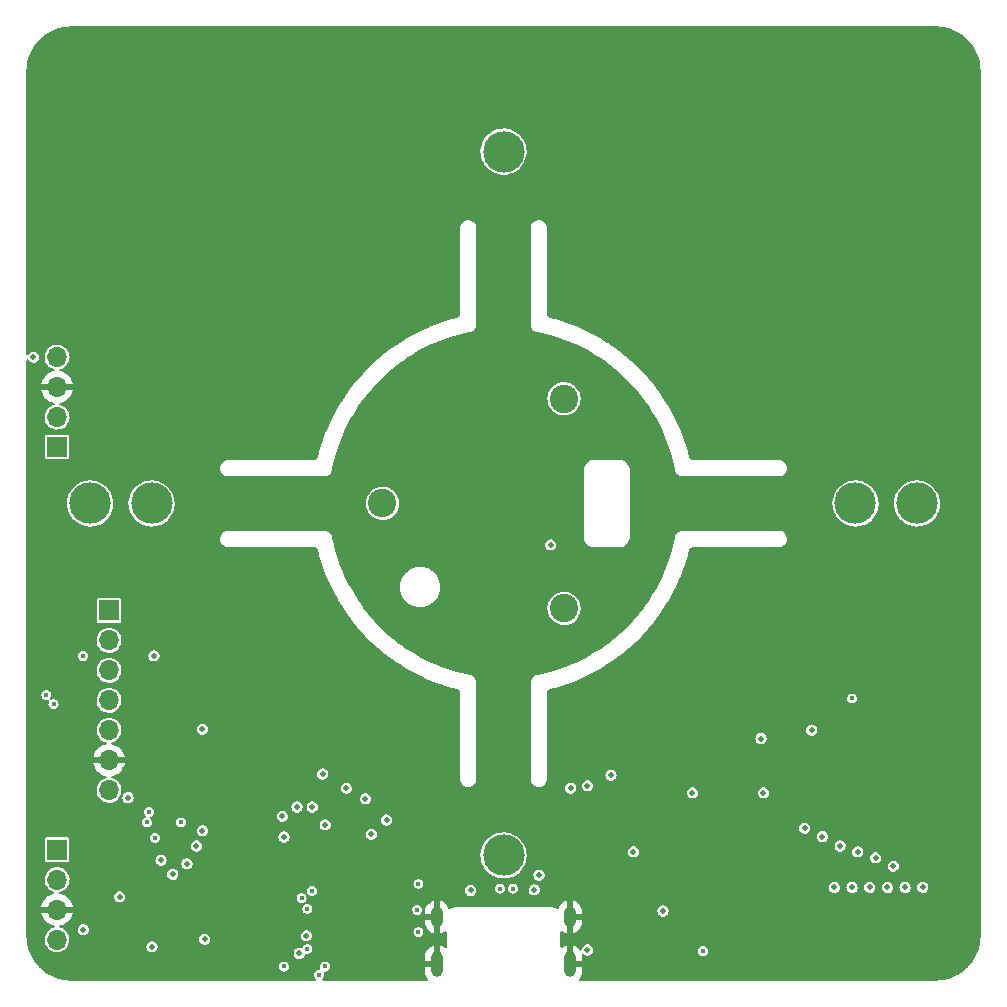
<source format=gbr>
%TF.GenerationSoftware,KiCad,Pcbnew,(6.0.5)*%
%TF.CreationDate,2023-11-29T10:13:34+07:00*%
%TF.ProjectId,view_base,76696577-5f62-4617-9365-2e6b69636164,rev?*%
%TF.SameCoordinates,Original*%
%TF.FileFunction,Copper,L2,Inr*%
%TF.FilePolarity,Positive*%
%FSLAX46Y46*%
G04 Gerber Fmt 4.6, Leading zero omitted, Abs format (unit mm)*
G04 Created by KiCad (PCBNEW (6.0.5)) date 2023-11-29 10:13:34*
%MOMM*%
%LPD*%
G01*
G04 APERTURE LIST*
%TA.AperFunction,ComponentPad*%
%ADD10C,2.400000*%
%TD*%
%TA.AperFunction,ComponentPad*%
%ADD11C,3.500000*%
%TD*%
%TA.AperFunction,ComponentPad*%
%ADD12O,1.000000X2.200000*%
%TD*%
%TA.AperFunction,ComponentPad*%
%ADD13O,1.000000X1.800000*%
%TD*%
%TA.AperFunction,ComponentPad*%
%ADD14C,0.600000*%
%TD*%
%TA.AperFunction,ComponentPad*%
%ADD15R,1.700000X1.700000*%
%TD*%
%TA.AperFunction,ComponentPad*%
%ADD16O,1.700000X1.700000*%
%TD*%
%TA.AperFunction,ViaPad*%
%ADD17C,0.400000*%
%TD*%
%TA.AperFunction,ViaPad*%
%ADD18C,0.500000*%
%TD*%
G04 APERTURE END LIST*
D10*
%TO.N,unconnected-(H3-Pad1)*%
%TO.C,H3*%
X105125400Y-91122500D03*
%TD*%
%TO.N,unconnected-(H1-Pad1)*%
%TO.C,H1*%
X105125400Y-108877500D03*
%TD*%
%TO.N,unconnected-(H2-Pad1)*%
%TO.C,H2*%
X89749100Y-100000000D03*
%TD*%
D11*
%TO.N,unconnected-(H4-Pad1)*%
%TO.C,H4*%
X100000000Y-129800000D03*
%TD*%
%TO.N,unconnected-(H5-Pad1)*%
%TO.C,H5*%
X70200000Y-100000000D03*
%TD*%
%TO.N,unconnected-(H6-Pad1)*%
%TO.C,H6*%
X100000000Y-70200000D03*
%TD*%
%TO.N,unconnected-(H7-Pad1)*%
%TO.C,H7*%
X129800000Y-100000000D03*
%TD*%
D12*
%TO.N,GND*%
%TO.C,J2*%
X94380000Y-139000000D03*
X105620000Y-139000000D03*
D13*
X105620000Y-135000000D03*
X94380000Y-135000000D03*
%TD*%
D14*
%TO.N,GND*%
%TO.C,U5*%
X127500000Y-122500000D03*
X128500000Y-121500000D03*
X128500000Y-122500000D03*
X127500000Y-121500000D03*
%TD*%
D11*
%TO.N,unconnected-(H8-Pad1)*%
%TO.C,H8*%
X135000000Y-100000000D03*
%TD*%
%TO.N,unconnected-(H9-Pad1)*%
%TO.C,H9*%
X65000000Y-100000000D03*
%TD*%
D15*
%TO.N,/LCD_RST*%
%TO.C,J6*%
X66600000Y-109040000D03*
D16*
%TO.N,/LCD_CSN*%
X66600000Y-111580000D03*
%TO.N,/LCD_DC*%
X66600000Y-114120000D03*
%TO.N,/LCD_MOSI*%
X66600000Y-116660000D03*
%TO.N,/LCD_SCK*%
X66600000Y-119200000D03*
%TO.N,GND*%
X66600000Y-121740000D03*
%TO.N,+3V3*%
X66600000Y-124280000D03*
%TD*%
D15*
%TO.N,/LC_DAT*%
%TO.C,J5*%
X62200000Y-129300000D03*
D16*
%TO.N,/LC_CLK*%
X62200000Y-131840000D03*
%TO.N,GND*%
X62200000Y-134380000D03*
%TO.N,+3V3*%
X62200000Y-136920000D03*
%TD*%
D15*
%TO.N,/SWCLK*%
%TO.C,J3*%
X62200000Y-95220000D03*
D16*
%TO.N,/SWDIO*%
X62200000Y-92680000D03*
%TO.N,GND*%
X62200000Y-90140000D03*
%TO.N,+3V3*%
X62200000Y-87600000D03*
%TD*%
D17*
%TO.N,GND*%
X94300000Y-97000000D03*
D18*
X137000000Y-139500000D03*
D17*
X65200000Y-139900000D03*
D18*
X133700000Y-108900000D03*
X106200000Y-116300000D03*
X120000000Y-124000000D03*
X77800000Y-130800000D03*
X80900000Y-131700000D03*
D17*
X72000000Y-106700000D03*
D18*
X88100000Y-117800000D03*
X81400000Y-114300000D03*
X76400000Y-131700000D03*
D17*
X99000000Y-99000000D03*
X60100000Y-123500000D03*
X72000000Y-107900000D03*
D18*
X78800000Y-110100000D03*
D17*
X86200000Y-96700000D03*
X75000000Y-99900000D03*
X81400000Y-99000000D03*
X89900000Y-96700000D03*
X86900000Y-99000000D03*
D18*
X76100000Y-107700000D03*
X80100000Y-113100000D03*
D17*
X65000000Y-116500000D03*
X71700000Y-139500000D03*
D18*
X106200000Y-118900000D03*
D17*
X66500000Y-135300000D03*
D18*
X133700000Y-107700000D03*
D17*
X64100000Y-129500000D03*
D18*
X125300000Y-116400000D03*
D17*
X63900000Y-119000000D03*
D18*
X79800000Y-132500000D03*
X92100000Y-120200000D03*
X114000000Y-120500000D03*
X137000000Y-129000000D03*
D17*
X67600000Y-129200000D03*
X65000000Y-117100000D03*
D18*
X123900000Y-118800000D03*
X72600000Y-133500000D03*
D17*
X64300000Y-122100000D03*
D18*
X92100000Y-117800000D03*
X79900000Y-130800000D03*
D17*
X60100000Y-119300000D03*
D18*
X130500000Y-122000000D03*
X89400000Y-120200000D03*
X108600000Y-117500000D03*
X90700000Y-117800000D03*
X84100000Y-115500000D03*
X78900000Y-131700000D03*
D17*
X72000000Y-102800000D03*
D18*
X117000000Y-135500000D03*
D17*
X66400000Y-131800000D03*
D18*
X84100000Y-114300000D03*
D17*
X71100000Y-103800000D03*
D18*
X133500000Y-115000000D03*
D17*
X65000000Y-113400000D03*
X70600000Y-124200000D03*
X70500000Y-116600000D03*
X65000000Y-117700000D03*
X60100000Y-122200000D03*
D18*
X93300000Y-117800000D03*
X119500000Y-115000000D03*
D17*
X87600000Y-100900000D03*
X72200000Y-104700000D03*
X63900000Y-116100000D03*
X69500000Y-131900000D03*
D18*
X77400000Y-108900000D03*
X135000000Y-110100000D03*
D17*
X66500000Y-137200000D03*
D18*
X77300000Y-132600000D03*
D17*
X63800000Y-125400000D03*
X67600000Y-130000000D03*
D18*
X76800000Y-98200000D03*
X137600000Y-108900000D03*
D17*
X71800000Y-135600000D03*
X66500000Y-126600000D03*
X60100000Y-120700000D03*
X64500000Y-139100000D03*
X65200000Y-127000000D03*
D18*
X136400000Y-108900000D03*
D17*
X87500000Y-96700000D03*
X68200000Y-123600000D03*
X72100000Y-110100000D03*
X65000000Y-118900000D03*
X95200000Y-97600000D03*
D18*
X101000000Y-98000000D03*
D17*
X82000000Y-100800000D03*
X72300000Y-138900000D03*
X68800000Y-122500000D03*
X63900000Y-114700000D03*
D18*
X89400000Y-117800000D03*
D17*
X74200000Y-102600000D03*
D18*
X100000000Y-103500000D03*
X132400000Y-110100000D03*
D17*
X67900000Y-122500000D03*
X62600000Y-124400000D03*
X92600000Y-100900000D03*
D18*
X137600000Y-107700000D03*
D17*
X63900000Y-117600000D03*
X65000000Y-115300000D03*
D18*
X122101000Y-123000000D03*
X74800000Y-107700000D03*
D17*
X93900000Y-98900000D03*
D18*
X132400000Y-107700000D03*
D17*
X88600000Y-96700000D03*
D18*
X129500000Y-127500000D03*
D17*
X68900000Y-120700000D03*
X72100000Y-109000000D03*
D18*
X107399999Y-120200000D03*
X74800000Y-110100000D03*
X125989000Y-120347000D03*
D17*
X86600000Y-100900000D03*
X91300000Y-96700000D03*
X69600000Y-139600000D03*
D18*
X80100000Y-114300000D03*
D17*
X68100000Y-127200000D03*
D18*
X106200000Y-117500000D03*
X137600000Y-110100000D03*
X84100000Y-113100000D03*
X107399999Y-118900000D03*
D17*
X60200000Y-108700000D03*
X66500000Y-132900000D03*
X64500000Y-137100000D03*
X60100000Y-114700000D03*
D18*
X82700000Y-113100000D03*
D17*
X67500000Y-127200000D03*
X61400000Y-114700000D03*
X77100000Y-99800000D03*
X64600000Y-130000000D03*
X83800000Y-99000000D03*
D18*
X76100000Y-110100000D03*
D17*
X61400000Y-120700000D03*
X69600000Y-121300000D03*
X63200000Y-124900000D03*
X94800000Y-100300000D03*
X69500000Y-132700000D03*
X71100000Y-140100000D03*
X95700000Y-100900000D03*
X68800000Y-124000000D03*
X72000000Y-114600000D03*
D18*
X76500000Y-100700000D03*
D17*
X95300000Y-98900000D03*
X65000000Y-114100000D03*
D18*
X78150000Y-133350000D03*
D17*
X64800000Y-126600000D03*
D18*
X115000000Y-139500000D03*
D17*
X61500000Y-123200000D03*
D18*
X136400000Y-107700000D03*
D17*
X61600000Y-126300000D03*
X63900000Y-120500000D03*
X72000000Y-115600000D03*
X65000000Y-119500000D03*
X68400000Y-128400000D03*
X65200000Y-123000000D03*
D18*
X80100000Y-115500000D03*
D17*
X63900000Y-116900000D03*
D18*
X135000000Y-108900000D03*
X78800000Y-107700000D03*
D17*
X64100000Y-131200000D03*
X91600000Y-100900000D03*
D18*
X126500000Y-115000000D03*
X80300000Y-133900000D03*
D17*
X63800000Y-123900000D03*
X62100000Y-123900000D03*
D18*
X133700000Y-110100000D03*
D17*
X69500000Y-133700000D03*
D18*
X107400000Y-117500000D03*
D17*
X75900000Y-99000000D03*
D18*
X127200000Y-118900000D03*
X107400000Y-121500000D03*
D17*
X59900000Y-126400000D03*
X61400000Y-122200000D03*
X65000000Y-114700000D03*
X70600000Y-119400000D03*
X99000000Y-100600000D03*
X74100000Y-100800000D03*
X60100000Y-117900000D03*
D18*
X77400000Y-110100000D03*
D17*
X61400000Y-112000000D03*
X80700000Y-100800000D03*
X59900000Y-111800000D03*
D18*
X90700000Y-119000000D03*
D17*
X63600000Y-129000000D03*
X61400000Y-119300000D03*
X66600000Y-128200000D03*
X69300000Y-124500000D03*
D18*
X137000000Y-124000000D03*
D17*
X79000000Y-98900000D03*
X66500000Y-136300000D03*
X77800000Y-100800000D03*
X72100000Y-112400000D03*
D18*
X88100000Y-120200000D03*
D17*
X63900000Y-115400000D03*
D18*
X80000000Y-108900000D03*
X108600000Y-121500000D03*
X90700000Y-120200000D03*
D17*
X78900000Y-100800000D03*
X63900000Y-121300000D03*
X60100000Y-116600000D03*
D18*
X108600000Y-116300000D03*
D17*
X74000000Y-123800000D03*
X66900000Y-127000000D03*
D18*
X130000000Y-139500000D03*
X77400000Y-107700000D03*
X81400000Y-113100000D03*
D17*
X69500000Y-123100000D03*
D18*
X81400000Y-115500000D03*
D17*
X73100000Y-101800000D03*
X64400000Y-124500000D03*
X71900000Y-123400000D03*
D18*
X79325000Y-133875000D03*
D17*
X65800000Y-131200000D03*
D18*
X93300000Y-119000000D03*
D17*
X66100000Y-127800000D03*
X72400000Y-129000000D03*
X68600000Y-139600000D03*
X72100000Y-111300000D03*
D18*
X106200000Y-121500000D03*
X132400000Y-108900000D03*
D17*
X77900000Y-99000000D03*
X66500000Y-134000000D03*
X64800000Y-131900000D03*
X72000000Y-120700000D03*
X65000000Y-120200000D03*
D18*
X85300000Y-113100000D03*
D17*
X80200000Y-99000000D03*
D18*
X125000000Y-139500000D03*
D17*
X75300000Y-101500000D03*
X99000000Y-99800000D03*
X70600000Y-122100000D03*
D18*
X137000000Y-119000000D03*
D17*
X75000000Y-125500000D03*
D18*
X78800000Y-108900000D03*
X136400000Y-110100000D03*
X110900000Y-137800000D03*
X85300000Y-114300000D03*
D17*
X67100000Y-138700000D03*
D18*
X85300000Y-115500000D03*
X108600000Y-118900001D03*
X106200000Y-120200000D03*
D17*
X60900000Y-125700000D03*
D18*
X92100000Y-119000000D03*
D17*
X86400000Y-99700000D03*
D18*
X82700000Y-114300000D03*
D17*
X85500000Y-100800000D03*
D18*
X88100000Y-119000000D03*
D17*
X65000000Y-115900000D03*
D18*
X82700000Y-115500000D03*
D17*
X93600000Y-100400000D03*
X66500000Y-138100000D03*
X87900000Y-99800000D03*
X74000000Y-125500000D03*
X63900000Y-119700000D03*
X92300000Y-99600000D03*
X65200000Y-130600000D03*
D18*
X120000000Y-139500000D03*
D17*
X61400000Y-117900000D03*
X85000000Y-99700000D03*
X82700000Y-99000000D03*
D18*
X130300000Y-118600000D03*
X80000000Y-107700000D03*
X118000000Y-125500000D03*
D17*
X65600000Y-127400000D03*
D18*
X80000000Y-110100000D03*
D17*
X64500000Y-138100000D03*
D18*
X108600000Y-120199999D03*
D17*
X65000000Y-118300000D03*
X63900000Y-118400000D03*
X92600000Y-96600000D03*
X67500000Y-128400000D03*
X83200000Y-100800000D03*
X65200000Y-121400000D03*
X72000000Y-105600000D03*
X71900000Y-117800000D03*
X60200000Y-109800000D03*
D18*
X135000000Y-107700000D03*
X74800000Y-108900000D03*
D17*
X84300000Y-100800000D03*
X72800000Y-129400000D03*
X60400000Y-125200000D03*
D18*
X93300000Y-120200000D03*
D17*
X79800000Y-100800000D03*
D18*
X89400000Y-119000000D03*
X76100000Y-108900000D03*
D17*
X71800000Y-125400000D03*
X65000000Y-120800000D03*
D18*
X107400000Y-116300000D03*
D17*
X73200000Y-103700000D03*
X64700000Y-122600000D03*
X63900000Y-114000000D03*
%TO.N,/USB_D+*%
X92800000Y-132200000D03*
X100800000Y-132600000D03*
X99700000Y-132600000D03*
D18*
%TO.N,Net-(J1-Pad3)*%
X126100000Y-119200000D03*
%TO.N,Net-(J1-Pad2)*%
X121800000Y-119900000D03*
%TO.N,Net-(J1-Pad1)*%
X122000000Y-124500000D03*
D17*
%TO.N,/USB_SERIAL_RXI*%
X92800000Y-136300000D03*
X84400000Y-139900000D03*
D18*
%TO.N,/MAG_CLK*%
X82700000Y-138100000D03*
D17*
X72700000Y-127000000D03*
D18*
%TO.N,/TMC_UH*%
X109100000Y-123000000D03*
X125500000Y-127500000D03*
X88300000Y-125000000D03*
X128000000Y-132500000D03*
%TO.N,/TMC_VH*%
X86700000Y-124100000D03*
X107100000Y-123900000D03*
X127000000Y-128200000D03*
X129500000Y-132500000D03*
%TO.N,/TMC_WH*%
X105700000Y-124100000D03*
X84700000Y-122900000D03*
X128500000Y-129000000D03*
X131000000Y-132500000D03*
%TO.N,/TMC_UL*%
X130000000Y-129500000D03*
X132500000Y-132500000D03*
%TO.N,/TMC_WL*%
X131500000Y-130000000D03*
X90100000Y-126800000D03*
X134000000Y-132500000D03*
X83300000Y-136600000D03*
D17*
%TO.N,/TMC_VL*%
X83400000Y-134300000D03*
D18*
X88800000Y-128000000D03*
X133000000Y-130700000D03*
X135500000Y-132500000D03*
%TO.N,+5V*%
X102600000Y-132700000D03*
X103007000Y-131459000D03*
X116000000Y-124500000D03*
X113500000Y-134500000D03*
X111000000Y-129500000D03*
X97207900Y-132761000D03*
%TO.N,+3V3*%
X74700000Y-136900000D03*
X107100000Y-137800000D03*
X74500000Y-127700000D03*
D17*
X92700000Y-134400000D03*
X84900000Y-139200000D03*
D18*
X68200000Y-124900000D03*
D17*
X61900000Y-117000000D03*
D18*
X71000000Y-130200000D03*
X67500000Y-133300000D03*
D17*
X116900000Y-137900000D03*
X81400000Y-139200000D03*
X129500000Y-116500000D03*
D18*
X84900000Y-127200000D03*
X64420000Y-136080000D03*
X60200000Y-87620000D03*
X104000000Y-103500000D03*
X70235000Y-137540000D03*
D17*
%TO.N,/LiD_SCL*%
X83800000Y-132800000D03*
X64400000Y-112900000D03*
D18*
%TO.N,/SWCLK*%
X74000000Y-129000000D03*
D17*
X70000000Y-126100000D03*
%TO.N,/LiD_SDA*%
X70500000Y-128300000D03*
D18*
X73200000Y-130500000D03*
%TO.N,/LCD_CSN*%
X83800000Y-125700000D03*
%TO.N,/LCD_SCK*%
X81418373Y-128235515D03*
%TO.N,/LCD_MOSI*%
X81273056Y-126473056D03*
%TO.N,/SWDIO*%
X70400000Y-112900000D03*
X74500000Y-119100000D03*
%TO.N,/LCD_DC*%
X82523056Y-125700000D03*
%TO.N,/LCD_RST*%
X72000000Y-131400000D03*
D17*
%TO.N,/GP1*%
X61300000Y-116200000D03*
X82900000Y-133400000D03*
%TO.N,/GP2*%
X83400000Y-137700000D03*
X69800000Y-127000000D03*
%TD*%
%TA.AperFunction,Conductor*%
%TO.N,GND*%
G36*
X136588169Y-59603018D02*
G01*
X136599641Y-59605656D01*
X136610518Y-59603195D01*
X136618820Y-59603209D01*
X136631937Y-59602069D01*
X136795841Y-59610121D01*
X136967561Y-59618557D01*
X136977220Y-59619509D01*
X137336446Y-59672794D01*
X137345964Y-59674688D01*
X137522664Y-59718949D01*
X137698217Y-59762923D01*
X137707514Y-59765743D01*
X138049427Y-59888082D01*
X138058403Y-59891800D01*
X138386678Y-60047062D01*
X138395246Y-60051642D01*
X138706721Y-60238333D01*
X138714787Y-60243722D01*
X139006490Y-60460064D01*
X139013971Y-60466205D01*
X139125313Y-60567119D01*
X139283048Y-60710082D01*
X139289918Y-60716952D01*
X139533795Y-60986029D01*
X139539936Y-60993510D01*
X139756278Y-61285213D01*
X139761667Y-61293279D01*
X139948358Y-61604754D01*
X139952938Y-61613322D01*
X140108200Y-61941597D01*
X140111918Y-61950573D01*
X140234257Y-62292486D01*
X140237077Y-62301783D01*
X140325311Y-62654030D01*
X140327207Y-62663559D01*
X140380491Y-63022776D01*
X140381443Y-63032444D01*
X140397906Y-63367541D01*
X140396859Y-63379339D01*
X140396842Y-63388777D01*
X140394344Y-63399641D01*
X140396804Y-63410513D01*
X140397059Y-63411638D01*
X140399500Y-63433488D01*
X140399500Y-136565982D01*
X140396982Y-136588168D01*
X140394344Y-136599640D01*
X140396805Y-136610517D01*
X140396791Y-136618819D01*
X140397931Y-136631936D01*
X140393323Y-136725742D01*
X140381900Y-136958262D01*
X140381443Y-136967555D01*
X140380491Y-136977219D01*
X140327880Y-137331905D01*
X140327207Y-137336440D01*
X140325312Y-137345963D01*
X140296870Y-137459509D01*
X140237077Y-137698216D01*
X140234257Y-137707513D01*
X140111919Y-138049426D01*
X140108201Y-138058402D01*
X139952938Y-138386677D01*
X139948358Y-138395245D01*
X139761666Y-138706723D01*
X139756281Y-138714783D01*
X139586098Y-138944249D01*
X139539948Y-139006475D01*
X139533784Y-139013985D01*
X139289919Y-139283048D01*
X139283049Y-139289918D01*
X139013986Y-139533783D01*
X139006476Y-139539946D01*
X138714792Y-139756274D01*
X138706723Y-139761666D01*
X138488768Y-139892303D01*
X138395246Y-139948358D01*
X138386678Y-139952938D01*
X138058403Y-140108200D01*
X138049427Y-140111918D01*
X137707514Y-140234257D01*
X137698217Y-140237077D01*
X137522664Y-140281051D01*
X137345964Y-140325312D01*
X137336446Y-140327206D01*
X136977220Y-140380491D01*
X136967561Y-140381443D01*
X136632457Y-140397906D01*
X136620662Y-140396859D01*
X136611227Y-140396842D01*
X136600359Y-140394343D01*
X136588359Y-140397058D01*
X136566512Y-140399499D01*
X136366972Y-140399499D01*
X106477353Y-140399500D01*
X106419162Y-140380593D01*
X106383198Y-140331093D01*
X106383198Y-140269907D01*
X106401514Y-140236864D01*
X106452629Y-140175948D01*
X106458070Y-140168000D01*
X106548637Y-140003261D01*
X106552436Y-139994398D01*
X106609279Y-139815204D01*
X106611283Y-139805776D01*
X106627691Y-139659495D01*
X106628000Y-139653966D01*
X106628000Y-139269680D01*
X106623878Y-139256995D01*
X106619757Y-139254000D01*
X105465000Y-139254000D01*
X105406809Y-139235093D01*
X105370845Y-139185593D01*
X105366000Y-139155000D01*
X105366000Y-138730320D01*
X105874000Y-138730320D01*
X105878122Y-138743005D01*
X105882243Y-138746000D01*
X106612320Y-138746000D01*
X106625005Y-138741878D01*
X106628000Y-138737757D01*
X106628000Y-138352676D01*
X106627765Y-138347861D01*
X106616669Y-138234698D01*
X106629808Y-138174940D01*
X106675562Y-138134317D01*
X106736456Y-138128346D01*
X106780071Y-138150664D01*
X106783172Y-138154353D01*
X106895362Y-138229033D01*
X106902092Y-138231136D01*
X106902093Y-138231136D01*
X106918443Y-138236244D01*
X107024002Y-138269223D01*
X107091377Y-138270458D01*
X107151699Y-138271564D01*
X107151701Y-138271564D01*
X107158752Y-138271693D01*
X107165555Y-138269838D01*
X107165557Y-138269838D01*
X107258430Y-138244518D01*
X107288779Y-138236244D01*
X107403631Y-138165725D01*
X107413925Y-138154353D01*
X107489338Y-138071037D01*
X107494073Y-138065806D01*
X107552836Y-137944518D01*
X107555644Y-137927828D01*
X107560326Y-137900000D01*
X116474258Y-137900000D01*
X116475477Y-137907697D01*
X116491928Y-138011564D01*
X116495095Y-138031562D01*
X116498631Y-138038501D01*
X116498631Y-138038502D01*
X116546853Y-138133142D01*
X116555567Y-138150245D01*
X116649755Y-138244433D01*
X116656692Y-138247968D01*
X116656694Y-138247969D01*
X116761498Y-138301369D01*
X116768438Y-138304905D01*
X116776131Y-138306124D01*
X116776133Y-138306124D01*
X116892303Y-138324523D01*
X116900000Y-138325742D01*
X116907697Y-138324523D01*
X117023867Y-138306124D01*
X117023869Y-138306124D01*
X117031562Y-138304905D01*
X117038502Y-138301369D01*
X117143306Y-138247969D01*
X117143308Y-138247968D01*
X117150245Y-138244433D01*
X117244433Y-138150245D01*
X117253148Y-138133142D01*
X117301369Y-138038502D01*
X117301369Y-138038501D01*
X117304905Y-138031562D01*
X117308073Y-138011564D01*
X117324523Y-137907697D01*
X117325742Y-137900000D01*
X117316002Y-137838502D01*
X117306124Y-137776133D01*
X117306124Y-137776131D01*
X117304905Y-137768438D01*
X117301369Y-137761498D01*
X117247969Y-137656694D01*
X117247968Y-137656692D01*
X117244433Y-137649755D01*
X117150245Y-137555567D01*
X117143308Y-137552032D01*
X117143306Y-137552031D01*
X117038502Y-137498631D01*
X117038501Y-137498631D01*
X117031562Y-137495095D01*
X117023869Y-137493876D01*
X117023867Y-137493876D01*
X116907697Y-137475477D01*
X116900000Y-137474258D01*
X116892303Y-137475477D01*
X116776133Y-137493876D01*
X116776131Y-137493876D01*
X116768438Y-137495095D01*
X116761499Y-137498631D01*
X116761498Y-137498631D01*
X116656694Y-137552031D01*
X116656692Y-137552032D01*
X116649755Y-137555567D01*
X116555567Y-137649755D01*
X116552032Y-137656692D01*
X116552031Y-137656694D01*
X116498631Y-137761498D01*
X116495095Y-137768438D01*
X116493876Y-137776131D01*
X116493876Y-137776133D01*
X116483998Y-137838502D01*
X116474258Y-137900000D01*
X107560326Y-137900000D01*
X107574562Y-137815384D01*
X107574562Y-137815381D01*
X107575196Y-137811614D01*
X107575338Y-137800000D01*
X107556232Y-137666588D01*
X107505754Y-137555567D01*
X107503370Y-137550324D01*
X107500450Y-137543902D01*
X107412475Y-137441803D01*
X107299382Y-137368499D01*
X107292627Y-137366479D01*
X107292623Y-137366477D01*
X107182359Y-137333502D01*
X107170259Y-137329883D01*
X107088454Y-137329383D01*
X107042540Y-137329103D01*
X107035489Y-137329060D01*
X107028712Y-137330997D01*
X107028711Y-137330997D01*
X106912685Y-137364157D01*
X106912683Y-137364158D01*
X106905905Y-137366095D01*
X106791924Y-137438012D01*
X106702709Y-137539029D01*
X106645432Y-137661025D01*
X106639364Y-137700000D01*
X106627128Y-137778582D01*
X106599494Y-137833171D01*
X106545050Y-137861091D01*
X106484593Y-137851678D01*
X106452588Y-137825922D01*
X106341768Y-137690044D01*
X106334979Y-137683207D01*
X106190121Y-137563370D01*
X106182138Y-137557986D01*
X106016760Y-137468566D01*
X106007889Y-137464837D01*
X105888977Y-137428028D01*
X105877339Y-137428191D01*
X105874000Y-137438717D01*
X105874000Y-138730320D01*
X105366000Y-138730320D01*
X105366000Y-137439641D01*
X105362327Y-137428337D01*
X105351638Y-137428188D01*
X105245217Y-137459509D01*
X105236276Y-137463122D01*
X105069677Y-137550218D01*
X105061611Y-137555496D01*
X104981533Y-137619879D01*
X104924336Y-137641606D01*
X104865291Y-137625563D01*
X104826952Y-137577879D01*
X104820500Y-137542724D01*
X104820500Y-136257257D01*
X104839407Y-136199066D01*
X104888907Y-136163102D01*
X104950093Y-136163102D01*
X104982605Y-136180976D01*
X105049879Y-136236630D01*
X105057862Y-136242014D01*
X105223240Y-136331434D01*
X105232111Y-136335163D01*
X105351023Y-136371972D01*
X105362661Y-136371809D01*
X105366000Y-136361283D01*
X105366000Y-136360359D01*
X105874000Y-136360359D01*
X105877673Y-136371663D01*
X105888362Y-136371812D01*
X105994783Y-136340491D01*
X106003724Y-136336878D01*
X106170323Y-136249782D01*
X106178384Y-136244508D01*
X106324906Y-136126701D01*
X106331780Y-136119970D01*
X106452629Y-135975948D01*
X106458070Y-135968000D01*
X106548637Y-135803261D01*
X106552436Y-135794398D01*
X106609279Y-135615204D01*
X106611283Y-135605776D01*
X106627691Y-135459495D01*
X106628000Y-135453966D01*
X106628000Y-135269680D01*
X106623878Y-135256995D01*
X106619757Y-135254000D01*
X105889680Y-135254000D01*
X105876995Y-135258122D01*
X105874000Y-135262243D01*
X105874000Y-136360359D01*
X105366000Y-136360359D01*
X105366000Y-134730320D01*
X105874000Y-134730320D01*
X105878122Y-134743005D01*
X105882243Y-134746000D01*
X106612320Y-134746000D01*
X106625005Y-134741878D01*
X106628000Y-134737757D01*
X106628000Y-134552676D01*
X106627765Y-134547861D01*
X106622503Y-134494193D01*
X113024697Y-134494193D01*
X113042172Y-134627828D01*
X113045010Y-134634279D01*
X113045011Y-134634281D01*
X113093611Y-134744734D01*
X113093613Y-134744737D01*
X113096451Y-134751187D01*
X113183172Y-134854353D01*
X113295362Y-134929033D01*
X113424002Y-134969223D01*
X113491377Y-134970458D01*
X113551699Y-134971564D01*
X113551701Y-134971564D01*
X113558752Y-134971693D01*
X113565555Y-134969838D01*
X113565557Y-134969838D01*
X113637763Y-134950152D01*
X113688779Y-134936244D01*
X113803631Y-134865725D01*
X113813925Y-134854353D01*
X113889338Y-134771037D01*
X113894073Y-134765806D01*
X113952836Y-134644518D01*
X113960242Y-134600500D01*
X113974562Y-134515384D01*
X113974562Y-134515381D01*
X113975196Y-134511614D01*
X113975338Y-134500000D01*
X113956232Y-134366588D01*
X113911346Y-134267866D01*
X113903370Y-134250324D01*
X113900450Y-134243902D01*
X113812475Y-134141803D01*
X113699382Y-134068499D01*
X113692627Y-134066479D01*
X113692623Y-134066477D01*
X113577020Y-134031905D01*
X113570259Y-134029883D01*
X113488454Y-134029383D01*
X113442540Y-134029103D01*
X113435489Y-134029060D01*
X113428712Y-134030997D01*
X113428711Y-134030997D01*
X113312685Y-134064157D01*
X113312683Y-134064158D01*
X113305905Y-134066095D01*
X113191924Y-134138012D01*
X113102709Y-134239029D01*
X113045432Y-134361025D01*
X113024697Y-134494193D01*
X106622503Y-134494193D01*
X106614059Y-134408081D01*
X106612188Y-134398630D01*
X106557851Y-134218659D01*
X106554176Y-134209743D01*
X106465921Y-134043759D01*
X106460585Y-134035728D01*
X106341768Y-133890044D01*
X106334979Y-133883207D01*
X106190121Y-133763370D01*
X106182138Y-133757986D01*
X106016760Y-133668566D01*
X106007889Y-133664837D01*
X105888977Y-133628028D01*
X105877339Y-133628191D01*
X105874000Y-133638717D01*
X105874000Y-134730320D01*
X105366000Y-134730320D01*
X105366000Y-133639641D01*
X105362327Y-133628337D01*
X105351638Y-133628188D01*
X105245217Y-133659509D01*
X105236276Y-133663122D01*
X105069677Y-133750218D01*
X105061616Y-133755492D01*
X104915094Y-133873299D01*
X104908220Y-133880030D01*
X104787371Y-134024052D01*
X104781930Y-134032000D01*
X104691363Y-134196739D01*
X104687564Y-134205602D01*
X104667813Y-134267866D01*
X104632195Y-134317616D01*
X104574138Y-134336929D01*
X104518443Y-134320245D01*
X104514822Y-134317826D01*
X104511060Y-134314738D01*
X104423370Y-134267866D01*
X104393661Y-134251986D01*
X104393659Y-134251985D01*
X104389367Y-134249691D01*
X104352670Y-134238559D01*
X104261977Y-134211048D01*
X104261976Y-134211048D01*
X104257322Y-134209636D01*
X104252483Y-134209159D01*
X104252481Y-134209159D01*
X104140896Y-134198169D01*
X104128248Y-134196090D01*
X104126184Y-134195612D01*
X104126183Y-134195612D01*
X104120718Y-134194345D01*
X104120000Y-134194344D01*
X104114548Y-134195588D01*
X104114545Y-134195588D01*
X104108266Y-134197020D01*
X104086248Y-134199500D01*
X95914281Y-134199500D01*
X95891926Y-134196943D01*
X95891046Y-134196739D01*
X95880718Y-134194345D01*
X95880000Y-134194344D01*
X95872458Y-134196065D01*
X95860144Y-134198067D01*
X95747520Y-134209159D01*
X95747519Y-134209159D01*
X95742678Y-134209636D01*
X95738024Y-134211048D01*
X95738023Y-134211048D01*
X95647331Y-134238559D01*
X95610633Y-134249691D01*
X95606341Y-134251985D01*
X95606339Y-134251986D01*
X95502113Y-134307697D01*
X95488940Y-134314738D01*
X95485178Y-134317825D01*
X95482000Y-134319949D01*
X95423112Y-134336560D01*
X95365708Y-134315385D01*
X95332221Y-134266251D01*
X95317855Y-134218668D01*
X95314176Y-134209743D01*
X95225921Y-134043759D01*
X95220585Y-134035728D01*
X95101768Y-133890044D01*
X95094979Y-133883207D01*
X94950121Y-133763370D01*
X94942138Y-133757986D01*
X94776760Y-133668566D01*
X94767889Y-133664837D01*
X94648977Y-133628028D01*
X94637339Y-133628191D01*
X94634000Y-133638717D01*
X94634000Y-136360359D01*
X94637673Y-136371663D01*
X94648362Y-136371812D01*
X94754783Y-136340491D01*
X94763724Y-136336878D01*
X94930323Y-136249782D01*
X94938389Y-136244504D01*
X95018467Y-136180121D01*
X95075664Y-136158394D01*
X95134709Y-136174437D01*
X95173048Y-136222121D01*
X95179500Y-136257276D01*
X95179500Y-137542743D01*
X95160593Y-137600934D01*
X95111093Y-137636898D01*
X95049907Y-137636898D01*
X95017395Y-137619024D01*
X94950121Y-137563370D01*
X94942138Y-137557986D01*
X94776760Y-137468566D01*
X94767889Y-137464837D01*
X94648977Y-137428028D01*
X94637339Y-137428191D01*
X94634000Y-137438717D01*
X94634000Y-139155000D01*
X94615093Y-139213191D01*
X94565593Y-139249155D01*
X94535000Y-139254000D01*
X93387680Y-139254000D01*
X93374995Y-139258122D01*
X93372000Y-139262243D01*
X93372000Y-139647324D01*
X93372235Y-139652139D01*
X93385941Y-139791919D01*
X93387812Y-139801370D01*
X93442149Y-139981341D01*
X93445824Y-139990257D01*
X93534079Y-140156241D01*
X93539415Y-140164272D01*
X93599488Y-140237929D01*
X93621615Y-140294974D01*
X93605985Y-140354129D01*
X93558570Y-140392800D01*
X93522769Y-140399500D01*
X84734185Y-140399500D01*
X84675995Y-140380593D01*
X84640031Y-140331093D01*
X84640031Y-140269907D01*
X84664182Y-140230496D01*
X84744433Y-140150245D01*
X84804905Y-140031562D01*
X84809388Y-140003261D01*
X84824523Y-139907697D01*
X84825742Y-139900000D01*
X84804905Y-139768438D01*
X84801369Y-139761498D01*
X84798970Y-139754114D01*
X84798971Y-139692928D01*
X84834936Y-139643429D01*
X84892856Y-139624610D01*
X84900000Y-139625742D01*
X84907697Y-139624523D01*
X85023867Y-139606124D01*
X85023869Y-139606124D01*
X85031562Y-139604905D01*
X85038502Y-139601369D01*
X85143306Y-139547969D01*
X85143308Y-139547968D01*
X85150245Y-139544433D01*
X85244433Y-139450245D01*
X85253281Y-139432881D01*
X85301369Y-139338502D01*
X85301369Y-139338501D01*
X85304905Y-139331562D01*
X85317190Y-139254000D01*
X85324523Y-139207697D01*
X85325742Y-139200000D01*
X85304905Y-139068438D01*
X85277160Y-139013985D01*
X85247969Y-138956694D01*
X85247968Y-138956692D01*
X85244433Y-138949755D01*
X85150245Y-138855567D01*
X85143308Y-138852032D01*
X85143306Y-138852031D01*
X85038502Y-138798631D01*
X85038501Y-138798631D01*
X85031562Y-138795095D01*
X85023869Y-138793876D01*
X85023867Y-138793876D01*
X84907697Y-138775477D01*
X84900000Y-138774258D01*
X84892303Y-138775477D01*
X84776133Y-138793876D01*
X84776131Y-138793876D01*
X84768438Y-138795095D01*
X84761499Y-138798631D01*
X84761498Y-138798631D01*
X84656694Y-138852031D01*
X84656692Y-138852032D01*
X84649755Y-138855567D01*
X84555567Y-138949755D01*
X84552032Y-138956692D01*
X84552031Y-138956694D01*
X84522840Y-139013985D01*
X84495095Y-139068438D01*
X84474258Y-139200000D01*
X84475477Y-139207697D01*
X84482811Y-139254000D01*
X84495095Y-139331562D01*
X84498630Y-139338500D01*
X84501030Y-139345886D01*
X84501029Y-139407072D01*
X84465064Y-139456571D01*
X84407144Y-139475390D01*
X84400000Y-139474258D01*
X84392303Y-139475477D01*
X84276133Y-139493876D01*
X84276131Y-139493876D01*
X84268438Y-139495095D01*
X84261499Y-139498631D01*
X84261498Y-139498631D01*
X84156694Y-139552031D01*
X84156692Y-139552032D01*
X84149755Y-139555567D01*
X84055567Y-139649755D01*
X84052032Y-139656692D01*
X84052031Y-139656694D01*
X84002393Y-139754114D01*
X83995095Y-139768438D01*
X83974258Y-139900000D01*
X83975477Y-139907697D01*
X83990613Y-140003261D01*
X83995095Y-140031562D01*
X84055567Y-140150245D01*
X84135818Y-140230496D01*
X84163595Y-140285013D01*
X84154024Y-140345445D01*
X84110759Y-140388710D01*
X84065815Y-140399500D01*
X63454856Y-140399499D01*
X63434018Y-140399499D01*
X63411832Y-140396981D01*
X63411802Y-140396974D01*
X63400360Y-140394343D01*
X63389483Y-140396804D01*
X63381181Y-140396790D01*
X63368064Y-140397930D01*
X63180388Y-140388710D01*
X63032440Y-140381442D01*
X63022781Y-140380490D01*
X62663555Y-140327205D01*
X62654037Y-140325311D01*
X62477337Y-140281050D01*
X62301784Y-140237076D01*
X62292487Y-140234256D01*
X61950574Y-140111918D01*
X61941598Y-140108200D01*
X61613323Y-139952937D01*
X61604755Y-139948357D01*
X61382602Y-139815204D01*
X61293278Y-139761665D01*
X61285218Y-139756280D01*
X60993524Y-139539946D01*
X60986015Y-139533783D01*
X60716952Y-139289918D01*
X60710082Y-139283048D01*
X60634812Y-139200000D01*
X80974258Y-139200000D01*
X80975477Y-139207697D01*
X80982811Y-139254000D01*
X80995095Y-139331562D01*
X80998631Y-139338501D01*
X80998631Y-139338502D01*
X81046720Y-139432881D01*
X81055567Y-139450245D01*
X81149755Y-139544433D01*
X81156692Y-139547968D01*
X81156694Y-139547969D01*
X81261498Y-139601369D01*
X81268438Y-139604905D01*
X81276131Y-139606124D01*
X81276133Y-139606124D01*
X81392303Y-139624523D01*
X81400000Y-139625742D01*
X81407697Y-139624523D01*
X81523867Y-139606124D01*
X81523869Y-139606124D01*
X81531562Y-139604905D01*
X81538502Y-139601369D01*
X81643306Y-139547969D01*
X81643308Y-139547968D01*
X81650245Y-139544433D01*
X81744433Y-139450245D01*
X81753281Y-139432881D01*
X81801369Y-139338502D01*
X81801369Y-139338501D01*
X81804905Y-139331562D01*
X81817190Y-139254000D01*
X81824523Y-139207697D01*
X81825742Y-139200000D01*
X81804905Y-139068438D01*
X81777160Y-139013985D01*
X81747969Y-138956694D01*
X81747968Y-138956692D01*
X81744433Y-138949755D01*
X81650245Y-138855567D01*
X81643308Y-138852032D01*
X81643306Y-138852031D01*
X81538502Y-138798631D01*
X81538501Y-138798631D01*
X81531562Y-138795095D01*
X81523869Y-138793876D01*
X81523867Y-138793876D01*
X81407697Y-138775477D01*
X81400000Y-138774258D01*
X81392303Y-138775477D01*
X81276133Y-138793876D01*
X81276131Y-138793876D01*
X81268438Y-138795095D01*
X81261499Y-138798631D01*
X81261498Y-138798631D01*
X81156694Y-138852031D01*
X81156692Y-138852032D01*
X81149755Y-138855567D01*
X81055567Y-138949755D01*
X81052032Y-138956692D01*
X81052031Y-138956694D01*
X81022840Y-139013985D01*
X80995095Y-139068438D01*
X80974258Y-139200000D01*
X60634812Y-139200000D01*
X60466217Y-139013985D01*
X60460053Y-139006475D01*
X60352216Y-138861073D01*
X60255244Y-138730320D01*
X93372000Y-138730320D01*
X93376122Y-138743005D01*
X93380243Y-138746000D01*
X94110320Y-138746000D01*
X94123005Y-138741878D01*
X94126000Y-138737757D01*
X94126000Y-137439641D01*
X94122327Y-137428337D01*
X94111638Y-137428188D01*
X94005217Y-137459509D01*
X93996276Y-137463122D01*
X93829677Y-137550218D01*
X93821616Y-137555492D01*
X93675094Y-137673299D01*
X93668220Y-137680030D01*
X93547371Y-137824052D01*
X93541930Y-137832000D01*
X93451363Y-137996739D01*
X93447564Y-138005602D01*
X93390721Y-138184796D01*
X93388717Y-138194224D01*
X93372309Y-138340505D01*
X93372000Y-138346034D01*
X93372000Y-138730320D01*
X60255244Y-138730320D01*
X60243720Y-138714782D01*
X60238330Y-138706714D01*
X60051643Y-138395245D01*
X60047063Y-138386677D01*
X59908728Y-138094193D01*
X82224697Y-138094193D01*
X82242172Y-138227828D01*
X82245010Y-138234279D01*
X82245011Y-138234281D01*
X82293611Y-138344734D01*
X82293613Y-138344737D01*
X82296451Y-138351187D01*
X82383172Y-138454353D01*
X82495362Y-138529033D01*
X82624002Y-138569223D01*
X82691377Y-138570458D01*
X82751699Y-138571564D01*
X82751701Y-138571564D01*
X82758752Y-138571693D01*
X82765555Y-138569838D01*
X82765557Y-138569838D01*
X82837763Y-138550152D01*
X82888779Y-138536244D01*
X83003631Y-138465725D01*
X83013925Y-138454353D01*
X83071204Y-138391071D01*
X83094073Y-138365806D01*
X83152836Y-138244518D01*
X83162447Y-138187389D01*
X83190746Y-138133142D01*
X83245527Y-138105889D01*
X83275560Y-138106033D01*
X83400000Y-138125742D01*
X83407697Y-138124523D01*
X83523867Y-138106124D01*
X83523869Y-138106124D01*
X83531562Y-138104905D01*
X83541189Y-138100000D01*
X83643306Y-138047969D01*
X83643308Y-138047968D01*
X83650245Y-138044433D01*
X83744433Y-137950245D01*
X83750895Y-137937564D01*
X83801369Y-137838502D01*
X83801369Y-137838501D01*
X83804905Y-137831562D01*
X83807468Y-137815384D01*
X83824523Y-137707697D01*
X83825742Y-137700000D01*
X83816912Y-137644249D01*
X83806124Y-137576133D01*
X83806124Y-137576131D01*
X83804905Y-137568438D01*
X83801152Y-137561073D01*
X83747969Y-137456694D01*
X83747968Y-137456692D01*
X83744433Y-137449755D01*
X83650245Y-137355567D01*
X83643308Y-137352032D01*
X83643306Y-137352031D01*
X83538502Y-137298631D01*
X83538501Y-137298631D01*
X83531562Y-137295095D01*
X83523869Y-137293876D01*
X83523867Y-137293876D01*
X83407697Y-137275477D01*
X83400000Y-137274258D01*
X83392303Y-137275477D01*
X83276133Y-137293876D01*
X83276131Y-137293876D01*
X83268438Y-137295095D01*
X83261499Y-137298631D01*
X83261498Y-137298631D01*
X83156694Y-137352031D01*
X83156692Y-137352032D01*
X83149755Y-137355567D01*
X83055567Y-137449755D01*
X83052032Y-137456692D01*
X83052031Y-137456694D01*
X82998848Y-137561073D01*
X82995095Y-137568438D01*
X82993600Y-137577879D01*
X82993341Y-137579513D01*
X82991787Y-137582562D01*
X82991469Y-137583542D01*
X82991314Y-137583492D01*
X82965562Y-137634029D01*
X82911045Y-137661805D01*
X82867195Y-137658873D01*
X82770259Y-137629883D01*
X82688454Y-137629383D01*
X82642540Y-137629103D01*
X82635489Y-137629060D01*
X82628712Y-137630997D01*
X82628711Y-137630997D01*
X82512685Y-137664157D01*
X82512683Y-137664158D01*
X82505905Y-137666095D01*
X82391924Y-137738012D01*
X82302709Y-137839029D01*
X82245432Y-137961025D01*
X82224697Y-138094193D01*
X59908728Y-138094193D01*
X59891800Y-138058402D01*
X59888082Y-138049426D01*
X59765744Y-137707513D01*
X59762924Y-137698216D01*
X59703131Y-137459509D01*
X59674689Y-137345963D01*
X59672794Y-137336440D01*
X59672122Y-137331905D01*
X59619510Y-136977219D01*
X59618558Y-136967555D01*
X59618211Y-136960494D01*
X59602095Y-136632455D01*
X59603142Y-136620660D01*
X59603159Y-136611222D01*
X59605657Y-136600358D01*
X59602942Y-136588358D01*
X59600501Y-136566511D01*
X59600501Y-134647014D01*
X60868043Y-134647014D01*
X60898807Y-134783524D01*
X60901231Y-134791258D01*
X60982183Y-134990620D01*
X60985840Y-134997860D01*
X61098266Y-135181322D01*
X61103056Y-135187867D01*
X61243935Y-135350502D01*
X61249729Y-135356176D01*
X61415292Y-135493629D01*
X61421921Y-135498270D01*
X61607713Y-135606838D01*
X61615008Y-135610334D01*
X61816038Y-135687099D01*
X61823808Y-135689357D01*
X61927991Y-135710553D01*
X61981244Y-135740682D01*
X62006618Y-135796359D01*
X61994419Y-135856316D01*
X61949309Y-135897652D01*
X61936206Y-135902538D01*
X61804572Y-135941280D01*
X61800288Y-135943519D01*
X61800287Y-135943520D01*
X61775954Y-135956241D01*
X61622002Y-136036726D01*
X61618231Y-136039758D01*
X61465220Y-136162781D01*
X61465217Y-136162783D01*
X61461447Y-136165815D01*
X61458333Y-136169526D01*
X61458332Y-136169527D01*
X61355311Y-136292303D01*
X61329024Y-136323630D01*
X61326689Y-136327878D01*
X61326688Y-136327879D01*
X61321903Y-136336583D01*
X61229776Y-136504162D01*
X61228313Y-136508775D01*
X61228311Y-136508779D01*
X61199261Y-136600358D01*
X61167484Y-136700532D01*
X61166944Y-136705344D01*
X61166944Y-136705345D01*
X61145762Y-136894193D01*
X61144520Y-136905262D01*
X61145370Y-136915384D01*
X61158514Y-137071905D01*
X61161759Y-137110553D01*
X61163092Y-137115201D01*
X61163092Y-137115202D01*
X61214676Y-137295095D01*
X61218544Y-137308586D01*
X61312712Y-137491818D01*
X61440677Y-137653270D01*
X61444357Y-137656402D01*
X61444359Y-137656404D01*
X61517886Y-137718980D01*
X61597564Y-137786791D01*
X61601787Y-137789151D01*
X61601791Y-137789154D01*
X61702452Y-137845411D01*
X61777398Y-137887297D01*
X61781996Y-137888791D01*
X61968724Y-137949463D01*
X61968726Y-137949464D01*
X61973329Y-137950959D01*
X62177894Y-137975351D01*
X62182716Y-137974980D01*
X62182719Y-137974980D01*
X62260004Y-137969033D01*
X62383300Y-137959546D01*
X62581725Y-137904145D01*
X62586038Y-137901966D01*
X62586044Y-137901964D01*
X62761289Y-137813441D01*
X62761291Y-137813440D01*
X62765610Y-137811258D01*
X62784872Y-137796209D01*
X62924135Y-137687406D01*
X62924139Y-137687402D01*
X62927951Y-137684424D01*
X62933873Y-137677564D01*
X63021425Y-137576132D01*
X63057626Y-137534193D01*
X69759697Y-137534193D01*
X69760612Y-137541190D01*
X69760612Y-137541191D01*
X69761806Y-137550324D01*
X69777172Y-137667828D01*
X69780010Y-137674279D01*
X69780011Y-137674281D01*
X69828611Y-137784734D01*
X69828613Y-137784737D01*
X69831451Y-137791187D01*
X69918172Y-137894353D01*
X69924043Y-137898261D01*
X69924044Y-137898262D01*
X69935256Y-137905725D01*
X70030362Y-137969033D01*
X70037092Y-137971136D01*
X70037093Y-137971136D01*
X70049397Y-137974980D01*
X70159002Y-138009223D01*
X70226377Y-138010458D01*
X70286699Y-138011564D01*
X70286701Y-138011564D01*
X70293752Y-138011693D01*
X70300555Y-138009838D01*
X70300557Y-138009838D01*
X70372763Y-137990152D01*
X70423779Y-137976244D01*
X70538631Y-137905725D01*
X70548925Y-137894353D01*
X70610865Y-137825922D01*
X70629073Y-137805806D01*
X70687836Y-137684518D01*
X70696688Y-137631905D01*
X70709562Y-137555384D01*
X70709562Y-137555381D01*
X70710196Y-137551614D01*
X70710338Y-137540000D01*
X70691232Y-137406588D01*
X70659338Y-137336440D01*
X70638370Y-137290324D01*
X70635450Y-137283902D01*
X70547475Y-137181803D01*
X70434382Y-137108499D01*
X70427627Y-137106479D01*
X70427623Y-137106477D01*
X70312020Y-137071905D01*
X70305259Y-137069883D01*
X70223454Y-137069383D01*
X70177540Y-137069103D01*
X70170489Y-137069060D01*
X70163712Y-137070997D01*
X70163711Y-137070997D01*
X70047685Y-137104157D01*
X70047683Y-137104158D01*
X70040905Y-137106095D01*
X70034941Y-137109858D01*
X70031012Y-137112337D01*
X69926924Y-137178012D01*
X69837709Y-137279029D01*
X69780432Y-137401025D01*
X69759697Y-137534193D01*
X63057626Y-137534193D01*
X63062564Y-137528472D01*
X63081525Y-137495095D01*
X63161934Y-137353550D01*
X63161935Y-137353547D01*
X63164323Y-137349344D01*
X63167018Y-137341245D01*
X63227824Y-137158454D01*
X63227824Y-137158452D01*
X63229351Y-137153863D01*
X63235386Y-137106095D01*
X63250306Y-136987986D01*
X63255171Y-136949474D01*
X63255583Y-136920000D01*
X63255313Y-136917244D01*
X63253053Y-136894193D01*
X74224697Y-136894193D01*
X74242172Y-137027828D01*
X74245010Y-137034279D01*
X74245011Y-137034281D01*
X74293611Y-137144734D01*
X74293613Y-137144737D01*
X74296451Y-137151187D01*
X74383172Y-137254353D01*
X74495362Y-137329033D01*
X74502092Y-137331136D01*
X74502093Y-137331136D01*
X74506635Y-137332555D01*
X74624002Y-137369223D01*
X74691377Y-137370458D01*
X74751699Y-137371564D01*
X74751701Y-137371564D01*
X74758752Y-137371693D01*
X74765555Y-137369838D01*
X74765557Y-137369838D01*
X74840728Y-137349344D01*
X74888779Y-137336244D01*
X75003631Y-137265725D01*
X75013925Y-137254353D01*
X75089338Y-137171037D01*
X75094073Y-137165806D01*
X75152836Y-137044518D01*
X75165471Y-136969417D01*
X75174562Y-136915384D01*
X75174562Y-136915381D01*
X75175196Y-136911614D01*
X75175338Y-136900000D01*
X75156232Y-136766588D01*
X75100450Y-136643902D01*
X75057618Y-136594193D01*
X82824697Y-136594193D01*
X82825612Y-136601190D01*
X82825612Y-136601191D01*
X82829701Y-136632458D01*
X82842172Y-136727828D01*
X82845010Y-136734279D01*
X82845011Y-136734281D01*
X82893611Y-136844734D01*
X82893613Y-136844737D01*
X82896451Y-136851187D01*
X82983172Y-136954353D01*
X83095362Y-137029033D01*
X83224002Y-137069223D01*
X83291377Y-137070458D01*
X83351699Y-137071564D01*
X83351701Y-137071564D01*
X83358752Y-137071693D01*
X83365555Y-137069838D01*
X83365557Y-137069838D01*
X83458430Y-137044518D01*
X83488779Y-137036244D01*
X83603631Y-136965725D01*
X83613925Y-136954353D01*
X83689338Y-136871037D01*
X83694073Y-136865806D01*
X83752836Y-136744518D01*
X83758586Y-136710342D01*
X83774562Y-136615384D01*
X83774562Y-136615381D01*
X83775196Y-136611614D01*
X83775338Y-136600000D01*
X83756232Y-136466588D01*
X83700450Y-136343902D01*
X83662621Y-136300000D01*
X92374258Y-136300000D01*
X92375477Y-136307697D01*
X92379603Y-136333745D01*
X92395095Y-136431562D01*
X92398631Y-136438501D01*
X92398631Y-136438502D01*
X92452027Y-136543297D01*
X92455567Y-136550245D01*
X92549755Y-136644433D01*
X92556692Y-136647968D01*
X92556694Y-136647969D01*
X92661498Y-136701369D01*
X92668438Y-136704905D01*
X92676131Y-136706124D01*
X92676133Y-136706124D01*
X92792303Y-136724523D01*
X92800000Y-136725742D01*
X92807697Y-136724523D01*
X92923867Y-136706124D01*
X92923869Y-136706124D01*
X92931562Y-136704905D01*
X92938502Y-136701369D01*
X93043306Y-136647969D01*
X93043308Y-136647968D01*
X93050245Y-136644433D01*
X93144433Y-136550245D01*
X93147974Y-136543297D01*
X93201369Y-136438502D01*
X93201369Y-136438501D01*
X93204905Y-136431562D01*
X93220398Y-136333745D01*
X93224523Y-136307697D01*
X93225742Y-136300000D01*
X93218972Y-136257257D01*
X93206124Y-136176133D01*
X93206124Y-136176131D01*
X93204905Y-136168438D01*
X93185260Y-136129883D01*
X93147969Y-136056694D01*
X93147968Y-136056692D01*
X93144433Y-136049755D01*
X93050245Y-135955567D01*
X93043308Y-135952032D01*
X93043306Y-135952031D01*
X92938502Y-135898631D01*
X92938501Y-135898631D01*
X92931562Y-135895095D01*
X92923869Y-135893876D01*
X92923867Y-135893876D01*
X92807697Y-135875477D01*
X92800000Y-135874258D01*
X92792303Y-135875477D01*
X92676133Y-135893876D01*
X92676131Y-135893876D01*
X92668438Y-135895095D01*
X92661499Y-135898631D01*
X92661498Y-135898631D01*
X92556694Y-135952031D01*
X92556692Y-135952032D01*
X92549755Y-135955567D01*
X92455567Y-136049755D01*
X92452032Y-136056692D01*
X92452031Y-136056694D01*
X92414740Y-136129883D01*
X92395095Y-136168438D01*
X92393876Y-136176131D01*
X92393876Y-136176133D01*
X92381028Y-136257257D01*
X92374258Y-136300000D01*
X83662621Y-136300000D01*
X83612475Y-136241803D01*
X83499382Y-136168499D01*
X83492627Y-136166479D01*
X83492623Y-136166477D01*
X83377020Y-136131905D01*
X83370259Y-136129883D01*
X83288454Y-136129383D01*
X83242540Y-136129103D01*
X83235489Y-136129060D01*
X83228712Y-136130997D01*
X83228711Y-136130997D01*
X83112685Y-136164157D01*
X83112683Y-136164158D01*
X83105905Y-136166095D01*
X82991924Y-136238012D01*
X82902709Y-136339029D01*
X82845432Y-136461025D01*
X82824697Y-136594193D01*
X75057618Y-136594193D01*
X75012475Y-136541803D01*
X74899382Y-136468499D01*
X74892627Y-136466479D01*
X74892623Y-136466477D01*
X74777020Y-136431905D01*
X74770259Y-136429883D01*
X74688454Y-136429383D01*
X74642540Y-136429103D01*
X74635489Y-136429060D01*
X74628712Y-136430997D01*
X74628711Y-136430997D01*
X74512685Y-136464157D01*
X74512683Y-136464158D01*
X74505905Y-136466095D01*
X74391924Y-136538012D01*
X74302709Y-136639029D01*
X74245432Y-136761025D01*
X74224697Y-136894193D01*
X63253053Y-136894193D01*
X63235952Y-136719780D01*
X63235951Y-136719776D01*
X63235480Y-136714970D01*
X63214184Y-136644433D01*
X63190657Y-136566511D01*
X63175935Y-136517749D01*
X63079218Y-136335849D01*
X62949011Y-136176200D01*
X62945282Y-136173115D01*
X62825706Y-136074193D01*
X63944697Y-136074193D01*
X63962172Y-136207828D01*
X63965010Y-136214279D01*
X63965011Y-136214281D01*
X64013611Y-136324734D01*
X64013613Y-136324737D01*
X64016451Y-136331187D01*
X64103172Y-136434353D01*
X64109043Y-136438261D01*
X64109044Y-136438262D01*
X64141950Y-136460166D01*
X64215362Y-136509033D01*
X64344002Y-136549223D01*
X64411377Y-136550458D01*
X64471699Y-136551564D01*
X64471701Y-136551564D01*
X64478752Y-136551693D01*
X64485555Y-136549838D01*
X64485557Y-136549838D01*
X64586272Y-136522380D01*
X64608779Y-136516244D01*
X64723631Y-136445725D01*
X64733925Y-136434353D01*
X64809338Y-136351037D01*
X64814073Y-136345806D01*
X64872836Y-136224518D01*
X64880162Y-136180976D01*
X64894562Y-136095384D01*
X64894562Y-136095381D01*
X64895196Y-136091614D01*
X64895338Y-136080000D01*
X64876232Y-135946588D01*
X64820450Y-135823902D01*
X64732475Y-135721803D01*
X64619382Y-135648499D01*
X64612627Y-135646479D01*
X64612623Y-135646477D01*
X64497020Y-135611905D01*
X64490259Y-135609883D01*
X64408454Y-135609383D01*
X64362540Y-135609103D01*
X64355489Y-135609060D01*
X64348712Y-135610997D01*
X64348711Y-135610997D01*
X64232685Y-135644157D01*
X64232683Y-135644158D01*
X64225905Y-135646095D01*
X64219941Y-135649858D01*
X64216012Y-135652337D01*
X64111924Y-135718012D01*
X64022709Y-135819029D01*
X63965432Y-135941025D01*
X63944697Y-136074193D01*
X62825706Y-136074193D01*
X62794002Y-136047965D01*
X62794000Y-136047964D01*
X62790275Y-136044882D01*
X62648084Y-135968000D01*
X62613309Y-135949197D01*
X62613308Y-135949197D01*
X62609055Y-135946897D01*
X62555038Y-135930176D01*
X62472061Y-135904490D01*
X62422063Y-135869220D01*
X62402346Y-135811299D01*
X62420439Y-135752850D01*
X62469432Y-135716199D01*
X62480752Y-135713081D01*
X62487202Y-135711710D01*
X62693304Y-135649876D01*
X62700852Y-135646918D01*
X62894087Y-135552253D01*
X62901046Y-135548104D01*
X63042337Y-135447324D01*
X93372000Y-135447324D01*
X93372235Y-135452139D01*
X93385941Y-135591919D01*
X93387812Y-135601370D01*
X93442149Y-135781341D01*
X93445824Y-135790257D01*
X93534079Y-135956241D01*
X93539415Y-135964272D01*
X93658232Y-136109956D01*
X93665021Y-136116793D01*
X93809879Y-136236630D01*
X93817862Y-136242014D01*
X93983240Y-136331434D01*
X93992111Y-136335163D01*
X94111023Y-136371972D01*
X94122661Y-136371809D01*
X94126000Y-136361283D01*
X94126000Y-135269680D01*
X94121878Y-135256995D01*
X94117757Y-135254000D01*
X93387680Y-135254000D01*
X93374995Y-135258122D01*
X93372000Y-135262243D01*
X93372000Y-135447324D01*
X63042337Y-135447324D01*
X63076231Y-135423148D01*
X63082412Y-135417924D01*
X63234831Y-135266035D01*
X63240088Y-135259858D01*
X63365651Y-135085119D01*
X63369823Y-135078176D01*
X63465164Y-134885268D01*
X63468144Y-134877744D01*
X63530701Y-134671843D01*
X63532410Y-134663938D01*
X63534304Y-134649547D01*
X63531873Y-134636431D01*
X63530571Y-134635195D01*
X63525290Y-134634000D01*
X60880790Y-134634000D01*
X60868460Y-134638006D01*
X60868043Y-134647014D01*
X59600501Y-134647014D01*
X59600501Y-134300000D01*
X82974258Y-134300000D01*
X82975477Y-134307697D01*
X82977418Y-134319949D01*
X82995095Y-134431562D01*
X82998631Y-134438501D01*
X82998631Y-134438502D01*
X83049584Y-134538502D01*
X83055567Y-134550245D01*
X83149755Y-134644433D01*
X83156692Y-134647968D01*
X83156694Y-134647969D01*
X83203550Y-134671843D01*
X83268438Y-134704905D01*
X83276131Y-134706124D01*
X83276133Y-134706124D01*
X83392303Y-134724523D01*
X83400000Y-134725742D01*
X83407697Y-134724523D01*
X83523867Y-134706124D01*
X83523869Y-134706124D01*
X83531562Y-134704905D01*
X83596450Y-134671843D01*
X83643306Y-134647969D01*
X83643308Y-134647968D01*
X83650245Y-134644433D01*
X83744433Y-134550245D01*
X83750417Y-134538502D01*
X83801369Y-134438502D01*
X83801369Y-134438501D01*
X83804905Y-134431562D01*
X83809904Y-134400000D01*
X92274258Y-134400000D01*
X92275477Y-134407697D01*
X92292533Y-134515384D01*
X92295095Y-134531562D01*
X92298631Y-134538501D01*
X92298631Y-134538502D01*
X92349106Y-134637564D01*
X92355567Y-134650245D01*
X92449755Y-134744433D01*
X92456692Y-134747968D01*
X92456694Y-134747969D01*
X92501968Y-134771037D01*
X92568438Y-134804905D01*
X92576131Y-134806124D01*
X92576133Y-134806124D01*
X92692303Y-134824523D01*
X92700000Y-134825742D01*
X92707697Y-134824523D01*
X92823867Y-134806124D01*
X92823869Y-134806124D01*
X92831562Y-134804905D01*
X92898032Y-134771037D01*
X92943306Y-134747969D01*
X92943308Y-134747968D01*
X92950245Y-134744433D01*
X92964358Y-134730320D01*
X93372000Y-134730320D01*
X93376122Y-134743005D01*
X93380243Y-134746000D01*
X94110320Y-134746000D01*
X94123005Y-134741878D01*
X94126000Y-134737757D01*
X94126000Y-133639641D01*
X94122327Y-133628337D01*
X94111638Y-133628188D01*
X94005217Y-133659509D01*
X93996276Y-133663122D01*
X93829677Y-133750218D01*
X93821616Y-133755492D01*
X93675094Y-133873299D01*
X93668220Y-133880030D01*
X93547371Y-134024052D01*
X93541930Y-134032000D01*
X93451363Y-134196739D01*
X93447564Y-134205602D01*
X93390721Y-134384796D01*
X93388717Y-134394224D01*
X93372309Y-134540505D01*
X93372000Y-134546034D01*
X93372000Y-134730320D01*
X92964358Y-134730320D01*
X93044433Y-134650245D01*
X93050895Y-134637564D01*
X93101369Y-134538502D01*
X93101369Y-134538501D01*
X93104905Y-134531562D01*
X93107468Y-134515384D01*
X93124523Y-134407697D01*
X93125742Y-134400000D01*
X93113110Y-134320245D01*
X93106124Y-134276133D01*
X93106124Y-134276131D01*
X93104905Y-134268438D01*
X93096522Y-134251986D01*
X93047969Y-134156694D01*
X93047968Y-134156692D01*
X93044433Y-134149755D01*
X92950245Y-134055567D01*
X92943308Y-134052032D01*
X92943306Y-134052031D01*
X92838502Y-133998631D01*
X92838501Y-133998631D01*
X92831562Y-133995095D01*
X92823869Y-133993876D01*
X92823867Y-133993876D01*
X92707697Y-133975477D01*
X92700000Y-133974258D01*
X92692303Y-133975477D01*
X92576133Y-133993876D01*
X92576131Y-133993876D01*
X92568438Y-133995095D01*
X92561499Y-133998631D01*
X92561498Y-133998631D01*
X92456694Y-134052031D01*
X92456692Y-134052032D01*
X92449755Y-134055567D01*
X92355567Y-134149755D01*
X92352032Y-134156692D01*
X92352031Y-134156694D01*
X92303478Y-134251986D01*
X92295095Y-134268438D01*
X92293876Y-134276131D01*
X92293876Y-134276133D01*
X92286890Y-134320245D01*
X92274258Y-134400000D01*
X83809904Y-134400000D01*
X83822583Y-134319949D01*
X83824523Y-134307697D01*
X83825742Y-134300000D01*
X83819644Y-134261498D01*
X83806124Y-134176133D01*
X83806124Y-134176131D01*
X83804905Y-134168438D01*
X83753984Y-134068499D01*
X83747969Y-134056694D01*
X83747968Y-134056692D01*
X83744433Y-134049755D01*
X83650245Y-133955567D01*
X83643308Y-133952032D01*
X83643306Y-133952031D01*
X83538502Y-133898631D01*
X83538501Y-133898631D01*
X83531562Y-133895095D01*
X83523869Y-133893876D01*
X83523867Y-133893876D01*
X83407697Y-133875477D01*
X83400000Y-133874258D01*
X83268438Y-133895095D01*
X83261495Y-133898633D01*
X83260466Y-133898967D01*
X83199281Y-133898966D01*
X83161414Y-133871454D01*
X83169126Y-133895189D01*
X83150218Y-133953379D01*
X83140130Y-133965192D01*
X83055567Y-134049755D01*
X83052032Y-134056692D01*
X83052031Y-134056694D01*
X83046016Y-134068499D01*
X82995095Y-134168438D01*
X82993876Y-134176131D01*
X82993876Y-134176133D01*
X82980356Y-134261498D01*
X82974258Y-134300000D01*
X59600501Y-134300000D01*
X59600501Y-134115384D01*
X60864056Y-134115384D01*
X60865756Y-134123462D01*
X60867566Y-134125098D01*
X60871792Y-134126000D01*
X63520779Y-134126000D01*
X63532730Y-134122117D01*
X63533058Y-134112462D01*
X63490946Y-133944809D01*
X63488333Y-133937133D01*
X63402534Y-133739807D01*
X63398701Y-133732660D01*
X63281826Y-133551997D01*
X63276880Y-133545575D01*
X63132065Y-133386426D01*
X63126139Y-133380899D01*
X63016350Y-133294193D01*
X67024697Y-133294193D01*
X67042172Y-133427828D01*
X67045010Y-133434279D01*
X67045011Y-133434281D01*
X67093611Y-133544734D01*
X67093613Y-133544737D01*
X67096451Y-133551187D01*
X67183172Y-133654353D01*
X67189043Y-133658261D01*
X67189044Y-133658262D01*
X67192397Y-133660494D01*
X67295362Y-133729033D01*
X67302092Y-133731136D01*
X67302093Y-133731136D01*
X67318443Y-133736244D01*
X67424002Y-133769223D01*
X67491377Y-133770458D01*
X67551699Y-133771564D01*
X67551701Y-133771564D01*
X67558752Y-133771693D01*
X67565555Y-133769838D01*
X67565557Y-133769838D01*
X67650716Y-133746621D01*
X67688779Y-133736244D01*
X67803631Y-133665725D01*
X67809258Y-133659509D01*
X67889338Y-133571037D01*
X67894073Y-133565806D01*
X67952836Y-133444518D01*
X67960326Y-133400000D01*
X82474258Y-133400000D01*
X82475477Y-133407697D01*
X82493187Y-133519513D01*
X82495095Y-133531562D01*
X82498631Y-133538501D01*
X82498631Y-133538502D01*
X82515209Y-133571037D01*
X82555567Y-133650245D01*
X82649755Y-133744433D01*
X82656692Y-133747968D01*
X82656694Y-133747969D01*
X82760839Y-133801033D01*
X82768438Y-133804905D01*
X82776131Y-133806124D01*
X82776133Y-133806124D01*
X82892303Y-133824523D01*
X82900000Y-133825742D01*
X83031562Y-133804905D01*
X83038505Y-133801367D01*
X83039534Y-133801033D01*
X83100719Y-133801034D01*
X83138586Y-133828546D01*
X83130874Y-133804811D01*
X83149782Y-133746621D01*
X83159870Y-133734808D01*
X83244433Y-133650245D01*
X83284792Y-133571037D01*
X83301369Y-133538502D01*
X83301369Y-133538501D01*
X83304905Y-133531562D01*
X83306814Y-133519513D01*
X83324523Y-133407697D01*
X83325742Y-133400000D01*
X83319181Y-133358573D01*
X83306124Y-133276133D01*
X83306124Y-133276131D01*
X83304905Y-133268438D01*
X83285499Y-133230352D01*
X83247969Y-133156694D01*
X83247968Y-133156692D01*
X83244433Y-133149755D01*
X83150245Y-133055567D01*
X83143308Y-133052032D01*
X83143306Y-133052031D01*
X83038502Y-132998631D01*
X83038501Y-132998631D01*
X83031562Y-132995095D01*
X83023869Y-132993876D01*
X83023867Y-132993876D01*
X82907697Y-132975477D01*
X82900000Y-132974258D01*
X82892303Y-132975477D01*
X82776133Y-132993876D01*
X82776131Y-132993876D01*
X82768438Y-132995095D01*
X82761499Y-132998631D01*
X82761498Y-132998631D01*
X82656694Y-133052031D01*
X82656692Y-133052032D01*
X82649755Y-133055567D01*
X82555567Y-133149755D01*
X82552032Y-133156692D01*
X82552031Y-133156694D01*
X82514501Y-133230352D01*
X82495095Y-133268438D01*
X82493876Y-133276131D01*
X82493876Y-133276133D01*
X82480819Y-133358573D01*
X82474258Y-133400000D01*
X67960326Y-133400000D01*
X67961621Y-133392303D01*
X67974562Y-133315384D01*
X67974562Y-133315381D01*
X67975196Y-133311614D01*
X67975338Y-133300000D01*
X67956232Y-133166588D01*
X67906979Y-133058262D01*
X67903370Y-133050324D01*
X67900450Y-133043902D01*
X67812475Y-132941803D01*
X67699382Y-132868499D01*
X67692627Y-132866479D01*
X67692623Y-132866477D01*
X67577020Y-132831905D01*
X67570259Y-132829883D01*
X67488454Y-132829383D01*
X67442540Y-132829103D01*
X67435489Y-132829060D01*
X67428712Y-132830997D01*
X67428711Y-132830997D01*
X67312685Y-132864157D01*
X67312683Y-132864158D01*
X67305905Y-132866095D01*
X67191924Y-132938012D01*
X67102709Y-133039029D01*
X67045432Y-133161025D01*
X67024697Y-133294193D01*
X63016350Y-133294193D01*
X62957269Y-133247534D01*
X62950525Y-133243054D01*
X62762141Y-133139060D01*
X62754749Y-133135738D01*
X62551920Y-133063912D01*
X62544081Y-133061841D01*
X62474589Y-133049463D01*
X62420616Y-133020644D01*
X62393890Y-132965605D01*
X62404619Y-132905367D01*
X62448706Y-132862941D01*
X62465327Y-132856644D01*
X62533663Y-132837564D01*
X62581725Y-132824145D01*
X62586038Y-132821966D01*
X62586044Y-132821964D01*
X62629525Y-132800000D01*
X83374258Y-132800000D01*
X83375477Y-132807697D01*
X83386857Y-132879546D01*
X83395095Y-132931562D01*
X83398631Y-132938501D01*
X83398631Y-132938502D01*
X83449613Y-133038559D01*
X83455567Y-133050245D01*
X83549755Y-133144433D01*
X83556692Y-133147968D01*
X83556694Y-133147969D01*
X83631578Y-133186124D01*
X83668438Y-133204905D01*
X83676131Y-133206124D01*
X83676133Y-133206124D01*
X83792303Y-133224523D01*
X83800000Y-133225742D01*
X83807697Y-133224523D01*
X83923867Y-133206124D01*
X83923869Y-133206124D01*
X83931562Y-133204905D01*
X83968422Y-133186124D01*
X84043306Y-133147969D01*
X84043308Y-133147968D01*
X84050245Y-133144433D01*
X84144433Y-133050245D01*
X84150388Y-133038559D01*
X84201369Y-132938502D01*
X84201369Y-132938501D01*
X84204905Y-132931562D01*
X84213144Y-132879546D01*
X84224523Y-132807697D01*
X84225742Y-132800000D01*
X84219565Y-132761000D01*
X84218645Y-132755193D01*
X96732597Y-132755193D01*
X96750072Y-132888828D01*
X96752910Y-132895279D01*
X96752911Y-132895281D01*
X96801511Y-133005734D01*
X96801513Y-133005737D01*
X96804351Y-133012187D01*
X96891072Y-133115353D01*
X96896943Y-133119261D01*
X96896944Y-133119262D01*
X96926686Y-133139060D01*
X97003262Y-133190033D01*
X97131902Y-133230223D01*
X97199277Y-133231458D01*
X97259599Y-133232564D01*
X97259601Y-133232564D01*
X97266652Y-133232693D01*
X97273455Y-133230838D01*
X97273457Y-133230838D01*
X97381548Y-133201369D01*
X97396679Y-133197244D01*
X97511531Y-133126725D01*
X97521825Y-133115353D01*
X97556752Y-133076765D01*
X97601973Y-133026806D01*
X97660736Y-132905518D01*
X97665106Y-132879546D01*
X97682462Y-132776384D01*
X97682462Y-132776381D01*
X97683096Y-132772614D01*
X97683238Y-132761000D01*
X97664132Y-132627588D01*
X97651588Y-132600000D01*
X99274258Y-132600000D01*
X99275477Y-132607697D01*
X99292533Y-132715384D01*
X99295095Y-132731562D01*
X99298631Y-132738501D01*
X99298631Y-132738502D01*
X99349106Y-132837564D01*
X99355567Y-132850245D01*
X99449755Y-132944433D01*
X99456692Y-132947968D01*
X99456694Y-132947969D01*
X99561498Y-133001369D01*
X99568438Y-133004905D01*
X99576131Y-133006124D01*
X99576133Y-133006124D01*
X99692303Y-133024523D01*
X99700000Y-133025742D01*
X99707697Y-133024523D01*
X99823867Y-133006124D01*
X99823869Y-133006124D01*
X99831562Y-133004905D01*
X99838502Y-133001369D01*
X99943306Y-132947969D01*
X99943308Y-132947968D01*
X99950245Y-132944433D01*
X100044433Y-132850245D01*
X100050895Y-132837564D01*
X100101369Y-132738502D01*
X100101369Y-132738501D01*
X100104905Y-132731562D01*
X100107468Y-132715384D01*
X100124523Y-132607697D01*
X100125742Y-132600000D01*
X100374258Y-132600000D01*
X100375477Y-132607697D01*
X100392533Y-132715384D01*
X100395095Y-132731562D01*
X100398631Y-132738501D01*
X100398631Y-132738502D01*
X100449106Y-132837564D01*
X100455567Y-132850245D01*
X100549755Y-132944433D01*
X100556692Y-132947968D01*
X100556694Y-132947969D01*
X100661498Y-133001369D01*
X100668438Y-133004905D01*
X100676131Y-133006124D01*
X100676133Y-133006124D01*
X100792303Y-133024523D01*
X100800000Y-133025742D01*
X100807697Y-133024523D01*
X100923867Y-133006124D01*
X100923869Y-133006124D01*
X100931562Y-133004905D01*
X100938502Y-133001369D01*
X101043306Y-132947969D01*
X101043308Y-132947968D01*
X101050245Y-132944433D01*
X101144433Y-132850245D01*
X101150895Y-132837564D01*
X101201369Y-132738502D01*
X101201369Y-132738501D01*
X101204905Y-132731562D01*
X101207468Y-132715384D01*
X101210824Y-132694193D01*
X102124697Y-132694193D01*
X102142172Y-132827828D01*
X102145010Y-132834279D01*
X102145011Y-132834281D01*
X102193611Y-132944734D01*
X102193613Y-132944737D01*
X102196451Y-132951187D01*
X102283172Y-133054353D01*
X102395362Y-133129033D01*
X102524002Y-133169223D01*
X102591377Y-133170458D01*
X102651699Y-133171564D01*
X102651701Y-133171564D01*
X102658752Y-133171693D01*
X102665555Y-133169838D01*
X102665557Y-133169838D01*
X102745772Y-133147969D01*
X102788779Y-133136244D01*
X102903631Y-133065725D01*
X102913925Y-133054353D01*
X102989338Y-132971037D01*
X102994073Y-132965806D01*
X103052836Y-132844518D01*
X103055298Y-132829883D01*
X103074562Y-132715384D01*
X103074562Y-132715381D01*
X103075196Y-132711614D01*
X103075338Y-132700000D01*
X103056232Y-132566588D01*
X103023316Y-132494193D01*
X127524697Y-132494193D01*
X127542172Y-132627828D01*
X127545010Y-132634279D01*
X127545011Y-132634281D01*
X127593611Y-132744734D01*
X127593613Y-132744737D01*
X127596451Y-132751187D01*
X127683172Y-132854353D01*
X127689043Y-132858261D01*
X127689044Y-132858262D01*
X127734963Y-132888828D01*
X127795362Y-132929033D01*
X127924002Y-132969223D01*
X127991377Y-132970458D01*
X128051699Y-132971564D01*
X128051701Y-132971564D01*
X128058752Y-132971693D01*
X128065555Y-132969838D01*
X128065557Y-132969838D01*
X128148794Y-132947145D01*
X128188779Y-132936244D01*
X128303631Y-132865725D01*
X128313925Y-132854353D01*
X128389338Y-132771037D01*
X128394073Y-132765806D01*
X128452836Y-132644518D01*
X128459080Y-132607406D01*
X128474562Y-132515384D01*
X128474562Y-132515381D01*
X128475196Y-132511614D01*
X128475338Y-132500000D01*
X128474506Y-132494193D01*
X129024697Y-132494193D01*
X129042172Y-132627828D01*
X129045010Y-132634279D01*
X129045011Y-132634281D01*
X129093611Y-132744734D01*
X129093613Y-132744737D01*
X129096451Y-132751187D01*
X129183172Y-132854353D01*
X129189043Y-132858261D01*
X129189044Y-132858262D01*
X129234963Y-132888828D01*
X129295362Y-132929033D01*
X129424002Y-132969223D01*
X129491377Y-132970458D01*
X129551699Y-132971564D01*
X129551701Y-132971564D01*
X129558752Y-132971693D01*
X129565555Y-132969838D01*
X129565557Y-132969838D01*
X129648794Y-132947145D01*
X129688779Y-132936244D01*
X129803631Y-132865725D01*
X129813925Y-132854353D01*
X129889338Y-132771037D01*
X129894073Y-132765806D01*
X129952836Y-132644518D01*
X129959080Y-132607406D01*
X129974562Y-132515384D01*
X129974562Y-132515381D01*
X129975196Y-132511614D01*
X129975338Y-132500000D01*
X129974506Y-132494193D01*
X130524697Y-132494193D01*
X130542172Y-132627828D01*
X130545010Y-132634279D01*
X130545011Y-132634281D01*
X130593611Y-132744734D01*
X130593613Y-132744737D01*
X130596451Y-132751187D01*
X130683172Y-132854353D01*
X130689043Y-132858261D01*
X130689044Y-132858262D01*
X130734963Y-132888828D01*
X130795362Y-132929033D01*
X130924002Y-132969223D01*
X130991377Y-132970458D01*
X131051699Y-132971564D01*
X131051701Y-132971564D01*
X131058752Y-132971693D01*
X131065555Y-132969838D01*
X131065557Y-132969838D01*
X131148794Y-132947145D01*
X131188779Y-132936244D01*
X131303631Y-132865725D01*
X131313925Y-132854353D01*
X131389338Y-132771037D01*
X131394073Y-132765806D01*
X131452836Y-132644518D01*
X131459080Y-132607406D01*
X131474562Y-132515384D01*
X131474562Y-132515381D01*
X131475196Y-132511614D01*
X131475338Y-132500000D01*
X131474506Y-132494193D01*
X132024697Y-132494193D01*
X132042172Y-132627828D01*
X132045010Y-132634279D01*
X132045011Y-132634281D01*
X132093611Y-132744734D01*
X132093613Y-132744737D01*
X132096451Y-132751187D01*
X132183172Y-132854353D01*
X132189043Y-132858261D01*
X132189044Y-132858262D01*
X132234963Y-132888828D01*
X132295362Y-132929033D01*
X132424002Y-132969223D01*
X132491377Y-132970458D01*
X132551699Y-132971564D01*
X132551701Y-132971564D01*
X132558752Y-132971693D01*
X132565555Y-132969838D01*
X132565557Y-132969838D01*
X132648794Y-132947145D01*
X132688779Y-132936244D01*
X132803631Y-132865725D01*
X132813925Y-132854353D01*
X132889338Y-132771037D01*
X132894073Y-132765806D01*
X132952836Y-132644518D01*
X132959080Y-132607406D01*
X132974562Y-132515384D01*
X132974562Y-132515381D01*
X132975196Y-132511614D01*
X132975338Y-132500000D01*
X132974506Y-132494193D01*
X133524697Y-132494193D01*
X133542172Y-132627828D01*
X133545010Y-132634279D01*
X133545011Y-132634281D01*
X133593611Y-132744734D01*
X133593613Y-132744737D01*
X133596451Y-132751187D01*
X133683172Y-132854353D01*
X133689043Y-132858261D01*
X133689044Y-132858262D01*
X133734963Y-132888828D01*
X133795362Y-132929033D01*
X133924002Y-132969223D01*
X133991377Y-132970458D01*
X134051699Y-132971564D01*
X134051701Y-132971564D01*
X134058752Y-132971693D01*
X134065555Y-132969838D01*
X134065557Y-132969838D01*
X134148794Y-132947145D01*
X134188779Y-132936244D01*
X134303631Y-132865725D01*
X134313925Y-132854353D01*
X134389338Y-132771037D01*
X134394073Y-132765806D01*
X134452836Y-132644518D01*
X134459080Y-132607406D01*
X134474562Y-132515384D01*
X134474562Y-132515381D01*
X134475196Y-132511614D01*
X134475338Y-132500000D01*
X134474506Y-132494193D01*
X135024697Y-132494193D01*
X135042172Y-132627828D01*
X135045010Y-132634279D01*
X135045011Y-132634281D01*
X135093611Y-132744734D01*
X135093613Y-132744737D01*
X135096451Y-132751187D01*
X135183172Y-132854353D01*
X135189043Y-132858261D01*
X135189044Y-132858262D01*
X135234963Y-132888828D01*
X135295362Y-132929033D01*
X135424002Y-132969223D01*
X135491377Y-132970458D01*
X135551699Y-132971564D01*
X135551701Y-132971564D01*
X135558752Y-132971693D01*
X135565555Y-132969838D01*
X135565557Y-132969838D01*
X135648794Y-132947145D01*
X135688779Y-132936244D01*
X135803631Y-132865725D01*
X135813925Y-132854353D01*
X135889338Y-132771037D01*
X135894073Y-132765806D01*
X135952836Y-132644518D01*
X135959080Y-132607406D01*
X135974562Y-132515384D01*
X135974562Y-132515381D01*
X135975196Y-132511614D01*
X135975338Y-132500000D01*
X135956232Y-132366588D01*
X135922730Y-132292905D01*
X135903370Y-132250324D01*
X135900450Y-132243902D01*
X135812475Y-132141803D01*
X135699382Y-132068499D01*
X135692627Y-132066479D01*
X135692623Y-132066477D01*
X135577020Y-132031905D01*
X135570259Y-132029883D01*
X135488454Y-132029383D01*
X135442540Y-132029103D01*
X135435489Y-132029060D01*
X135428712Y-132030997D01*
X135428711Y-132030997D01*
X135312685Y-132064157D01*
X135312683Y-132064158D01*
X135305905Y-132066095D01*
X135299941Y-132069858D01*
X135289996Y-132076133D01*
X135191924Y-132138012D01*
X135102709Y-132239029D01*
X135045432Y-132361025D01*
X135024697Y-132494193D01*
X134474506Y-132494193D01*
X134456232Y-132366588D01*
X134422730Y-132292905D01*
X134403370Y-132250324D01*
X134400450Y-132243902D01*
X134312475Y-132141803D01*
X134199382Y-132068499D01*
X134192627Y-132066479D01*
X134192623Y-132066477D01*
X134077020Y-132031905D01*
X134070259Y-132029883D01*
X133988454Y-132029383D01*
X133942540Y-132029103D01*
X133935489Y-132029060D01*
X133928712Y-132030997D01*
X133928711Y-132030997D01*
X133812685Y-132064157D01*
X133812683Y-132064158D01*
X133805905Y-132066095D01*
X133799941Y-132069858D01*
X133789996Y-132076133D01*
X133691924Y-132138012D01*
X133602709Y-132239029D01*
X133545432Y-132361025D01*
X133524697Y-132494193D01*
X132974506Y-132494193D01*
X132956232Y-132366588D01*
X132922730Y-132292905D01*
X132903370Y-132250324D01*
X132900450Y-132243902D01*
X132812475Y-132141803D01*
X132699382Y-132068499D01*
X132692627Y-132066479D01*
X132692623Y-132066477D01*
X132577020Y-132031905D01*
X132570259Y-132029883D01*
X132488454Y-132029383D01*
X132442540Y-132029103D01*
X132435489Y-132029060D01*
X132428712Y-132030997D01*
X132428711Y-132030997D01*
X132312685Y-132064157D01*
X132312683Y-132064158D01*
X132305905Y-132066095D01*
X132299941Y-132069858D01*
X132289996Y-132076133D01*
X132191924Y-132138012D01*
X132102709Y-132239029D01*
X132045432Y-132361025D01*
X132024697Y-132494193D01*
X131474506Y-132494193D01*
X131456232Y-132366588D01*
X131422730Y-132292905D01*
X131403370Y-132250324D01*
X131400450Y-132243902D01*
X131312475Y-132141803D01*
X131199382Y-132068499D01*
X131192627Y-132066479D01*
X131192623Y-132066477D01*
X131077020Y-132031905D01*
X131070259Y-132029883D01*
X130988454Y-132029383D01*
X130942540Y-132029103D01*
X130935489Y-132029060D01*
X130928712Y-132030997D01*
X130928711Y-132030997D01*
X130812685Y-132064157D01*
X130812683Y-132064158D01*
X130805905Y-132066095D01*
X130799941Y-132069858D01*
X130789996Y-132076133D01*
X130691924Y-132138012D01*
X130602709Y-132239029D01*
X130545432Y-132361025D01*
X130524697Y-132494193D01*
X129974506Y-132494193D01*
X129956232Y-132366588D01*
X129922730Y-132292905D01*
X129903370Y-132250324D01*
X129900450Y-132243902D01*
X129812475Y-132141803D01*
X129699382Y-132068499D01*
X129692627Y-132066479D01*
X129692623Y-132066477D01*
X129577020Y-132031905D01*
X129570259Y-132029883D01*
X129488454Y-132029383D01*
X129442540Y-132029103D01*
X129435489Y-132029060D01*
X129428712Y-132030997D01*
X129428711Y-132030997D01*
X129312685Y-132064157D01*
X129312683Y-132064158D01*
X129305905Y-132066095D01*
X129299941Y-132069858D01*
X129289996Y-132076133D01*
X129191924Y-132138012D01*
X129102709Y-132239029D01*
X129045432Y-132361025D01*
X129024697Y-132494193D01*
X128474506Y-132494193D01*
X128456232Y-132366588D01*
X128422730Y-132292905D01*
X128403370Y-132250324D01*
X128400450Y-132243902D01*
X128312475Y-132141803D01*
X128199382Y-132068499D01*
X128192627Y-132066479D01*
X128192623Y-132066477D01*
X128077020Y-132031905D01*
X128070259Y-132029883D01*
X127988454Y-132029383D01*
X127942540Y-132029103D01*
X127935489Y-132029060D01*
X127928712Y-132030997D01*
X127928711Y-132030997D01*
X127812685Y-132064157D01*
X127812683Y-132064158D01*
X127805905Y-132066095D01*
X127799941Y-132069858D01*
X127789996Y-132076133D01*
X127691924Y-132138012D01*
X127602709Y-132239029D01*
X127545432Y-132361025D01*
X127524697Y-132494193D01*
X103023316Y-132494193D01*
X103008257Y-132461073D01*
X103003370Y-132450324D01*
X103000450Y-132443902D01*
X102912475Y-132341803D01*
X102799382Y-132268499D01*
X102792627Y-132266479D01*
X102792623Y-132266477D01*
X102677020Y-132231905D01*
X102670259Y-132229883D01*
X102588454Y-132229383D01*
X102542540Y-132229103D01*
X102535489Y-132229060D01*
X102528712Y-132230997D01*
X102528711Y-132230997D01*
X102412685Y-132264157D01*
X102412683Y-132264158D01*
X102405905Y-132266095D01*
X102291924Y-132338012D01*
X102202709Y-132439029D01*
X102145432Y-132561025D01*
X102124697Y-132694193D01*
X101210824Y-132694193D01*
X101224523Y-132607697D01*
X101225742Y-132600000D01*
X101221556Y-132573572D01*
X101206124Y-132476133D01*
X101206124Y-132476131D01*
X101204905Y-132468438D01*
X101196545Y-132452031D01*
X101147969Y-132356694D01*
X101147968Y-132356692D01*
X101144433Y-132349755D01*
X101050245Y-132255567D01*
X101043308Y-132252032D01*
X101043306Y-132252031D01*
X100938502Y-132198631D01*
X100938501Y-132198631D01*
X100931562Y-132195095D01*
X100923869Y-132193876D01*
X100923867Y-132193876D01*
X100807697Y-132175477D01*
X100800000Y-132174258D01*
X100792303Y-132175477D01*
X100676133Y-132193876D01*
X100676131Y-132193876D01*
X100668438Y-132195095D01*
X100661499Y-132198631D01*
X100661498Y-132198631D01*
X100556694Y-132252031D01*
X100556692Y-132252032D01*
X100549755Y-132255567D01*
X100455567Y-132349755D01*
X100452032Y-132356692D01*
X100452031Y-132356694D01*
X100403455Y-132452031D01*
X100395095Y-132468438D01*
X100393876Y-132476131D01*
X100393876Y-132476133D01*
X100378444Y-132573572D01*
X100374258Y-132600000D01*
X100125742Y-132600000D01*
X100121556Y-132573572D01*
X100106124Y-132476133D01*
X100106124Y-132476131D01*
X100104905Y-132468438D01*
X100096545Y-132452031D01*
X100047969Y-132356694D01*
X100047968Y-132356692D01*
X100044433Y-132349755D01*
X99950245Y-132255567D01*
X99943308Y-132252032D01*
X99943306Y-132252031D01*
X99838502Y-132198631D01*
X99838501Y-132198631D01*
X99831562Y-132195095D01*
X99823869Y-132193876D01*
X99823867Y-132193876D01*
X99707697Y-132175477D01*
X99700000Y-132174258D01*
X99692303Y-132175477D01*
X99576133Y-132193876D01*
X99576131Y-132193876D01*
X99568438Y-132195095D01*
X99561499Y-132198631D01*
X99561498Y-132198631D01*
X99456694Y-132252031D01*
X99456692Y-132252032D01*
X99449755Y-132255567D01*
X99355567Y-132349755D01*
X99352032Y-132356692D01*
X99352031Y-132356694D01*
X99303455Y-132452031D01*
X99295095Y-132468438D01*
X99293876Y-132476131D01*
X99293876Y-132476133D01*
X99278444Y-132573572D01*
X99274258Y-132600000D01*
X97651588Y-132600000D01*
X97608350Y-132504902D01*
X97520375Y-132402803D01*
X97407282Y-132329499D01*
X97400527Y-132327479D01*
X97400523Y-132327477D01*
X97284920Y-132292905D01*
X97278159Y-132290883D01*
X97196354Y-132290383D01*
X97150440Y-132290103D01*
X97143389Y-132290060D01*
X97136612Y-132291997D01*
X97136611Y-132291997D01*
X97020585Y-132325157D01*
X97020583Y-132325158D01*
X97013805Y-132327095D01*
X97007841Y-132330858D01*
X96986618Y-132344249D01*
X96899824Y-132399012D01*
X96810609Y-132500029D01*
X96753332Y-132622025D01*
X96732597Y-132755193D01*
X84218645Y-132755193D01*
X84206124Y-132676133D01*
X84206124Y-132676131D01*
X84204905Y-132668438D01*
X84189174Y-132637564D01*
X84147969Y-132556694D01*
X84147968Y-132556692D01*
X84144433Y-132549755D01*
X84050245Y-132455567D01*
X84043308Y-132452032D01*
X84043306Y-132452031D01*
X83938502Y-132398631D01*
X83938501Y-132398631D01*
X83931562Y-132395095D01*
X83923869Y-132393876D01*
X83923867Y-132393876D01*
X83807697Y-132375477D01*
X83800000Y-132374258D01*
X83792303Y-132375477D01*
X83676133Y-132393876D01*
X83676131Y-132393876D01*
X83668438Y-132395095D01*
X83661499Y-132398631D01*
X83661498Y-132398631D01*
X83556694Y-132452031D01*
X83556692Y-132452032D01*
X83549755Y-132455567D01*
X83455567Y-132549755D01*
X83452032Y-132556692D01*
X83452031Y-132556694D01*
X83410826Y-132637564D01*
X83395095Y-132668438D01*
X83393876Y-132676131D01*
X83393876Y-132676133D01*
X83380435Y-132761000D01*
X83374258Y-132800000D01*
X62629525Y-132800000D01*
X62761289Y-132733441D01*
X62761291Y-132733440D01*
X62765610Y-132731258D01*
X62785928Y-132715384D01*
X62924135Y-132607406D01*
X62924139Y-132607402D01*
X62927951Y-132604424D01*
X62938414Y-132592303D01*
X62987313Y-132535651D01*
X63062564Y-132448472D01*
X63065499Y-132443306D01*
X63161934Y-132273550D01*
X63161935Y-132273547D01*
X63164323Y-132269344D01*
X63166049Y-132264157D01*
X63187391Y-132200000D01*
X92374258Y-132200000D01*
X92375477Y-132207697D01*
X92388829Y-132291997D01*
X92395095Y-132331562D01*
X92398631Y-132338501D01*
X92398631Y-132338502D01*
X92449613Y-132438559D01*
X92455567Y-132450245D01*
X92549755Y-132544433D01*
X92556692Y-132547968D01*
X92556694Y-132547969D01*
X92643705Y-132592303D01*
X92668438Y-132604905D01*
X92676131Y-132606124D01*
X92676133Y-132606124D01*
X92792303Y-132624523D01*
X92800000Y-132625742D01*
X92807697Y-132624523D01*
X92923867Y-132606124D01*
X92923869Y-132606124D01*
X92931562Y-132604905D01*
X92956295Y-132592303D01*
X93043306Y-132547969D01*
X93043308Y-132547968D01*
X93050245Y-132544433D01*
X93144433Y-132450245D01*
X93150388Y-132438559D01*
X93201369Y-132338502D01*
X93201369Y-132338501D01*
X93204905Y-132331562D01*
X93211172Y-132291997D01*
X93224523Y-132207697D01*
X93225742Y-132200000D01*
X93215328Y-132134249D01*
X93206124Y-132076133D01*
X93206124Y-132076131D01*
X93204905Y-132068438D01*
X93201369Y-132061498D01*
X93147969Y-131956694D01*
X93147968Y-131956692D01*
X93144433Y-131949755D01*
X93050245Y-131855567D01*
X93043308Y-131852032D01*
X93043306Y-131852031D01*
X92938502Y-131798631D01*
X92938501Y-131798631D01*
X92931562Y-131795095D01*
X92923869Y-131793876D01*
X92923867Y-131793876D01*
X92807697Y-131775477D01*
X92800000Y-131774258D01*
X92792303Y-131775477D01*
X92676133Y-131793876D01*
X92676131Y-131793876D01*
X92668438Y-131795095D01*
X92661499Y-131798631D01*
X92661498Y-131798631D01*
X92556694Y-131852031D01*
X92556692Y-131852032D01*
X92549755Y-131855567D01*
X92455567Y-131949755D01*
X92452032Y-131956692D01*
X92452031Y-131956694D01*
X92398631Y-132061498D01*
X92395095Y-132068438D01*
X92393876Y-132076131D01*
X92393876Y-132076133D01*
X92384672Y-132134249D01*
X92374258Y-132200000D01*
X63187391Y-132200000D01*
X63227824Y-132078454D01*
X63227824Y-132078452D01*
X63229351Y-132073863D01*
X63230037Y-132068438D01*
X63251681Y-131897098D01*
X63255171Y-131869474D01*
X63255289Y-131861073D01*
X63255544Y-131842776D01*
X63255583Y-131840000D01*
X63254508Y-131829033D01*
X63235952Y-131639780D01*
X63235951Y-131639776D01*
X63235480Y-131634970D01*
X63223885Y-131596564D01*
X63186996Y-131474384D01*
X63175935Y-131437749D01*
X63152776Y-131394193D01*
X71524697Y-131394193D01*
X71542172Y-131527828D01*
X71545010Y-131534279D01*
X71545011Y-131534281D01*
X71593611Y-131644734D01*
X71593613Y-131644737D01*
X71596451Y-131651187D01*
X71683172Y-131754353D01*
X71795362Y-131829033D01*
X71924002Y-131869223D01*
X71991377Y-131870458D01*
X72051699Y-131871564D01*
X72051701Y-131871564D01*
X72058752Y-131871693D01*
X72065555Y-131869838D01*
X72065557Y-131869838D01*
X72137763Y-131850152D01*
X72188779Y-131836244D01*
X72303631Y-131765725D01*
X72313925Y-131754353D01*
X72389338Y-131671037D01*
X72394073Y-131665806D01*
X72452836Y-131544518D01*
X72460890Y-131496648D01*
X72474562Y-131415384D01*
X72474562Y-131415381D01*
X72475196Y-131411614D01*
X72475338Y-131400000D01*
X72456232Y-131266588D01*
X72400450Y-131143902D01*
X72312475Y-131041803D01*
X72199382Y-130968499D01*
X72192627Y-130966479D01*
X72192623Y-130966477D01*
X72082359Y-130933502D01*
X72070259Y-130929883D01*
X71988454Y-130929383D01*
X71942540Y-130929103D01*
X71935489Y-130929060D01*
X71928712Y-130930997D01*
X71928711Y-130930997D01*
X71812685Y-130964157D01*
X71812683Y-130964158D01*
X71805905Y-130966095D01*
X71691924Y-131038012D01*
X71602709Y-131139029D01*
X71545432Y-131261025D01*
X71524697Y-131394193D01*
X63152776Y-131394193D01*
X63079218Y-131255849D01*
X62949011Y-131096200D01*
X62889714Y-131047145D01*
X62794002Y-130967965D01*
X62794000Y-130967964D01*
X62790275Y-130964882D01*
X62609055Y-130866897D01*
X62536760Y-130844518D01*
X62416875Y-130807407D01*
X62416871Y-130807406D01*
X62412254Y-130805977D01*
X62407446Y-130805472D01*
X62407443Y-130805471D01*
X62212185Y-130784949D01*
X62212183Y-130784949D01*
X62207369Y-130784443D01*
X62147354Y-130789905D01*
X62007022Y-130802675D01*
X62007017Y-130802676D01*
X62002203Y-130803114D01*
X61804572Y-130861280D01*
X61800288Y-130863519D01*
X61800287Y-130863520D01*
X61789428Y-130869197D01*
X61622002Y-130956726D01*
X61618231Y-130959758D01*
X61465220Y-131082781D01*
X61465217Y-131082783D01*
X61461447Y-131085815D01*
X61458333Y-131089526D01*
X61458332Y-131089527D01*
X61344250Y-131225485D01*
X61329024Y-131243630D01*
X61326689Y-131247878D01*
X61326688Y-131247879D01*
X61319955Y-131260126D01*
X61229776Y-131424162D01*
X61228313Y-131428775D01*
X61228311Y-131428779D01*
X61206782Y-131496648D01*
X61167484Y-131620532D01*
X61166944Y-131625344D01*
X61166944Y-131625345D01*
X61147904Y-131795095D01*
X61144520Y-131825262D01*
X61161759Y-132030553D01*
X61163092Y-132035201D01*
X61163092Y-132035202D01*
X61209955Y-132198631D01*
X61218544Y-132228586D01*
X61312712Y-132411818D01*
X61440677Y-132573270D01*
X61444357Y-132576402D01*
X61444359Y-132576404D01*
X61506154Y-132628995D01*
X61597564Y-132706791D01*
X61601787Y-132709151D01*
X61601791Y-132709154D01*
X61677001Y-132751187D01*
X61777398Y-132807297D01*
X61931944Y-132857512D01*
X61981444Y-132893476D01*
X62000351Y-132951667D01*
X61981444Y-133009858D01*
X61931944Y-133045822D01*
X61916327Y-133049528D01*
X61888226Y-133053828D01*
X61880341Y-133055707D01*
X61675807Y-133122558D01*
X61668350Y-133125693D01*
X61477479Y-133225054D01*
X61470627Y-133229369D01*
X61298544Y-133358573D01*
X61292491Y-133363947D01*
X61143830Y-133519513D01*
X61138727Y-133525814D01*
X61017466Y-133703575D01*
X61013468Y-133710613D01*
X60922871Y-133905790D01*
X60920073Y-133913394D01*
X60864056Y-134115384D01*
X59600501Y-134115384D01*
X59600501Y-130169748D01*
X61149500Y-130169748D01*
X61150448Y-130174512D01*
X61158578Y-130215384D01*
X61161133Y-130228231D01*
X61205448Y-130294552D01*
X61271769Y-130338867D01*
X61281332Y-130340769D01*
X61281334Y-130340770D01*
X61300178Y-130344518D01*
X61330252Y-130350500D01*
X63069748Y-130350500D01*
X63099822Y-130344518D01*
X63118666Y-130340770D01*
X63118668Y-130340769D01*
X63128231Y-130338867D01*
X63194552Y-130294552D01*
X63238867Y-130228231D01*
X63241423Y-130215384D01*
X63245638Y-130194193D01*
X70524697Y-130194193D01*
X70542172Y-130327828D01*
X70545010Y-130334279D01*
X70545011Y-130334281D01*
X70593611Y-130444734D01*
X70593613Y-130444737D01*
X70596451Y-130451187D01*
X70683172Y-130554353D01*
X70689043Y-130558261D01*
X70689044Y-130558262D01*
X70692397Y-130560494D01*
X70795362Y-130629033D01*
X70924002Y-130669223D01*
X70991377Y-130670458D01*
X71051699Y-130671564D01*
X71051701Y-130671564D01*
X71058752Y-130671693D01*
X71065555Y-130669838D01*
X71065557Y-130669838D01*
X71158430Y-130644518D01*
X71188779Y-130636244D01*
X71303631Y-130565725D01*
X71313925Y-130554353D01*
X71368378Y-130494193D01*
X72724697Y-130494193D01*
X72742172Y-130627828D01*
X72745010Y-130634279D01*
X72745011Y-130634281D01*
X72793611Y-130744734D01*
X72793613Y-130744737D01*
X72796451Y-130751187D01*
X72883172Y-130854353D01*
X72889043Y-130858261D01*
X72889044Y-130858262D01*
X72905472Y-130869197D01*
X72995362Y-130929033D01*
X73002092Y-130931136D01*
X73002093Y-130931136D01*
X73006635Y-130932555D01*
X73124002Y-130969223D01*
X73191377Y-130970458D01*
X73251699Y-130971564D01*
X73251701Y-130971564D01*
X73258752Y-130971693D01*
X73265555Y-130969838D01*
X73265557Y-130969838D01*
X73351417Y-130946430D01*
X73388779Y-130936244D01*
X73503631Y-130865725D01*
X73513925Y-130854353D01*
X73589338Y-130771037D01*
X73594073Y-130765806D01*
X73652836Y-130644518D01*
X73665471Y-130569417D01*
X73674562Y-130515384D01*
X73674562Y-130515381D01*
X73675196Y-130511614D01*
X73675338Y-130500000D01*
X73656232Y-130366588D01*
X73612788Y-130271037D01*
X73603370Y-130250324D01*
X73600450Y-130243902D01*
X73512475Y-130141803D01*
X73399382Y-130068499D01*
X73392627Y-130066479D01*
X73392623Y-130066477D01*
X73277020Y-130031905D01*
X73270259Y-130029883D01*
X73188454Y-130029383D01*
X73142540Y-130029103D01*
X73135489Y-130029060D01*
X73128712Y-130030997D01*
X73128711Y-130030997D01*
X73012685Y-130064157D01*
X73012683Y-130064158D01*
X73005905Y-130066095D01*
X72891924Y-130138012D01*
X72802709Y-130239029D01*
X72745432Y-130361025D01*
X72724697Y-130494193D01*
X71368378Y-130494193D01*
X71389338Y-130471037D01*
X71394073Y-130465806D01*
X71452836Y-130344518D01*
X71462629Y-130286309D01*
X71474562Y-130215384D01*
X71474562Y-130215381D01*
X71475196Y-130211614D01*
X71475338Y-130200000D01*
X71456232Y-130066588D01*
X71400450Y-129943902D01*
X71312475Y-129841803D01*
X71199382Y-129768499D01*
X71192627Y-129766479D01*
X71192623Y-129766477D01*
X71099330Y-129738577D01*
X98045483Y-129738577D01*
X98045620Y-129742068D01*
X98045620Y-129742073D01*
X98049820Y-129848955D01*
X98056327Y-130014583D01*
X98080537Y-130147145D01*
X98102949Y-130269858D01*
X98105953Y-130286309D01*
X98107060Y-130289627D01*
X98107061Y-130289631D01*
X98181120Y-130511614D01*
X98193370Y-130548331D01*
X98316834Y-130795421D01*
X98473882Y-131022651D01*
X98661380Y-131225485D01*
X98664090Y-131227692D01*
X98664094Y-131227695D01*
X98872878Y-131397671D01*
X98875588Y-131399877D01*
X99112230Y-131542347D01*
X99200765Y-131579837D01*
X99354024Y-131644734D01*
X99366585Y-131650053D01*
X99633579Y-131720845D01*
X99637052Y-131721256D01*
X99637057Y-131721257D01*
X99848048Y-131746229D01*
X99907884Y-131753311D01*
X99911373Y-131753229D01*
X99911378Y-131753229D01*
X100037041Y-131750268D01*
X100184027Y-131746804D01*
X100456498Y-131701452D01*
X100459830Y-131700398D01*
X100459835Y-131700397D01*
X100598372Y-131656583D01*
X100719861Y-131618161D01*
X100723019Y-131616645D01*
X100723023Y-131616643D01*
X100965703Y-131500110D01*
X100965709Y-131500107D01*
X100968861Y-131498593D01*
X101036807Y-131453193D01*
X102531697Y-131453193D01*
X102549172Y-131586828D01*
X102552010Y-131593279D01*
X102552011Y-131593281D01*
X102600611Y-131703734D01*
X102600613Y-131703737D01*
X102603451Y-131710187D01*
X102690172Y-131813353D01*
X102696043Y-131817261D01*
X102696044Y-131817262D01*
X102726063Y-131837244D01*
X102802362Y-131888033D01*
X102931002Y-131928223D01*
X102998377Y-131929458D01*
X103058699Y-131930564D01*
X103058701Y-131930564D01*
X103065752Y-131930693D01*
X103072555Y-131928838D01*
X103072557Y-131928838D01*
X103144763Y-131909152D01*
X103195779Y-131895244D01*
X103310631Y-131824725D01*
X103320925Y-131813353D01*
X103396338Y-131730037D01*
X103401073Y-131724806D01*
X103459836Y-131603518D01*
X103472570Y-131527828D01*
X103481562Y-131474384D01*
X103481562Y-131474381D01*
X103482196Y-131470614D01*
X103482338Y-131459000D01*
X103463232Y-131325588D01*
X103407450Y-131202902D01*
X103319475Y-131100803D01*
X103206382Y-131027499D01*
X103199627Y-131025479D01*
X103199623Y-131025477D01*
X103084020Y-130990905D01*
X103077259Y-130988883D01*
X102995454Y-130988383D01*
X102949540Y-130988103D01*
X102942489Y-130988060D01*
X102935712Y-130989997D01*
X102935711Y-130989997D01*
X102819685Y-131023157D01*
X102819683Y-131023158D01*
X102812905Y-131025095D01*
X102698924Y-131097012D01*
X102609709Y-131198029D01*
X102552432Y-131320025D01*
X102531697Y-131453193D01*
X101036807Y-131453193D01*
X101198529Y-131345134D01*
X101201137Y-131342798D01*
X101201141Y-131342795D01*
X101401672Y-131163184D01*
X101401675Y-131163181D01*
X101404283Y-131160845D01*
X101582018Y-130949403D01*
X101671467Y-130805977D01*
X101726336Y-130717998D01*
X101726337Y-130717995D01*
X101728188Y-130715028D01*
X101729698Y-130711614D01*
X101737400Y-130694193D01*
X132524697Y-130694193D01*
X132525612Y-130701190D01*
X132525612Y-130701191D01*
X132527468Y-130715384D01*
X132542172Y-130827828D01*
X132545010Y-130834279D01*
X132545011Y-130834281D01*
X132593611Y-130944734D01*
X132593613Y-130944737D01*
X132596451Y-130951187D01*
X132683172Y-131054353D01*
X132795362Y-131129033D01*
X132924002Y-131169223D01*
X132991377Y-131170458D01*
X133051699Y-131171564D01*
X133051701Y-131171564D01*
X133058752Y-131171693D01*
X133065555Y-131169838D01*
X133065557Y-131169838D01*
X133160689Y-131143902D01*
X133188779Y-131136244D01*
X133303631Y-131065725D01*
X133313925Y-131054353D01*
X133348852Y-131015766D01*
X133394073Y-130965806D01*
X133452836Y-130844518D01*
X133467147Y-130759455D01*
X133474562Y-130715384D01*
X133474562Y-130715381D01*
X133475196Y-130711614D01*
X133475338Y-130700000D01*
X133456232Y-130566588D01*
X133410409Y-130465806D01*
X133403370Y-130450324D01*
X133400450Y-130443902D01*
X133312475Y-130341803D01*
X133199382Y-130268499D01*
X133192627Y-130266479D01*
X133192623Y-130266477D01*
X133077020Y-130231905D01*
X133070259Y-130229883D01*
X132988454Y-130229383D01*
X132942540Y-130229103D01*
X132935489Y-130229060D01*
X132928712Y-130230997D01*
X132928711Y-130230997D01*
X132812685Y-130264157D01*
X132812683Y-130264158D01*
X132805905Y-130266095D01*
X132691924Y-130338012D01*
X132602709Y-130439029D01*
X132545432Y-130561025D01*
X132524697Y-130694193D01*
X101737400Y-130694193D01*
X101796506Y-130560494D01*
X101839875Y-130462396D01*
X101841515Y-130456583D01*
X101871869Y-130348955D01*
X101914853Y-130196547D01*
X101942032Y-129994193D01*
X131024697Y-129994193D01*
X131042172Y-130127828D01*
X131045010Y-130134279D01*
X131045011Y-130134281D01*
X131093611Y-130244734D01*
X131093613Y-130244737D01*
X131096451Y-130251187D01*
X131183172Y-130354353D01*
X131189043Y-130358261D01*
X131189044Y-130358262D01*
X131192397Y-130360494D01*
X131295362Y-130429033D01*
X131424002Y-130469223D01*
X131491377Y-130470458D01*
X131551699Y-130471564D01*
X131551701Y-130471564D01*
X131558752Y-130471693D01*
X131565555Y-130469838D01*
X131565557Y-130469838D01*
X131655154Y-130445411D01*
X131688779Y-130436244D01*
X131803631Y-130365725D01*
X131813925Y-130354353D01*
X131889338Y-130271037D01*
X131894073Y-130265806D01*
X131952836Y-130144518D01*
X131965626Y-130068499D01*
X131974562Y-130015384D01*
X131974562Y-130015381D01*
X131975196Y-130011614D01*
X131975338Y-130000000D01*
X131956232Y-129866588D01*
X131912788Y-129771037D01*
X131903370Y-129750324D01*
X131900450Y-129743902D01*
X131812475Y-129641803D01*
X131699382Y-129568499D01*
X131692627Y-129566479D01*
X131692623Y-129566477D01*
X131577020Y-129531905D01*
X131570259Y-129529883D01*
X131488454Y-129529383D01*
X131442540Y-129529103D01*
X131435489Y-129529060D01*
X131428712Y-129530997D01*
X131428711Y-129530997D01*
X131312685Y-129564157D01*
X131312683Y-129564158D01*
X131305905Y-129566095D01*
X131191924Y-129638012D01*
X131102709Y-129739029D01*
X131045432Y-129861025D01*
X131024697Y-129994193D01*
X101942032Y-129994193D01*
X101945054Y-129971693D01*
X101951286Y-129925296D01*
X101951286Y-129925294D01*
X101951623Y-129922786D01*
X101953170Y-129873572D01*
X101955403Y-129802528D01*
X101955403Y-129802519D01*
X101955482Y-129800000D01*
X101953524Y-129772337D01*
X101939362Y-129572337D01*
X101935973Y-129524470D01*
X101929455Y-129494193D01*
X110524697Y-129494193D01*
X110542172Y-129627828D01*
X110545010Y-129634279D01*
X110545011Y-129634281D01*
X110593611Y-129744734D01*
X110593613Y-129744737D01*
X110596451Y-129751187D01*
X110683172Y-129854353D01*
X110689043Y-129858261D01*
X110689044Y-129858262D01*
X110692397Y-129860494D01*
X110795362Y-129929033D01*
X110924002Y-129969223D01*
X110991377Y-129970458D01*
X111051699Y-129971564D01*
X111051701Y-129971564D01*
X111058752Y-129971693D01*
X111065555Y-129969838D01*
X111065557Y-129969838D01*
X111160689Y-129943902D01*
X111188779Y-129936244D01*
X111303631Y-129865725D01*
X111313925Y-129854353D01*
X111389338Y-129771037D01*
X111394073Y-129765806D01*
X111452836Y-129644518D01*
X111471935Y-129530997D01*
X111474562Y-129515384D01*
X111474562Y-129515381D01*
X111475196Y-129511614D01*
X111475338Y-129500000D01*
X111474506Y-129494193D01*
X129524697Y-129494193D01*
X129542172Y-129627828D01*
X129545010Y-129634279D01*
X129545011Y-129634281D01*
X129593611Y-129744734D01*
X129593613Y-129744737D01*
X129596451Y-129751187D01*
X129683172Y-129854353D01*
X129689043Y-129858261D01*
X129689044Y-129858262D01*
X129692397Y-129860494D01*
X129795362Y-129929033D01*
X129924002Y-129969223D01*
X129991377Y-129970458D01*
X130051699Y-129971564D01*
X130051701Y-129971564D01*
X130058752Y-129971693D01*
X130065555Y-129969838D01*
X130065557Y-129969838D01*
X130160689Y-129943902D01*
X130188779Y-129936244D01*
X130303631Y-129865725D01*
X130313925Y-129854353D01*
X130389338Y-129771037D01*
X130394073Y-129765806D01*
X130452836Y-129644518D01*
X130471935Y-129530997D01*
X130474562Y-129515384D01*
X130474562Y-129515381D01*
X130475196Y-129511614D01*
X130475338Y-129500000D01*
X130456232Y-129366588D01*
X130406216Y-129256583D01*
X130403370Y-129250324D01*
X130400450Y-129243902D01*
X130312475Y-129141803D01*
X130199382Y-129068499D01*
X130192627Y-129066479D01*
X130192623Y-129066477D01*
X130077020Y-129031905D01*
X130070259Y-129029883D01*
X129988454Y-129029383D01*
X129942540Y-129029103D01*
X129935489Y-129029060D01*
X129928712Y-129030997D01*
X129928711Y-129030997D01*
X129812685Y-129064157D01*
X129812683Y-129064158D01*
X129805905Y-129066095D01*
X129691924Y-129138012D01*
X129602709Y-129239029D01*
X129545432Y-129361025D01*
X129524697Y-129494193D01*
X111474506Y-129494193D01*
X111456232Y-129366588D01*
X111406216Y-129256583D01*
X111403370Y-129250324D01*
X111400450Y-129243902D01*
X111312475Y-129141803D01*
X111199382Y-129068499D01*
X111192627Y-129066479D01*
X111192623Y-129066477D01*
X111077020Y-129031905D01*
X111070259Y-129029883D01*
X110988454Y-129029383D01*
X110942540Y-129029103D01*
X110935489Y-129029060D01*
X110928712Y-129030997D01*
X110928711Y-129030997D01*
X110812685Y-129064157D01*
X110812683Y-129064158D01*
X110805905Y-129066095D01*
X110691924Y-129138012D01*
X110602709Y-129239029D01*
X110545432Y-129361025D01*
X110524697Y-129494193D01*
X101929455Y-129494193D01*
X101877837Y-129254438D01*
X101876320Y-129250324D01*
X101783446Y-128998579D01*
X101782233Y-128995291D01*
X101781641Y-128994193D01*
X128024697Y-128994193D01*
X128042172Y-129127828D01*
X128045010Y-129134279D01*
X128045011Y-129134281D01*
X128093611Y-129244734D01*
X128093613Y-129244737D01*
X128096451Y-129251187D01*
X128183172Y-129354353D01*
X128189043Y-129358261D01*
X128189044Y-129358262D01*
X128192397Y-129360494D01*
X128295362Y-129429033D01*
X128424002Y-129469223D01*
X128491377Y-129470458D01*
X128551699Y-129471564D01*
X128551701Y-129471564D01*
X128558752Y-129471693D01*
X128565555Y-129469838D01*
X128565557Y-129469838D01*
X128637763Y-129450152D01*
X128688779Y-129436244D01*
X128803631Y-129365725D01*
X128813925Y-129354353D01*
X128889338Y-129271037D01*
X128894073Y-129265806D01*
X128952836Y-129144518D01*
X128971935Y-129030997D01*
X128974562Y-129015384D01*
X128974562Y-129015381D01*
X128975196Y-129011614D01*
X128975338Y-129000000D01*
X128956232Y-128866588D01*
X128900450Y-128743902D01*
X128812475Y-128641803D01*
X128699382Y-128568499D01*
X128692627Y-128566479D01*
X128692623Y-128566477D01*
X128577020Y-128531905D01*
X128570259Y-128529883D01*
X128488454Y-128529383D01*
X128442540Y-128529103D01*
X128435489Y-128529060D01*
X128428712Y-128530997D01*
X128428711Y-128530997D01*
X128312685Y-128564157D01*
X128312683Y-128564158D01*
X128305905Y-128566095D01*
X128191924Y-128638012D01*
X128102709Y-128739029D01*
X128045432Y-128861025D01*
X128024697Y-128994193D01*
X101781641Y-128994193D01*
X101753990Y-128942947D01*
X101652729Y-128755278D01*
X101652728Y-128755276D01*
X101651068Y-128752200D01*
X101630626Y-128724523D01*
X101515384Y-128568499D01*
X101486960Y-128530016D01*
X101293183Y-128333171D01*
X101249757Y-128300029D01*
X101111078Y-128194193D01*
X126524697Y-128194193D01*
X126542172Y-128327828D01*
X126545010Y-128334279D01*
X126545011Y-128334281D01*
X126593611Y-128444734D01*
X126593613Y-128444737D01*
X126596451Y-128451187D01*
X126683172Y-128554353D01*
X126689043Y-128558261D01*
X126689044Y-128558262D01*
X126704423Y-128568499D01*
X126795362Y-128629033D01*
X126924002Y-128669223D01*
X126991377Y-128670458D01*
X127051699Y-128671564D01*
X127051701Y-128671564D01*
X127058752Y-128671693D01*
X127065555Y-128669838D01*
X127065557Y-128669838D01*
X127148794Y-128647145D01*
X127188779Y-128636244D01*
X127303631Y-128565725D01*
X127313925Y-128554353D01*
X127375167Y-128486693D01*
X127394073Y-128465806D01*
X127452836Y-128344518D01*
X127460326Y-128300000D01*
X127474562Y-128215384D01*
X127474562Y-128215381D01*
X127475196Y-128211614D01*
X127475338Y-128200000D01*
X127456232Y-128066588D01*
X127400450Y-127943902D01*
X127312475Y-127841803D01*
X127199382Y-127768499D01*
X127192627Y-127766479D01*
X127192623Y-127766477D01*
X127077020Y-127731905D01*
X127070259Y-127729883D01*
X126988454Y-127729383D01*
X126942540Y-127729103D01*
X126935489Y-127729060D01*
X126928712Y-127730997D01*
X126928711Y-127730997D01*
X126812685Y-127764157D01*
X126812683Y-127764158D01*
X126805905Y-127766095D01*
X126691924Y-127838012D01*
X126602709Y-127939029D01*
X126545432Y-128061025D01*
X126524697Y-128194193D01*
X101111078Y-128194193D01*
X101076390Y-128167720D01*
X101076388Y-128167719D01*
X101073604Y-128165594D01*
X100832604Y-128030627D01*
X100829349Y-128029368D01*
X100829341Y-128029364D01*
X100680269Y-127971693D01*
X100574991Y-127930964D01*
X100571585Y-127930174D01*
X100571580Y-127930173D01*
X100366594Y-127882660D01*
X100305905Y-127868593D01*
X100090177Y-127849909D01*
X100034203Y-127845061D01*
X100034202Y-127845061D01*
X100030715Y-127844759D01*
X99912565Y-127851262D01*
X99758412Y-127859745D01*
X99758406Y-127859746D01*
X99754913Y-127859938D01*
X99484001Y-127913825D01*
X99223384Y-128005347D01*
X99116200Y-128061025D01*
X98981369Y-128131064D01*
X98981363Y-128131068D01*
X98978263Y-128132678D01*
X98975415Y-128134713D01*
X98975412Y-128134715D01*
X98756379Y-128291238D01*
X98756376Y-128291241D01*
X98753529Y-128293275D01*
X98750996Y-128295691D01*
X98750994Y-128295693D01*
X98556203Y-128481514D01*
X98556197Y-128481521D01*
X98553665Y-128483936D01*
X98382659Y-128700856D01*
X98380904Y-128703878D01*
X98380903Y-128703879D01*
X98285577Y-128867995D01*
X98243923Y-128939707D01*
X98207398Y-129029883D01*
X98158396Y-129150864D01*
X98140226Y-129195723D01*
X98126663Y-129250324D01*
X98099165Y-129361025D01*
X98073636Y-129463796D01*
X98073279Y-129467277D01*
X98073279Y-129467279D01*
X98046167Y-129731905D01*
X98045483Y-129738577D01*
X71099330Y-129738577D01*
X71077020Y-129731905D01*
X71070259Y-129729883D01*
X70988454Y-129729383D01*
X70942540Y-129729103D01*
X70935489Y-129729060D01*
X70928712Y-129730997D01*
X70928711Y-129730997D01*
X70812685Y-129764157D01*
X70812683Y-129764158D01*
X70805905Y-129766095D01*
X70691924Y-129838012D01*
X70602709Y-129939029D01*
X70545432Y-130061025D01*
X70524697Y-130194193D01*
X63245638Y-130194193D01*
X63249552Y-130174512D01*
X63250500Y-130169748D01*
X63250500Y-128994193D01*
X73524697Y-128994193D01*
X73542172Y-129127828D01*
X73545010Y-129134279D01*
X73545011Y-129134281D01*
X73593611Y-129244734D01*
X73593613Y-129244737D01*
X73596451Y-129251187D01*
X73683172Y-129354353D01*
X73689043Y-129358261D01*
X73689044Y-129358262D01*
X73692397Y-129360494D01*
X73795362Y-129429033D01*
X73924002Y-129469223D01*
X73991377Y-129470458D01*
X74051699Y-129471564D01*
X74051701Y-129471564D01*
X74058752Y-129471693D01*
X74065555Y-129469838D01*
X74065557Y-129469838D01*
X74137763Y-129450152D01*
X74188779Y-129436244D01*
X74303631Y-129365725D01*
X74313925Y-129354353D01*
X74389338Y-129271037D01*
X74394073Y-129265806D01*
X74452836Y-129144518D01*
X74471935Y-129030997D01*
X74474562Y-129015384D01*
X74474562Y-129015381D01*
X74475196Y-129011614D01*
X74475338Y-129000000D01*
X74456232Y-128866588D01*
X74400450Y-128743902D01*
X74312475Y-128641803D01*
X74199382Y-128568499D01*
X74192627Y-128566479D01*
X74192623Y-128566477D01*
X74077020Y-128531905D01*
X74070259Y-128529883D01*
X73988454Y-128529383D01*
X73942540Y-128529103D01*
X73935489Y-128529060D01*
X73928712Y-128530997D01*
X73928711Y-128530997D01*
X73812685Y-128564157D01*
X73812683Y-128564158D01*
X73805905Y-128566095D01*
X73691924Y-128638012D01*
X73602709Y-128739029D01*
X73545432Y-128861025D01*
X73524697Y-128994193D01*
X63250500Y-128994193D01*
X63250500Y-128430252D01*
X63238867Y-128371769D01*
X63194552Y-128305448D01*
X63186399Y-128300000D01*
X70074258Y-128300000D01*
X70075477Y-128307697D01*
X70084668Y-128365725D01*
X70095095Y-128431562D01*
X70098631Y-128438501D01*
X70098631Y-128438502D01*
X70146694Y-128532830D01*
X70155567Y-128550245D01*
X70249755Y-128644433D01*
X70256692Y-128647968D01*
X70256694Y-128647969D01*
X70355096Y-128698107D01*
X70368438Y-128704905D01*
X70376131Y-128706124D01*
X70376133Y-128706124D01*
X70492303Y-128724523D01*
X70500000Y-128725742D01*
X70507697Y-128724523D01*
X70623867Y-128706124D01*
X70623869Y-128706124D01*
X70631562Y-128704905D01*
X70644904Y-128698107D01*
X70743306Y-128647969D01*
X70743308Y-128647968D01*
X70750245Y-128644433D01*
X70844433Y-128550245D01*
X70853307Y-128532830D01*
X70901369Y-128438502D01*
X70901369Y-128438501D01*
X70904905Y-128431562D01*
X70915333Y-128365725D01*
X70924523Y-128307697D01*
X70925742Y-128300000D01*
X70921155Y-128271037D01*
X70914609Y-128229708D01*
X80943070Y-128229708D01*
X80960545Y-128363343D01*
X80963383Y-128369794D01*
X80963384Y-128369796D01*
X81011984Y-128480249D01*
X81011986Y-128480252D01*
X81014824Y-128486702D01*
X81101545Y-128589868D01*
X81213735Y-128664548D01*
X81220465Y-128666651D01*
X81220466Y-128666651D01*
X81230667Y-128669838D01*
X81342375Y-128704738D01*
X81409750Y-128705973D01*
X81470072Y-128707079D01*
X81470074Y-128707079D01*
X81477125Y-128707208D01*
X81483928Y-128705353D01*
X81483930Y-128705353D01*
X81556136Y-128685667D01*
X81607152Y-128671759D01*
X81722004Y-128601240D01*
X81732298Y-128589868D01*
X81774443Y-128543306D01*
X81812446Y-128501321D01*
X81871209Y-128380033D01*
X81875193Y-128356352D01*
X81892935Y-128250899D01*
X81892935Y-128250896D01*
X81893569Y-128247129D01*
X81893711Y-128235515D01*
X81874605Y-128102103D01*
X81825541Y-127994193D01*
X88324697Y-127994193D01*
X88325612Y-128001190D01*
X88325612Y-128001191D01*
X88326366Y-128006957D01*
X88342172Y-128127828D01*
X88345010Y-128134279D01*
X88345011Y-128134281D01*
X88393611Y-128244734D01*
X88393613Y-128244737D01*
X88396451Y-128251187D01*
X88483172Y-128354353D01*
X88489043Y-128358261D01*
X88489044Y-128358262D01*
X88521750Y-128380033D01*
X88595362Y-128429033D01*
X88724002Y-128469223D01*
X88791377Y-128470458D01*
X88851699Y-128471564D01*
X88851701Y-128471564D01*
X88858752Y-128471693D01*
X88865555Y-128469838D01*
X88865557Y-128469838D01*
X88937763Y-128450152D01*
X88988779Y-128436244D01*
X89103631Y-128365725D01*
X89113925Y-128354353D01*
X89189338Y-128271037D01*
X89194073Y-128265806D01*
X89252836Y-128144518D01*
X89260908Y-128096540D01*
X89274562Y-128015384D01*
X89274562Y-128015381D01*
X89275196Y-128011614D01*
X89275338Y-128000000D01*
X89256232Y-127866588D01*
X89212788Y-127771037D01*
X89203370Y-127750324D01*
X89200450Y-127743902D01*
X89112475Y-127641803D01*
X88999382Y-127568499D01*
X88992627Y-127566479D01*
X88992623Y-127566477D01*
X88877020Y-127531905D01*
X88870259Y-127529883D01*
X88788454Y-127529383D01*
X88742540Y-127529103D01*
X88735489Y-127529060D01*
X88728712Y-127530997D01*
X88728711Y-127530997D01*
X88612685Y-127564157D01*
X88612683Y-127564158D01*
X88605905Y-127566095D01*
X88491924Y-127638012D01*
X88402709Y-127739029D01*
X88345432Y-127861025D01*
X88324697Y-127994193D01*
X81825541Y-127994193D01*
X81818823Y-127979417D01*
X81730848Y-127877318D01*
X81617755Y-127804014D01*
X81611000Y-127801994D01*
X81610996Y-127801992D01*
X81495393Y-127767420D01*
X81488632Y-127765398D01*
X81406827Y-127764898D01*
X81360913Y-127764618D01*
X81353862Y-127764575D01*
X81347085Y-127766512D01*
X81347084Y-127766512D01*
X81231058Y-127799672D01*
X81231056Y-127799673D01*
X81224278Y-127801610D01*
X81110297Y-127873527D01*
X81021082Y-127974544D01*
X80963805Y-128096540D01*
X80943070Y-128229708D01*
X70914609Y-128229708D01*
X70906124Y-128176133D01*
X70906124Y-128176131D01*
X70904905Y-128168438D01*
X70889174Y-128137564D01*
X70847969Y-128056694D01*
X70847968Y-128056692D01*
X70844433Y-128049755D01*
X70750245Y-127955567D01*
X70743308Y-127952032D01*
X70743306Y-127952031D01*
X70638502Y-127898631D01*
X70638501Y-127898631D01*
X70631562Y-127895095D01*
X70623869Y-127893876D01*
X70623867Y-127893876D01*
X70507697Y-127875477D01*
X70500000Y-127874258D01*
X70492303Y-127875477D01*
X70376133Y-127893876D01*
X70376131Y-127893876D01*
X70368438Y-127895095D01*
X70361499Y-127898631D01*
X70361498Y-127898631D01*
X70256694Y-127952031D01*
X70256692Y-127952032D01*
X70249755Y-127955567D01*
X70155567Y-128049755D01*
X70152032Y-128056692D01*
X70152031Y-128056694D01*
X70110826Y-128137564D01*
X70095095Y-128168438D01*
X70093876Y-128176131D01*
X70093876Y-128176133D01*
X70078845Y-128271037D01*
X70074258Y-128300000D01*
X63186399Y-128300000D01*
X63128231Y-128261133D01*
X63118668Y-128259231D01*
X63118666Y-128259230D01*
X63095995Y-128254721D01*
X63069748Y-128249500D01*
X61330252Y-128249500D01*
X61304005Y-128254721D01*
X61281334Y-128259230D01*
X61281332Y-128259231D01*
X61271769Y-128261133D01*
X61205448Y-128305448D01*
X61161133Y-128371769D01*
X61149500Y-128430252D01*
X61149500Y-130169748D01*
X59600501Y-130169748D01*
X59600501Y-127694193D01*
X74024697Y-127694193D01*
X74042172Y-127827828D01*
X74045010Y-127834279D01*
X74045011Y-127834281D01*
X74093611Y-127944734D01*
X74093613Y-127944737D01*
X74096451Y-127951187D01*
X74183172Y-128054353D01*
X74189043Y-128058261D01*
X74189044Y-128058262D01*
X74239267Y-128091693D01*
X74295362Y-128129033D01*
X74424002Y-128169223D01*
X74491377Y-128170458D01*
X74551699Y-128171564D01*
X74551701Y-128171564D01*
X74558752Y-128171693D01*
X74565555Y-128169838D01*
X74565557Y-128169838D01*
X74658430Y-128144518D01*
X74688779Y-128136244D01*
X74803631Y-128065725D01*
X74811806Y-128056694D01*
X74889338Y-127971037D01*
X74894073Y-127965806D01*
X74952836Y-127844518D01*
X74959422Y-127805373D01*
X74974562Y-127715384D01*
X74974562Y-127715381D01*
X74975196Y-127711614D01*
X74975338Y-127700000D01*
X74956232Y-127566588D01*
X74900450Y-127443902D01*
X74812475Y-127341803D01*
X74699382Y-127268499D01*
X74692627Y-127266479D01*
X74692623Y-127266477D01*
X74582359Y-127233502D01*
X74570259Y-127229883D01*
X74488454Y-127229383D01*
X74442540Y-127229103D01*
X74435489Y-127229060D01*
X74428712Y-127230997D01*
X74428711Y-127230997D01*
X74312685Y-127264157D01*
X74312683Y-127264158D01*
X74305905Y-127266095D01*
X74191924Y-127338012D01*
X74102709Y-127439029D01*
X74045432Y-127561025D01*
X74024697Y-127694193D01*
X59600501Y-127694193D01*
X59600501Y-127000000D01*
X69374258Y-127000000D01*
X69375477Y-127007697D01*
X69383675Y-127059455D01*
X69395095Y-127131562D01*
X69398631Y-127138501D01*
X69398631Y-127138502D01*
X69449613Y-127238559D01*
X69455567Y-127250245D01*
X69549755Y-127344433D01*
X69556692Y-127347968D01*
X69556694Y-127347969D01*
X69661498Y-127401369D01*
X69668438Y-127404905D01*
X69676131Y-127406124D01*
X69676133Y-127406124D01*
X69792303Y-127424523D01*
X69800000Y-127425742D01*
X69807697Y-127424523D01*
X69923867Y-127406124D01*
X69923869Y-127406124D01*
X69931562Y-127404905D01*
X69938502Y-127401369D01*
X70043306Y-127347969D01*
X70043308Y-127347968D01*
X70050245Y-127344433D01*
X70144433Y-127250245D01*
X70150388Y-127238559D01*
X70201369Y-127138502D01*
X70201369Y-127138501D01*
X70204905Y-127131562D01*
X70216326Y-127059455D01*
X70224523Y-127007697D01*
X70225742Y-127000000D01*
X72274258Y-127000000D01*
X72275477Y-127007697D01*
X72283675Y-127059455D01*
X72295095Y-127131562D01*
X72298631Y-127138501D01*
X72298631Y-127138502D01*
X72349613Y-127238559D01*
X72355567Y-127250245D01*
X72449755Y-127344433D01*
X72456692Y-127347968D01*
X72456694Y-127347969D01*
X72561498Y-127401369D01*
X72568438Y-127404905D01*
X72576131Y-127406124D01*
X72576133Y-127406124D01*
X72692303Y-127424523D01*
X72700000Y-127425742D01*
X72707697Y-127424523D01*
X72823867Y-127406124D01*
X72823869Y-127406124D01*
X72831562Y-127404905D01*
X72838502Y-127401369D01*
X72943306Y-127347969D01*
X72943308Y-127347968D01*
X72950245Y-127344433D01*
X73044433Y-127250245D01*
X73050388Y-127238559D01*
X73072993Y-127194193D01*
X84424697Y-127194193D01*
X84442172Y-127327828D01*
X84445010Y-127334279D01*
X84445011Y-127334281D01*
X84493611Y-127444734D01*
X84493613Y-127444737D01*
X84496451Y-127451187D01*
X84583172Y-127554353D01*
X84589043Y-127558261D01*
X84589044Y-127558262D01*
X84695362Y-127629033D01*
X84824002Y-127669223D01*
X84891377Y-127670458D01*
X84951699Y-127671564D01*
X84951701Y-127671564D01*
X84958752Y-127671693D01*
X84965555Y-127669838D01*
X84965557Y-127669838D01*
X85058430Y-127644518D01*
X85088779Y-127636244D01*
X85203631Y-127565725D01*
X85213925Y-127554353D01*
X85268378Y-127494193D01*
X125024697Y-127494193D01*
X125042172Y-127627828D01*
X125045010Y-127634279D01*
X125045011Y-127634281D01*
X125093611Y-127744734D01*
X125093613Y-127744737D01*
X125096451Y-127751187D01*
X125183172Y-127854353D01*
X125189043Y-127858261D01*
X125189044Y-127858262D01*
X125212044Y-127873572D01*
X125295362Y-127929033D01*
X125302092Y-127931136D01*
X125302093Y-127931136D01*
X125306635Y-127932555D01*
X125424002Y-127969223D01*
X125491377Y-127970458D01*
X125551699Y-127971564D01*
X125551701Y-127971564D01*
X125558752Y-127971693D01*
X125565555Y-127969838D01*
X125565557Y-127969838D01*
X125655154Y-127945411D01*
X125688779Y-127936244D01*
X125803631Y-127865725D01*
X125813925Y-127854353D01*
X125889338Y-127771037D01*
X125894073Y-127765806D01*
X125952836Y-127644518D01*
X125965626Y-127568499D01*
X125974562Y-127515384D01*
X125974562Y-127515381D01*
X125975196Y-127511614D01*
X125975338Y-127500000D01*
X125956232Y-127366588D01*
X125913027Y-127271564D01*
X125903370Y-127250324D01*
X125900450Y-127243902D01*
X125812475Y-127141803D01*
X125699382Y-127068499D01*
X125692627Y-127066479D01*
X125692623Y-127066477D01*
X125577020Y-127031905D01*
X125570259Y-127029883D01*
X125488454Y-127029383D01*
X125442540Y-127029103D01*
X125435489Y-127029060D01*
X125428712Y-127030997D01*
X125428711Y-127030997D01*
X125312685Y-127064157D01*
X125312683Y-127064158D01*
X125305905Y-127066095D01*
X125191924Y-127138012D01*
X125102709Y-127239029D01*
X125045432Y-127361025D01*
X125024697Y-127494193D01*
X85268378Y-127494193D01*
X85289338Y-127471037D01*
X85294073Y-127465806D01*
X85352836Y-127344518D01*
X85366356Y-127264157D01*
X85374562Y-127215384D01*
X85374562Y-127215381D01*
X85375196Y-127211614D01*
X85375338Y-127200000D01*
X85356232Y-127066588D01*
X85322457Y-126992303D01*
X85303370Y-126950324D01*
X85300450Y-126943902D01*
X85212475Y-126841803D01*
X85139023Y-126794193D01*
X89624697Y-126794193D01*
X89642172Y-126927828D01*
X89645010Y-126934279D01*
X89645011Y-126934281D01*
X89693611Y-127044734D01*
X89693613Y-127044737D01*
X89696451Y-127051187D01*
X89783172Y-127154353D01*
X89895362Y-127229033D01*
X89902092Y-127231136D01*
X89902093Y-127231136D01*
X89906635Y-127232555D01*
X90024002Y-127269223D01*
X90091377Y-127270458D01*
X90151699Y-127271564D01*
X90151701Y-127271564D01*
X90158752Y-127271693D01*
X90165555Y-127269838D01*
X90165557Y-127269838D01*
X90260689Y-127243902D01*
X90288779Y-127236244D01*
X90403631Y-127165725D01*
X90413925Y-127154353D01*
X90448852Y-127115765D01*
X90494073Y-127065806D01*
X90552836Y-126944518D01*
X90554558Y-126934281D01*
X90574562Y-126815384D01*
X90574562Y-126815381D01*
X90575196Y-126811614D01*
X90575338Y-126800000D01*
X90556232Y-126666588D01*
X90500450Y-126543902D01*
X90412475Y-126441803D01*
X90299382Y-126368499D01*
X90292627Y-126366479D01*
X90292623Y-126366477D01*
X90177020Y-126331905D01*
X90170259Y-126329883D01*
X90088454Y-126329383D01*
X90042540Y-126329103D01*
X90035489Y-126329060D01*
X90028712Y-126330997D01*
X90028711Y-126330997D01*
X89912685Y-126364157D01*
X89912683Y-126364158D01*
X89905905Y-126366095D01*
X89791924Y-126438012D01*
X89702709Y-126539029D01*
X89645432Y-126661025D01*
X89624697Y-126794193D01*
X85139023Y-126794193D01*
X85099382Y-126768499D01*
X85092627Y-126766479D01*
X85092623Y-126766477D01*
X84977020Y-126731905D01*
X84970259Y-126729883D01*
X84888454Y-126729383D01*
X84842540Y-126729103D01*
X84835489Y-126729060D01*
X84828712Y-126730997D01*
X84828711Y-126730997D01*
X84712685Y-126764157D01*
X84712683Y-126764158D01*
X84705905Y-126766095D01*
X84591924Y-126838012D01*
X84502709Y-126939029D01*
X84445432Y-127061025D01*
X84424697Y-127194193D01*
X73072993Y-127194193D01*
X73101369Y-127138502D01*
X73101369Y-127138501D01*
X73104905Y-127131562D01*
X73116326Y-127059455D01*
X73124523Y-127007697D01*
X73125742Y-127000000D01*
X73116857Y-126943902D01*
X73106124Y-126876133D01*
X73106124Y-126876131D01*
X73104905Y-126868438D01*
X73087129Y-126833550D01*
X73047969Y-126756694D01*
X73047968Y-126756692D01*
X73044433Y-126749755D01*
X72950245Y-126655567D01*
X72943308Y-126652032D01*
X72943306Y-126652031D01*
X72838502Y-126598631D01*
X72838501Y-126598631D01*
X72831562Y-126595095D01*
X72823869Y-126593876D01*
X72823867Y-126593876D01*
X72707697Y-126575477D01*
X72700000Y-126574258D01*
X72692303Y-126575477D01*
X72576133Y-126593876D01*
X72576131Y-126593876D01*
X72568438Y-126595095D01*
X72561499Y-126598631D01*
X72561498Y-126598631D01*
X72456694Y-126652031D01*
X72456692Y-126652032D01*
X72449755Y-126655567D01*
X72355567Y-126749755D01*
X72352032Y-126756692D01*
X72352031Y-126756694D01*
X72312871Y-126833550D01*
X72295095Y-126868438D01*
X72293876Y-126876131D01*
X72293876Y-126876133D01*
X72283143Y-126943902D01*
X72274258Y-127000000D01*
X70225742Y-127000000D01*
X70216857Y-126943902D01*
X70206124Y-126876133D01*
X70206124Y-126876131D01*
X70204905Y-126868438D01*
X70187129Y-126833550D01*
X70147969Y-126756694D01*
X70147968Y-126756692D01*
X70144433Y-126749755D01*
X70068691Y-126674013D01*
X70040914Y-126619496D01*
X70050485Y-126559064D01*
X70093750Y-126515799D01*
X70123210Y-126506228D01*
X70123866Y-126506124D01*
X70123867Y-126506124D01*
X70131562Y-126504905D01*
X70138502Y-126501369D01*
X70205467Y-126467249D01*
X80797753Y-126467249D01*
X80815228Y-126600884D01*
X80818066Y-126607335D01*
X80818067Y-126607337D01*
X80866667Y-126717790D01*
X80866669Y-126717793D01*
X80869507Y-126724243D01*
X80956228Y-126827409D01*
X80962099Y-126831317D01*
X80962100Y-126831318D01*
X80978858Y-126842473D01*
X81068418Y-126902089D01*
X81197058Y-126942279D01*
X81264433Y-126943514D01*
X81324755Y-126944620D01*
X81324757Y-126944620D01*
X81331808Y-126944749D01*
X81338611Y-126942894D01*
X81338613Y-126942894D01*
X81419517Y-126920837D01*
X81461835Y-126909300D01*
X81576687Y-126838781D01*
X81586981Y-126827409D01*
X81662394Y-126744093D01*
X81667129Y-126738862D01*
X81725892Y-126617574D01*
X81729879Y-126593876D01*
X81747618Y-126488440D01*
X81747618Y-126488437D01*
X81748252Y-126484670D01*
X81748394Y-126473056D01*
X81729288Y-126339644D01*
X81701397Y-126278301D01*
X81676426Y-126223380D01*
X81673506Y-126216958D01*
X81585531Y-126114859D01*
X81472438Y-126041555D01*
X81465683Y-126039535D01*
X81465679Y-126039533D01*
X81350076Y-126004961D01*
X81343315Y-126002939D01*
X81261510Y-126002439D01*
X81215596Y-126002159D01*
X81208545Y-126002116D01*
X81201768Y-126004053D01*
X81201767Y-126004053D01*
X81085741Y-126037213D01*
X81085739Y-126037214D01*
X81078961Y-126039151D01*
X80964980Y-126111068D01*
X80875765Y-126212085D01*
X80818488Y-126334081D01*
X80797753Y-126467249D01*
X70205467Y-126467249D01*
X70243306Y-126447969D01*
X70243308Y-126447968D01*
X70250245Y-126444433D01*
X70344433Y-126350245D01*
X70349835Y-126339644D01*
X70401369Y-126238502D01*
X70401369Y-126238501D01*
X70404905Y-126231562D01*
X70414779Y-126169223D01*
X70424523Y-126107697D01*
X70425742Y-126100000D01*
X70420898Y-126069417D01*
X70406124Y-125976133D01*
X70406124Y-125976131D01*
X70404905Y-125968438D01*
X70344433Y-125849755D01*
X70250245Y-125755567D01*
X70243308Y-125752032D01*
X70243306Y-125752031D01*
X70138502Y-125698631D01*
X70138501Y-125698631D01*
X70131562Y-125695095D01*
X70125870Y-125694193D01*
X82047753Y-125694193D01*
X82065228Y-125827828D01*
X82068066Y-125834279D01*
X82068067Y-125834281D01*
X82116667Y-125944734D01*
X82116669Y-125944737D01*
X82119507Y-125951187D01*
X82206228Y-126054353D01*
X82318418Y-126129033D01*
X82447058Y-126169223D01*
X82514433Y-126170458D01*
X82574755Y-126171564D01*
X82574757Y-126171564D01*
X82581808Y-126171693D01*
X82588611Y-126169838D01*
X82588613Y-126169838D01*
X82660819Y-126150152D01*
X82711835Y-126136244D01*
X82826687Y-126065725D01*
X82836981Y-126054353D01*
X82912394Y-125971037D01*
X82917129Y-125965806D01*
X82975892Y-125844518D01*
X82998252Y-125711614D01*
X82998394Y-125700000D01*
X82997562Y-125694193D01*
X83324697Y-125694193D01*
X83342172Y-125827828D01*
X83345010Y-125834279D01*
X83345011Y-125834281D01*
X83393611Y-125944734D01*
X83393613Y-125944737D01*
X83396451Y-125951187D01*
X83483172Y-126054353D01*
X83595362Y-126129033D01*
X83724002Y-126169223D01*
X83791377Y-126170458D01*
X83851699Y-126171564D01*
X83851701Y-126171564D01*
X83858752Y-126171693D01*
X83865555Y-126169838D01*
X83865557Y-126169838D01*
X83937763Y-126150152D01*
X83988779Y-126136244D01*
X84103631Y-126065725D01*
X84113925Y-126054353D01*
X84189338Y-125971037D01*
X84194073Y-125965806D01*
X84252836Y-125844518D01*
X84275196Y-125711614D01*
X84275338Y-125700000D01*
X84256232Y-125566588D01*
X84200450Y-125443902D01*
X84112475Y-125341803D01*
X83999382Y-125268499D01*
X83992627Y-125266479D01*
X83992623Y-125266477D01*
X83877020Y-125231905D01*
X83870259Y-125229883D01*
X83788454Y-125229383D01*
X83742540Y-125229103D01*
X83735489Y-125229060D01*
X83728712Y-125230997D01*
X83728711Y-125230997D01*
X83612685Y-125264157D01*
X83612683Y-125264158D01*
X83605905Y-125266095D01*
X83491924Y-125338012D01*
X83402709Y-125439029D01*
X83345432Y-125561025D01*
X83324697Y-125694193D01*
X82997562Y-125694193D01*
X82979288Y-125566588D01*
X82923506Y-125443902D01*
X82835531Y-125341803D01*
X82722438Y-125268499D01*
X82715683Y-125266479D01*
X82715679Y-125266477D01*
X82600076Y-125231905D01*
X82593315Y-125229883D01*
X82511510Y-125229383D01*
X82465596Y-125229103D01*
X82458545Y-125229060D01*
X82451768Y-125230997D01*
X82451767Y-125230997D01*
X82335741Y-125264157D01*
X82335739Y-125264158D01*
X82328961Y-125266095D01*
X82214980Y-125338012D01*
X82125765Y-125439029D01*
X82068488Y-125561025D01*
X82047753Y-125694193D01*
X70125870Y-125694193D01*
X70123869Y-125693876D01*
X70123867Y-125693876D01*
X70007697Y-125675477D01*
X70000000Y-125674258D01*
X69992303Y-125675477D01*
X69876133Y-125693876D01*
X69876131Y-125693876D01*
X69868438Y-125695095D01*
X69861499Y-125698631D01*
X69861498Y-125698631D01*
X69756694Y-125752031D01*
X69756692Y-125752032D01*
X69749755Y-125755567D01*
X69655567Y-125849755D01*
X69595095Y-125968438D01*
X69593876Y-125976131D01*
X69593876Y-125976133D01*
X69579102Y-126069417D01*
X69574258Y-126100000D01*
X69575477Y-126107697D01*
X69585222Y-126169223D01*
X69595095Y-126231562D01*
X69598631Y-126238501D01*
X69598631Y-126238502D01*
X69650166Y-126339644D01*
X69655567Y-126350245D01*
X69731309Y-126425987D01*
X69759086Y-126480504D01*
X69749515Y-126540936D01*
X69706250Y-126584201D01*
X69676790Y-126593772D01*
X69676134Y-126593876D01*
X69676133Y-126593876D01*
X69668438Y-126595095D01*
X69661499Y-126598631D01*
X69661498Y-126598631D01*
X69556694Y-126652031D01*
X69556692Y-126652032D01*
X69549755Y-126655567D01*
X69455567Y-126749755D01*
X69452032Y-126756692D01*
X69452031Y-126756694D01*
X69412871Y-126833550D01*
X69395095Y-126868438D01*
X69393876Y-126876131D01*
X69393876Y-126876133D01*
X69383143Y-126943902D01*
X69374258Y-127000000D01*
X59600501Y-127000000D01*
X59600501Y-122007014D01*
X65268043Y-122007014D01*
X65298807Y-122143524D01*
X65301231Y-122151258D01*
X65382183Y-122350620D01*
X65385840Y-122357860D01*
X65498266Y-122541322D01*
X65503056Y-122547867D01*
X65643935Y-122710502D01*
X65649729Y-122716176D01*
X65815292Y-122853629D01*
X65821921Y-122858270D01*
X66007713Y-122966838D01*
X66015008Y-122970334D01*
X66216038Y-123047099D01*
X66223808Y-123049357D01*
X66327991Y-123070553D01*
X66381244Y-123100682D01*
X66406618Y-123156359D01*
X66394419Y-123216316D01*
X66349309Y-123257652D01*
X66336206Y-123262538D01*
X66204572Y-123301280D01*
X66200288Y-123303519D01*
X66200287Y-123303520D01*
X66189428Y-123309197D01*
X66022002Y-123396726D01*
X66018231Y-123399758D01*
X65865220Y-123522781D01*
X65865217Y-123522783D01*
X65861447Y-123525815D01*
X65858333Y-123529526D01*
X65858332Y-123529527D01*
X65743738Y-123666095D01*
X65729024Y-123683630D01*
X65726689Y-123687878D01*
X65726688Y-123687879D01*
X65719955Y-123700126D01*
X65629776Y-123864162D01*
X65628313Y-123868775D01*
X65628311Y-123868779D01*
X65588428Y-123994509D01*
X65567484Y-124060532D01*
X65566944Y-124065344D01*
X65566944Y-124065345D01*
X65545744Y-124254353D01*
X65544520Y-124265262D01*
X65544925Y-124270082D01*
X65561354Y-124465725D01*
X65561759Y-124470553D01*
X65563092Y-124475201D01*
X65563092Y-124475202D01*
X65611643Y-124644518D01*
X65618544Y-124668586D01*
X65712712Y-124851818D01*
X65840677Y-125013270D01*
X65844357Y-125016402D01*
X65844359Y-125016404D01*
X65884850Y-125050864D01*
X65997564Y-125146791D01*
X66001787Y-125149151D01*
X66001791Y-125149154D01*
X66041342Y-125171258D01*
X66177398Y-125247297D01*
X66181996Y-125248791D01*
X66368724Y-125309463D01*
X66368726Y-125309464D01*
X66373329Y-125310959D01*
X66577894Y-125335351D01*
X66582716Y-125334980D01*
X66582719Y-125334980D01*
X66660004Y-125329033D01*
X66783300Y-125319546D01*
X66981725Y-125264145D01*
X66986038Y-125261966D01*
X66986044Y-125261964D01*
X67161289Y-125173441D01*
X67161291Y-125173440D01*
X67165610Y-125171258D01*
X67191300Y-125151187D01*
X67324135Y-125047406D01*
X67324139Y-125047402D01*
X67327951Y-125044424D01*
X67333873Y-125037564D01*
X67390730Y-124971693D01*
X67457626Y-124894193D01*
X67724697Y-124894193D01*
X67742172Y-125027828D01*
X67745010Y-125034279D01*
X67745011Y-125034281D01*
X67793611Y-125144734D01*
X67793613Y-125144737D01*
X67796451Y-125151187D01*
X67883172Y-125254353D01*
X67889043Y-125258261D01*
X67889044Y-125258262D01*
X67904423Y-125268499D01*
X67995362Y-125329033D01*
X68002092Y-125331136D01*
X68002093Y-125331136D01*
X68014397Y-125334980D01*
X68124002Y-125369223D01*
X68191377Y-125370458D01*
X68251699Y-125371564D01*
X68251701Y-125371564D01*
X68258752Y-125371693D01*
X68265555Y-125369838D01*
X68265557Y-125369838D01*
X68348794Y-125347145D01*
X68388779Y-125336244D01*
X68503631Y-125265725D01*
X68513925Y-125254353D01*
X68589338Y-125171037D01*
X68594073Y-125165806D01*
X68652836Y-125044518D01*
X68659682Y-125003826D01*
X68661303Y-124994193D01*
X87824697Y-124994193D01*
X87842172Y-125127828D01*
X87845010Y-125134279D01*
X87845011Y-125134281D01*
X87893611Y-125244734D01*
X87893613Y-125244737D01*
X87896451Y-125251187D01*
X87983172Y-125354353D01*
X87989043Y-125358261D01*
X87989044Y-125358262D01*
X88009221Y-125371693D01*
X88095362Y-125429033D01*
X88224002Y-125469223D01*
X88291377Y-125470458D01*
X88351699Y-125471564D01*
X88351701Y-125471564D01*
X88358752Y-125471693D01*
X88365555Y-125469838D01*
X88365557Y-125469838D01*
X88460689Y-125443902D01*
X88488779Y-125436244D01*
X88603631Y-125365725D01*
X88613925Y-125354353D01*
X88689338Y-125271037D01*
X88694073Y-125265806D01*
X88752836Y-125144518D01*
X88768593Y-125050864D01*
X88774562Y-125015384D01*
X88774562Y-125015381D01*
X88775196Y-125011614D01*
X88775338Y-125000000D01*
X88756232Y-124866588D01*
X88700450Y-124743902D01*
X88612475Y-124641803D01*
X88499382Y-124568499D01*
X88492627Y-124566479D01*
X88492623Y-124566477D01*
X88382359Y-124533502D01*
X88370259Y-124529883D01*
X88288454Y-124529383D01*
X88242540Y-124529103D01*
X88235489Y-124529060D01*
X88228712Y-124530997D01*
X88228711Y-124530997D01*
X88112685Y-124564157D01*
X88112683Y-124564158D01*
X88105905Y-124566095D01*
X87991924Y-124638012D01*
X87902709Y-124739029D01*
X87845432Y-124861025D01*
X87824697Y-124994193D01*
X68661303Y-124994193D01*
X68674562Y-124915384D01*
X68674562Y-124915381D01*
X68675196Y-124911614D01*
X68675338Y-124900000D01*
X68656232Y-124766588D01*
X68609555Y-124663928D01*
X68603370Y-124650324D01*
X68600450Y-124643902D01*
X68512475Y-124541803D01*
X68399382Y-124468499D01*
X68392627Y-124466479D01*
X68392623Y-124466477D01*
X68277020Y-124431905D01*
X68270259Y-124429883D01*
X68188454Y-124429383D01*
X68142540Y-124429103D01*
X68135489Y-124429060D01*
X68128712Y-124430997D01*
X68128711Y-124430997D01*
X68012685Y-124464157D01*
X68012683Y-124464158D01*
X68005905Y-124466095D01*
X67999941Y-124469858D01*
X67996012Y-124472337D01*
X67891924Y-124538012D01*
X67802709Y-124639029D01*
X67799714Y-124645409D01*
X67799709Y-124645416D01*
X67778520Y-124690547D01*
X67736675Y-124735186D01*
X67732017Y-124736079D01*
X67742269Y-124758679D01*
X67741707Y-124784946D01*
X67724697Y-124894193D01*
X67457626Y-124894193D01*
X67462564Y-124888472D01*
X67557807Y-124720814D01*
X67600024Y-124682263D01*
X67591676Y-124667108D01*
X67594967Y-124617225D01*
X67629351Y-124513863D01*
X67631103Y-124500000D01*
X67654823Y-124312228D01*
X67655171Y-124309474D01*
X67655583Y-124280000D01*
X67654611Y-124270082D01*
X67637365Y-124094193D01*
X86224697Y-124094193D01*
X86242172Y-124227828D01*
X86245010Y-124234279D01*
X86245011Y-124234281D01*
X86293611Y-124344734D01*
X86293613Y-124344737D01*
X86296451Y-124351187D01*
X86383172Y-124454353D01*
X86389043Y-124458261D01*
X86389044Y-124458262D01*
X86404423Y-124468499D01*
X86495362Y-124529033D01*
X86502092Y-124531136D01*
X86502093Y-124531136D01*
X86506635Y-124532555D01*
X86624002Y-124569223D01*
X86691377Y-124570458D01*
X86751699Y-124571564D01*
X86751701Y-124571564D01*
X86758752Y-124571693D01*
X86765555Y-124569838D01*
X86765557Y-124569838D01*
X86848794Y-124547145D01*
X86888779Y-124536244D01*
X87003631Y-124465725D01*
X87013925Y-124454353D01*
X87048852Y-124415766D01*
X87094073Y-124365806D01*
X87152836Y-124244518D01*
X87154558Y-124234281D01*
X87174562Y-124115384D01*
X87174562Y-124115381D01*
X87175196Y-124111614D01*
X87175338Y-124100000D01*
X87174506Y-124094193D01*
X105224697Y-124094193D01*
X105242172Y-124227828D01*
X105245010Y-124234279D01*
X105245011Y-124234281D01*
X105293611Y-124344734D01*
X105293613Y-124344737D01*
X105296451Y-124351187D01*
X105383172Y-124454353D01*
X105389043Y-124458261D01*
X105389044Y-124458262D01*
X105404423Y-124468499D01*
X105495362Y-124529033D01*
X105502092Y-124531136D01*
X105502093Y-124531136D01*
X105506635Y-124532555D01*
X105624002Y-124569223D01*
X105691377Y-124570458D01*
X105751699Y-124571564D01*
X105751701Y-124571564D01*
X105758752Y-124571693D01*
X105765555Y-124569838D01*
X105765557Y-124569838D01*
X105848794Y-124547145D01*
X105888779Y-124536244D01*
X105957266Y-124494193D01*
X115524697Y-124494193D01*
X115542172Y-124627828D01*
X115545010Y-124634279D01*
X115545011Y-124634281D01*
X115593611Y-124744734D01*
X115593613Y-124744737D01*
X115596451Y-124751187D01*
X115683172Y-124854353D01*
X115689043Y-124858261D01*
X115689044Y-124858262D01*
X115692397Y-124860494D01*
X115795362Y-124929033D01*
X115924002Y-124969223D01*
X115991377Y-124970458D01*
X116051699Y-124971564D01*
X116051701Y-124971564D01*
X116058752Y-124971693D01*
X116065555Y-124969838D01*
X116065557Y-124969838D01*
X116137763Y-124950152D01*
X116188779Y-124936244D01*
X116303631Y-124865725D01*
X116313925Y-124854353D01*
X116376748Y-124784946D01*
X116394073Y-124765806D01*
X116452836Y-124644518D01*
X116454564Y-124634249D01*
X116474562Y-124515384D01*
X116474562Y-124515381D01*
X116475196Y-124511614D01*
X116475338Y-124500000D01*
X116474506Y-124494193D01*
X121524697Y-124494193D01*
X121542172Y-124627828D01*
X121545010Y-124634279D01*
X121545011Y-124634281D01*
X121593611Y-124744734D01*
X121593613Y-124744737D01*
X121596451Y-124751187D01*
X121683172Y-124854353D01*
X121689043Y-124858261D01*
X121689044Y-124858262D01*
X121692397Y-124860494D01*
X121795362Y-124929033D01*
X121924002Y-124969223D01*
X121991377Y-124970458D01*
X122051699Y-124971564D01*
X122051701Y-124971564D01*
X122058752Y-124971693D01*
X122065555Y-124969838D01*
X122065557Y-124969838D01*
X122137763Y-124950152D01*
X122188779Y-124936244D01*
X122303631Y-124865725D01*
X122313925Y-124854353D01*
X122376748Y-124784946D01*
X122394073Y-124765806D01*
X122452836Y-124644518D01*
X122454564Y-124634249D01*
X122474562Y-124515384D01*
X122474562Y-124515381D01*
X122475196Y-124511614D01*
X122475338Y-124500000D01*
X122456232Y-124366588D01*
X122405202Y-124254353D01*
X122403370Y-124250324D01*
X122400450Y-124243902D01*
X122312475Y-124141803D01*
X122199382Y-124068499D01*
X122192627Y-124066479D01*
X122192623Y-124066477D01*
X122077020Y-124031905D01*
X122070259Y-124029883D01*
X121988454Y-124029383D01*
X121942540Y-124029103D01*
X121935489Y-124029060D01*
X121928712Y-124030997D01*
X121928711Y-124030997D01*
X121812685Y-124064157D01*
X121812683Y-124064158D01*
X121805905Y-124066095D01*
X121691924Y-124138012D01*
X121602709Y-124239029D01*
X121545432Y-124361025D01*
X121524697Y-124494193D01*
X116474506Y-124494193D01*
X116456232Y-124366588D01*
X116405202Y-124254353D01*
X116403370Y-124250324D01*
X116400450Y-124243902D01*
X116312475Y-124141803D01*
X116199382Y-124068499D01*
X116192627Y-124066479D01*
X116192623Y-124066477D01*
X116077020Y-124031905D01*
X116070259Y-124029883D01*
X115988454Y-124029383D01*
X115942540Y-124029103D01*
X115935489Y-124029060D01*
X115928712Y-124030997D01*
X115928711Y-124030997D01*
X115812685Y-124064157D01*
X115812683Y-124064158D01*
X115805905Y-124066095D01*
X115691924Y-124138012D01*
X115602709Y-124239029D01*
X115545432Y-124361025D01*
X115524697Y-124494193D01*
X105957266Y-124494193D01*
X106003631Y-124465725D01*
X106013925Y-124454353D01*
X106048852Y-124415766D01*
X106094073Y-124365806D01*
X106152836Y-124244518D01*
X106154558Y-124234281D01*
X106174562Y-124115384D01*
X106174562Y-124115381D01*
X106175196Y-124111614D01*
X106175338Y-124100000D01*
X106156232Y-123966588D01*
X106123316Y-123894193D01*
X106624697Y-123894193D01*
X106625612Y-123901190D01*
X106625612Y-123901191D01*
X106629008Y-123927157D01*
X106642172Y-124027828D01*
X106645010Y-124034279D01*
X106645011Y-124034281D01*
X106693611Y-124144734D01*
X106693613Y-124144737D01*
X106696451Y-124151187D01*
X106783172Y-124254353D01*
X106789043Y-124258261D01*
X106789044Y-124258262D01*
X106821701Y-124280000D01*
X106895362Y-124329033D01*
X107024002Y-124369223D01*
X107091377Y-124370458D01*
X107151699Y-124371564D01*
X107151701Y-124371564D01*
X107158752Y-124371693D01*
X107165555Y-124369838D01*
X107165557Y-124369838D01*
X107237763Y-124350152D01*
X107288779Y-124336244D01*
X107403631Y-124265725D01*
X107413925Y-124254353D01*
X107489338Y-124171037D01*
X107494073Y-124165806D01*
X107552836Y-124044518D01*
X107555298Y-124029883D01*
X107574562Y-123915384D01*
X107574562Y-123915381D01*
X107575196Y-123911614D01*
X107575338Y-123900000D01*
X107556232Y-123766588D01*
X107513379Y-123672337D01*
X107503370Y-123650324D01*
X107500450Y-123643902D01*
X107412475Y-123541803D01*
X107299382Y-123468499D01*
X107292627Y-123466479D01*
X107292623Y-123466477D01*
X107182359Y-123433502D01*
X107170259Y-123429883D01*
X107088454Y-123429383D01*
X107042540Y-123429103D01*
X107035489Y-123429060D01*
X107028712Y-123430997D01*
X107028711Y-123430997D01*
X106912685Y-123464157D01*
X106912683Y-123464158D01*
X106905905Y-123466095D01*
X106791924Y-123538012D01*
X106702709Y-123639029D01*
X106645432Y-123761025D01*
X106624697Y-123894193D01*
X106123316Y-123894193D01*
X106115839Y-123877749D01*
X106103370Y-123850324D01*
X106100450Y-123843902D01*
X106012475Y-123741803D01*
X105899382Y-123668499D01*
X105892627Y-123666479D01*
X105892623Y-123666477D01*
X105777020Y-123631905D01*
X105770259Y-123629883D01*
X105688454Y-123629383D01*
X105642540Y-123629103D01*
X105635489Y-123629060D01*
X105628712Y-123630997D01*
X105628711Y-123630997D01*
X105512685Y-123664157D01*
X105512683Y-123664158D01*
X105505905Y-123666095D01*
X105391924Y-123738012D01*
X105302709Y-123839029D01*
X105245432Y-123961025D01*
X105224697Y-124094193D01*
X87174506Y-124094193D01*
X87156232Y-123966588D01*
X87115839Y-123877749D01*
X87103370Y-123850324D01*
X87100450Y-123843902D01*
X87012475Y-123741803D01*
X86899382Y-123668499D01*
X86892627Y-123666479D01*
X86892623Y-123666477D01*
X86777020Y-123631905D01*
X86770259Y-123629883D01*
X86688454Y-123629383D01*
X86642540Y-123629103D01*
X86635489Y-123629060D01*
X86628712Y-123630997D01*
X86628711Y-123630997D01*
X86512685Y-123664157D01*
X86512683Y-123664158D01*
X86505905Y-123666095D01*
X86391924Y-123738012D01*
X86302709Y-123839029D01*
X86245432Y-123961025D01*
X86224697Y-124094193D01*
X67637365Y-124094193D01*
X67635952Y-124079780D01*
X67635951Y-124079776D01*
X67635480Y-124074970D01*
X67633527Y-124068499D01*
X67587298Y-123915384D01*
X67575935Y-123877749D01*
X67479218Y-123695849D01*
X67349011Y-123536200D01*
X67345282Y-123533115D01*
X67194002Y-123407965D01*
X67194000Y-123407964D01*
X67190275Y-123404882D01*
X67009055Y-123306897D01*
X66916893Y-123278368D01*
X66872061Y-123264490D01*
X66822063Y-123229220D01*
X66802346Y-123171299D01*
X66820439Y-123112850D01*
X66869432Y-123076199D01*
X66880752Y-123073081D01*
X66887202Y-123071710D01*
X67093304Y-123009876D01*
X67100852Y-123006918D01*
X67294087Y-122912253D01*
X67301046Y-122908104D01*
X67320549Y-122894193D01*
X84224697Y-122894193D01*
X84242172Y-123027828D01*
X84245010Y-123034279D01*
X84245011Y-123034281D01*
X84293611Y-123144734D01*
X84293613Y-123144737D01*
X84296451Y-123151187D01*
X84383172Y-123254353D01*
X84389043Y-123258261D01*
X84389044Y-123258262D01*
X84428828Y-123284744D01*
X84495362Y-123329033D01*
X84624002Y-123369223D01*
X84691377Y-123370458D01*
X84751699Y-123371564D01*
X84751701Y-123371564D01*
X84758752Y-123371693D01*
X84765555Y-123369838D01*
X84765557Y-123369838D01*
X84842155Y-123348955D01*
X84888779Y-123336244D01*
X85003631Y-123265725D01*
X85013925Y-123254353D01*
X85089338Y-123171037D01*
X85094073Y-123165806D01*
X85152836Y-123044518D01*
X85159682Y-123003826D01*
X85174562Y-122915384D01*
X85174562Y-122915381D01*
X85175196Y-122911614D01*
X85175338Y-122900000D01*
X85156232Y-122766588D01*
X85100450Y-122643902D01*
X85012475Y-122541803D01*
X84899382Y-122468499D01*
X84892627Y-122466479D01*
X84892623Y-122466477D01*
X84777020Y-122431905D01*
X84770259Y-122429883D01*
X84688454Y-122429383D01*
X84642540Y-122429103D01*
X84635489Y-122429060D01*
X84628712Y-122430997D01*
X84628711Y-122430997D01*
X84512685Y-122464157D01*
X84512683Y-122464158D01*
X84505905Y-122466095D01*
X84391924Y-122538012D01*
X84302709Y-122639029D01*
X84245432Y-122761025D01*
X84224697Y-122894193D01*
X67320549Y-122894193D01*
X67476231Y-122783148D01*
X67482412Y-122777924D01*
X67634831Y-122626035D01*
X67640088Y-122619858D01*
X67765651Y-122445119D01*
X67769823Y-122438176D01*
X67865164Y-122245268D01*
X67868144Y-122237744D01*
X67930701Y-122031843D01*
X67932410Y-122023938D01*
X67934304Y-122009547D01*
X67931873Y-121996431D01*
X67930571Y-121995195D01*
X67925290Y-121994000D01*
X65280790Y-121994000D01*
X65268460Y-121998006D01*
X65268043Y-122007014D01*
X59600501Y-122007014D01*
X59600501Y-121475384D01*
X65264056Y-121475384D01*
X65265756Y-121483462D01*
X65267566Y-121485098D01*
X65271792Y-121486000D01*
X67920779Y-121486000D01*
X67932730Y-121482117D01*
X67933058Y-121472462D01*
X67890946Y-121304809D01*
X67888333Y-121297133D01*
X67802534Y-121099807D01*
X67798701Y-121092660D01*
X67681826Y-120911997D01*
X67676880Y-120905575D01*
X67532065Y-120746426D01*
X67526139Y-120740899D01*
X67357269Y-120607534D01*
X67350525Y-120603054D01*
X67162141Y-120499060D01*
X67154749Y-120495738D01*
X66951920Y-120423912D01*
X66944081Y-120421841D01*
X66874589Y-120409463D01*
X66820616Y-120380644D01*
X66793890Y-120325605D01*
X66804619Y-120265367D01*
X66848706Y-120222941D01*
X66865327Y-120216644D01*
X66909867Y-120204208D01*
X66981725Y-120184145D01*
X66986038Y-120181966D01*
X66986044Y-120181964D01*
X67161289Y-120093441D01*
X67161291Y-120093440D01*
X67165610Y-120091258D01*
X67200943Y-120063653D01*
X67324135Y-119967406D01*
X67324139Y-119967402D01*
X67327951Y-119964424D01*
X67462564Y-119808472D01*
X67482390Y-119773572D01*
X67561934Y-119633550D01*
X67561935Y-119633547D01*
X67564323Y-119629344D01*
X67577882Y-119588586D01*
X67627824Y-119438454D01*
X67627824Y-119438452D01*
X67629351Y-119433863D01*
X67637949Y-119365806D01*
X67652469Y-119250864D01*
X67655171Y-119229474D01*
X67655583Y-119200000D01*
X67655313Y-119197244D01*
X67645209Y-119094193D01*
X74024697Y-119094193D01*
X74042172Y-119227828D01*
X74045010Y-119234279D01*
X74045011Y-119234281D01*
X74093611Y-119344734D01*
X74093613Y-119344737D01*
X74096451Y-119351187D01*
X74183172Y-119454353D01*
X74189043Y-119458261D01*
X74189044Y-119458262D01*
X74204423Y-119468499D01*
X74295362Y-119529033D01*
X74424002Y-119569223D01*
X74491377Y-119570458D01*
X74551699Y-119571564D01*
X74551701Y-119571564D01*
X74558752Y-119571693D01*
X74565555Y-119569838D01*
X74565557Y-119569838D01*
X74648794Y-119547145D01*
X74688779Y-119536244D01*
X74803631Y-119465725D01*
X74813925Y-119454353D01*
X74889338Y-119371037D01*
X74894073Y-119365806D01*
X74952836Y-119244518D01*
X74959859Y-119202776D01*
X74974562Y-119115384D01*
X74974562Y-119115381D01*
X74975196Y-119111614D01*
X74975338Y-119100000D01*
X74956232Y-118966588D01*
X74900450Y-118843902D01*
X74812475Y-118741803D01*
X74699382Y-118668499D01*
X74692627Y-118666479D01*
X74692623Y-118666477D01*
X74577020Y-118631905D01*
X74570259Y-118629883D01*
X74488454Y-118629383D01*
X74442540Y-118629103D01*
X74435489Y-118629060D01*
X74428712Y-118630997D01*
X74428711Y-118630997D01*
X74312685Y-118664157D01*
X74312683Y-118664158D01*
X74305905Y-118666095D01*
X74191924Y-118738012D01*
X74102709Y-118839029D01*
X74045432Y-118961025D01*
X74024697Y-119094193D01*
X67645209Y-119094193D01*
X67635952Y-118999780D01*
X67635951Y-118999776D01*
X67635480Y-118994970D01*
X67625232Y-118961025D01*
X67590325Y-118845411D01*
X67575935Y-118797749D01*
X67479218Y-118615849D01*
X67349011Y-118456200D01*
X67190275Y-118324882D01*
X67009055Y-118226897D01*
X66945855Y-118207333D01*
X66816875Y-118167407D01*
X66816871Y-118167406D01*
X66812254Y-118165977D01*
X66807446Y-118165472D01*
X66807443Y-118165471D01*
X66612185Y-118144949D01*
X66612183Y-118144949D01*
X66607369Y-118144443D01*
X66547354Y-118149905D01*
X66407022Y-118162675D01*
X66407017Y-118162676D01*
X66402203Y-118163114D01*
X66204572Y-118221280D01*
X66200288Y-118223519D01*
X66200287Y-118223520D01*
X66189428Y-118229197D01*
X66022002Y-118316726D01*
X66018231Y-118319758D01*
X65865220Y-118442781D01*
X65865217Y-118442783D01*
X65861447Y-118445815D01*
X65858333Y-118449526D01*
X65858332Y-118449527D01*
X65849585Y-118459952D01*
X65729024Y-118603630D01*
X65726689Y-118607878D01*
X65726688Y-118607879D01*
X65719955Y-118620126D01*
X65629776Y-118784162D01*
X65628313Y-118788775D01*
X65628311Y-118788779D01*
X65575697Y-118954642D01*
X65567484Y-118980532D01*
X65566944Y-118985344D01*
X65566944Y-118985345D01*
X65554084Y-119100000D01*
X65544520Y-119185262D01*
X65548233Y-119229474D01*
X65559148Y-119359455D01*
X65561759Y-119390553D01*
X65563092Y-119395201D01*
X65563092Y-119395202D01*
X65613029Y-119569352D01*
X65618544Y-119588586D01*
X65620759Y-119592896D01*
X65644468Y-119639029D01*
X65712712Y-119771818D01*
X65840677Y-119933270D01*
X65844357Y-119936402D01*
X65844359Y-119936404D01*
X65943568Y-120020837D01*
X65997564Y-120066791D01*
X66001787Y-120069151D01*
X66001791Y-120069154D01*
X66041342Y-120091258D01*
X66177398Y-120167297D01*
X66181996Y-120168791D01*
X66194892Y-120172981D01*
X66331944Y-120217512D01*
X66381444Y-120253476D01*
X66400351Y-120311667D01*
X66381444Y-120369858D01*
X66331944Y-120405822D01*
X66316327Y-120409528D01*
X66288226Y-120413828D01*
X66280341Y-120415707D01*
X66075807Y-120482558D01*
X66068350Y-120485693D01*
X65877479Y-120585054D01*
X65870627Y-120589369D01*
X65698544Y-120718573D01*
X65692491Y-120723947D01*
X65543830Y-120879513D01*
X65538727Y-120885814D01*
X65417466Y-121063575D01*
X65413468Y-121070613D01*
X65322871Y-121265790D01*
X65320073Y-121273394D01*
X65264056Y-121475384D01*
X59600501Y-121475384D01*
X59600501Y-116200000D01*
X60874258Y-116200000D01*
X60875477Y-116207697D01*
X60882728Y-116253476D01*
X60895095Y-116331562D01*
X60898631Y-116338501D01*
X60898631Y-116338502D01*
X60948267Y-116435917D01*
X60955567Y-116450245D01*
X61049755Y-116544433D01*
X61056692Y-116547968D01*
X61056694Y-116547969D01*
X61157316Y-116599238D01*
X61168438Y-116604905D01*
X61176131Y-116606124D01*
X61176133Y-116606124D01*
X61292303Y-116624523D01*
X61300000Y-116625742D01*
X61307697Y-116624523D01*
X61423868Y-116606124D01*
X61423870Y-116606123D01*
X61431562Y-116604905D01*
X61438502Y-116601369D01*
X61445061Y-116599238D01*
X61506247Y-116599239D01*
X61555746Y-116635204D01*
X61574652Y-116693395D01*
X61556710Y-116748612D01*
X61555567Y-116749755D01*
X61495095Y-116868438D01*
X61474258Y-117000000D01*
X61475477Y-117007697D01*
X61489075Y-117093550D01*
X61495095Y-117131562D01*
X61498631Y-117138501D01*
X61498631Y-117138502D01*
X61548112Y-117235613D01*
X61555567Y-117250245D01*
X61649755Y-117344433D01*
X61656692Y-117347968D01*
X61656694Y-117347969D01*
X61745603Y-117393270D01*
X61768438Y-117404905D01*
X61776131Y-117406124D01*
X61776133Y-117406124D01*
X61892303Y-117424523D01*
X61900000Y-117425742D01*
X61907697Y-117424523D01*
X62023867Y-117406124D01*
X62023869Y-117406124D01*
X62031562Y-117404905D01*
X62054397Y-117393270D01*
X62143306Y-117347969D01*
X62143308Y-117347968D01*
X62150245Y-117344433D01*
X62244433Y-117250245D01*
X62251889Y-117235613D01*
X62301369Y-117138502D01*
X62301369Y-117138501D01*
X62304905Y-117131562D01*
X62310926Y-117093550D01*
X62324523Y-117007697D01*
X62325742Y-117000000D01*
X62304905Y-116868438D01*
X62292674Y-116844433D01*
X62247969Y-116756694D01*
X62247968Y-116756692D01*
X62244433Y-116749755D01*
X62150245Y-116655567D01*
X62143308Y-116652032D01*
X62143306Y-116652031D01*
X62130021Y-116645262D01*
X65544520Y-116645262D01*
X65545526Y-116657244D01*
X65560783Y-116838927D01*
X65561759Y-116850553D01*
X65563092Y-116855201D01*
X65563092Y-116855202D01*
X65582970Y-116924523D01*
X65618544Y-117048586D01*
X65712712Y-117231818D01*
X65840677Y-117393270D01*
X65844357Y-117396402D01*
X65844359Y-117396404D01*
X65957017Y-117492283D01*
X65997564Y-117526791D01*
X66001787Y-117529151D01*
X66001791Y-117529154D01*
X66041342Y-117551258D01*
X66177398Y-117627297D01*
X66181996Y-117628791D01*
X66368724Y-117689463D01*
X66368726Y-117689464D01*
X66373329Y-117690959D01*
X66577894Y-117715351D01*
X66582716Y-117714980D01*
X66582719Y-117714980D01*
X66650541Y-117709761D01*
X66783300Y-117699546D01*
X66981725Y-117644145D01*
X66986038Y-117641966D01*
X66986044Y-117641964D01*
X67161289Y-117553441D01*
X67161291Y-117553440D01*
X67165610Y-117551258D01*
X67200943Y-117523653D01*
X67324135Y-117427406D01*
X67324139Y-117427402D01*
X67327951Y-117424424D01*
X67344800Y-117404905D01*
X67401749Y-117338927D01*
X67462564Y-117268472D01*
X67469791Y-117255751D01*
X67561934Y-117093550D01*
X67561935Y-117093547D01*
X67564323Y-117089344D01*
X67577882Y-117048586D01*
X67627824Y-116898454D01*
X67627824Y-116898452D01*
X67629351Y-116893863D01*
X67635596Y-116844433D01*
X67654823Y-116692228D01*
X67655171Y-116689474D01*
X67655583Y-116660000D01*
X67655313Y-116657244D01*
X67635952Y-116459780D01*
X67635951Y-116459776D01*
X67635480Y-116454970D01*
X67634054Y-116450245D01*
X67577333Y-116262380D01*
X67575935Y-116257749D01*
X67479218Y-116075849D01*
X67349011Y-115916200D01*
X67332790Y-115902781D01*
X67194002Y-115787965D01*
X67194000Y-115787964D01*
X67190275Y-115784882D01*
X67075203Y-115722663D01*
X67013309Y-115689197D01*
X67013308Y-115689197D01*
X67009055Y-115686897D01*
X66945855Y-115667333D01*
X66816875Y-115627407D01*
X66816871Y-115627406D01*
X66812254Y-115625977D01*
X66807446Y-115625472D01*
X66807443Y-115625471D01*
X66612185Y-115604949D01*
X66612183Y-115604949D01*
X66607369Y-115604443D01*
X66547354Y-115609905D01*
X66407022Y-115622675D01*
X66407017Y-115622676D01*
X66402203Y-115623114D01*
X66204572Y-115681280D01*
X66200288Y-115683519D01*
X66200287Y-115683520D01*
X66189428Y-115689197D01*
X66022002Y-115776726D01*
X66018231Y-115779758D01*
X65865220Y-115902781D01*
X65865217Y-115902783D01*
X65861447Y-115905815D01*
X65858333Y-115909526D01*
X65858332Y-115909527D01*
X65756598Y-116030769D01*
X65729024Y-116063630D01*
X65726689Y-116067878D01*
X65726688Y-116067879D01*
X65722150Y-116076133D01*
X65629776Y-116244162D01*
X65628313Y-116248775D01*
X65628311Y-116248779D01*
X65625466Y-116257749D01*
X65567484Y-116440532D01*
X65566944Y-116445344D01*
X65566944Y-116445345D01*
X65546057Y-116631562D01*
X65544520Y-116645262D01*
X62130021Y-116645262D01*
X62038502Y-116598631D01*
X62038501Y-116598631D01*
X62031562Y-116595095D01*
X62023869Y-116593876D01*
X62023867Y-116593876D01*
X61907697Y-116575477D01*
X61900000Y-116574258D01*
X61892303Y-116575477D01*
X61776132Y-116593876D01*
X61776130Y-116593877D01*
X61768438Y-116595095D01*
X61761499Y-116598630D01*
X61754939Y-116600762D01*
X61693753Y-116600761D01*
X61644254Y-116564796D01*
X61625348Y-116506605D01*
X61643290Y-116451388D01*
X61644433Y-116450245D01*
X61704905Y-116331562D01*
X61717273Y-116253476D01*
X61724523Y-116207697D01*
X61725742Y-116200000D01*
X61704905Y-116068438D01*
X61700562Y-116059915D01*
X61647969Y-115956694D01*
X61647968Y-115956692D01*
X61644433Y-115949755D01*
X61550245Y-115855567D01*
X61543308Y-115852032D01*
X61543306Y-115852031D01*
X61438502Y-115798631D01*
X61438501Y-115798631D01*
X61431562Y-115795095D01*
X61423869Y-115793876D01*
X61423867Y-115793876D01*
X61307697Y-115775477D01*
X61300000Y-115774258D01*
X61292303Y-115775477D01*
X61176133Y-115793876D01*
X61176131Y-115793876D01*
X61168438Y-115795095D01*
X61161499Y-115798631D01*
X61161498Y-115798631D01*
X61056694Y-115852031D01*
X61056692Y-115852032D01*
X61049755Y-115855567D01*
X60955567Y-115949755D01*
X60952032Y-115956692D01*
X60952031Y-115956694D01*
X60899438Y-116059915D01*
X60895095Y-116068438D01*
X60874258Y-116200000D01*
X59600501Y-116200000D01*
X59600501Y-114105262D01*
X65544520Y-114105262D01*
X65544925Y-114110082D01*
X65559617Y-114285041D01*
X65561759Y-114310553D01*
X65563092Y-114315201D01*
X65563092Y-114315202D01*
X65580276Y-114375128D01*
X65618544Y-114508586D01*
X65712712Y-114691818D01*
X65840677Y-114853270D01*
X65844357Y-114856402D01*
X65844359Y-114856404D01*
X65916502Y-114917802D01*
X65997564Y-114986791D01*
X66001787Y-114989151D01*
X66001791Y-114989154D01*
X66045248Y-115013441D01*
X66177398Y-115087297D01*
X66181996Y-115088791D01*
X66368724Y-115149463D01*
X66368726Y-115149464D01*
X66373329Y-115150959D01*
X66577894Y-115175351D01*
X66582716Y-115174980D01*
X66582719Y-115174980D01*
X66650541Y-115169761D01*
X66783300Y-115159546D01*
X66981725Y-115104145D01*
X66986038Y-115101966D01*
X66986044Y-115101964D01*
X67161289Y-115013441D01*
X67161291Y-115013440D01*
X67165610Y-115011258D01*
X67196927Y-114986791D01*
X67324135Y-114887406D01*
X67324139Y-114887402D01*
X67327951Y-114884424D01*
X67333135Y-114878419D01*
X67439917Y-114754709D01*
X67462564Y-114728472D01*
X67471640Y-114712496D01*
X67561934Y-114553550D01*
X67561935Y-114553547D01*
X67564323Y-114549344D01*
X67573289Y-114522393D01*
X67627824Y-114358454D01*
X67627824Y-114358452D01*
X67629351Y-114353863D01*
X67655171Y-114149474D01*
X67655583Y-114120000D01*
X67653667Y-114100454D01*
X67635952Y-113919780D01*
X67635951Y-113919776D01*
X67635480Y-113914970D01*
X67575935Y-113717749D01*
X67479218Y-113535849D01*
X67349011Y-113376200D01*
X67287271Y-113325124D01*
X67194002Y-113247965D01*
X67194000Y-113247964D01*
X67190275Y-113244882D01*
X67009055Y-113146897D01*
X66945855Y-113127333D01*
X66816875Y-113087407D01*
X66816871Y-113087406D01*
X66812254Y-113085977D01*
X66807446Y-113085472D01*
X66807443Y-113085471D01*
X66612185Y-113064949D01*
X66612183Y-113064949D01*
X66607369Y-113064443D01*
X66547354Y-113069905D01*
X66407022Y-113082675D01*
X66407017Y-113082676D01*
X66402203Y-113083114D01*
X66204572Y-113141280D01*
X66200288Y-113143519D01*
X66200287Y-113143520D01*
X66132528Y-113178944D01*
X66022002Y-113236726D01*
X66018231Y-113239758D01*
X65865220Y-113362781D01*
X65865217Y-113362783D01*
X65861447Y-113365815D01*
X65858333Y-113369526D01*
X65858332Y-113369527D01*
X65849585Y-113379952D01*
X65729024Y-113523630D01*
X65726689Y-113527878D01*
X65726688Y-113527879D01*
X65719955Y-113540126D01*
X65629776Y-113704162D01*
X65567484Y-113900532D01*
X65566944Y-113905344D01*
X65566944Y-113905345D01*
X65555517Y-114007225D01*
X65544520Y-114105262D01*
X59600501Y-114105262D01*
X59600501Y-112900000D01*
X63974258Y-112900000D01*
X63975477Y-112907697D01*
X63976695Y-112915384D01*
X63995095Y-113031562D01*
X63998631Y-113038501D01*
X63998631Y-113038502D01*
X64050304Y-113139915D01*
X64055567Y-113150245D01*
X64149755Y-113244433D01*
X64156692Y-113247968D01*
X64156694Y-113247969D01*
X64261498Y-113301369D01*
X64268438Y-113304905D01*
X64276131Y-113306124D01*
X64276133Y-113306124D01*
X64392303Y-113324523D01*
X64400000Y-113325742D01*
X64407697Y-113324523D01*
X64523867Y-113306124D01*
X64523869Y-113306124D01*
X64531562Y-113304905D01*
X64538502Y-113301369D01*
X64643306Y-113247969D01*
X64643308Y-113247968D01*
X64650245Y-113244433D01*
X64744433Y-113150245D01*
X64749697Y-113139915D01*
X64801369Y-113038502D01*
X64801369Y-113038501D01*
X64804905Y-113031562D01*
X64823306Y-112915384D01*
X64824523Y-112907697D01*
X64825742Y-112900000D01*
X64824822Y-112894193D01*
X69924697Y-112894193D01*
X69942172Y-113027828D01*
X69945010Y-113034279D01*
X69945011Y-113034281D01*
X69993611Y-113144734D01*
X69993613Y-113144737D01*
X69996451Y-113151187D01*
X70083172Y-113254353D01*
X70195362Y-113329033D01*
X70324002Y-113369223D01*
X70391377Y-113370458D01*
X70451699Y-113371564D01*
X70451701Y-113371564D01*
X70458752Y-113371693D01*
X70465555Y-113369838D01*
X70465557Y-113369838D01*
X70537763Y-113350152D01*
X70588779Y-113336244D01*
X70703631Y-113265725D01*
X70713925Y-113254353D01*
X70789338Y-113171037D01*
X70794073Y-113165806D01*
X70852836Y-113044518D01*
X70875196Y-112911614D01*
X70875338Y-112900000D01*
X70856232Y-112766588D01*
X70800450Y-112643902D01*
X70712475Y-112541803D01*
X70599382Y-112468499D01*
X70592627Y-112466479D01*
X70592623Y-112466477D01*
X70477020Y-112431905D01*
X70470259Y-112429883D01*
X70388454Y-112429383D01*
X70342540Y-112429103D01*
X70335489Y-112429060D01*
X70328712Y-112430997D01*
X70328711Y-112430997D01*
X70212685Y-112464157D01*
X70212683Y-112464158D01*
X70205905Y-112466095D01*
X70199941Y-112469858D01*
X70161875Y-112493876D01*
X70091924Y-112538012D01*
X70002709Y-112639029D01*
X69945432Y-112761025D01*
X69924697Y-112894193D01*
X64824822Y-112894193D01*
X64804905Y-112768438D01*
X64797876Y-112754642D01*
X64747969Y-112656694D01*
X64747968Y-112656692D01*
X64744433Y-112649755D01*
X64650245Y-112555567D01*
X64643308Y-112552032D01*
X64643306Y-112552031D01*
X64538502Y-112498631D01*
X64538501Y-112498631D01*
X64531562Y-112495095D01*
X64523869Y-112493876D01*
X64523867Y-112493876D01*
X64407697Y-112475477D01*
X64400000Y-112474258D01*
X64392303Y-112475477D01*
X64276133Y-112493876D01*
X64276131Y-112493876D01*
X64268438Y-112495095D01*
X64261499Y-112498631D01*
X64261498Y-112498631D01*
X64156694Y-112552031D01*
X64156692Y-112552032D01*
X64149755Y-112555567D01*
X64055567Y-112649755D01*
X64052032Y-112656692D01*
X64052031Y-112656694D01*
X64002124Y-112754642D01*
X63995095Y-112768438D01*
X63974258Y-112900000D01*
X59600501Y-112900000D01*
X59600501Y-111565262D01*
X65544520Y-111565262D01*
X65544925Y-111570082D01*
X65560555Y-111756211D01*
X65561759Y-111770553D01*
X65563092Y-111775201D01*
X65563092Y-111775202D01*
X65596163Y-111890533D01*
X65618544Y-111968586D01*
X65712712Y-112151818D01*
X65840677Y-112313270D01*
X65844357Y-112316402D01*
X65844359Y-112316404D01*
X65957017Y-112412283D01*
X65997564Y-112446791D01*
X66001787Y-112449151D01*
X66001791Y-112449154D01*
X66118702Y-112514493D01*
X66177398Y-112547297D01*
X66181996Y-112548791D01*
X66368724Y-112609463D01*
X66368726Y-112609464D01*
X66373329Y-112610959D01*
X66577894Y-112635351D01*
X66582716Y-112634980D01*
X66582719Y-112634980D01*
X66650541Y-112629761D01*
X66783300Y-112619546D01*
X66981725Y-112564145D01*
X66986038Y-112561966D01*
X66986044Y-112561964D01*
X67161289Y-112473441D01*
X67161291Y-112473440D01*
X67165610Y-112471258D01*
X67169427Y-112468276D01*
X67324135Y-112347406D01*
X67324139Y-112347402D01*
X67327951Y-112344424D01*
X67357976Y-112309640D01*
X67438465Y-112216391D01*
X67462564Y-112188472D01*
X67481231Y-112155613D01*
X67561934Y-112013550D01*
X67561935Y-112013547D01*
X67564323Y-112009344D01*
X67577882Y-111968586D01*
X67627824Y-111818454D01*
X67627824Y-111818452D01*
X67629351Y-111813863D01*
X67655171Y-111609474D01*
X67655583Y-111580000D01*
X67653667Y-111560454D01*
X67635952Y-111379780D01*
X67635951Y-111379776D01*
X67635480Y-111374970D01*
X67575935Y-111177749D01*
X67479218Y-110995849D01*
X67349011Y-110836200D01*
X67190275Y-110704882D01*
X67037089Y-110622055D01*
X67013309Y-110609197D01*
X67013308Y-110609197D01*
X67009055Y-110606897D01*
X66945855Y-110587333D01*
X66816875Y-110547407D01*
X66816871Y-110547406D01*
X66812254Y-110545977D01*
X66807446Y-110545472D01*
X66807443Y-110545471D01*
X66612185Y-110524949D01*
X66612183Y-110524949D01*
X66607369Y-110524443D01*
X66547354Y-110529905D01*
X66407022Y-110542675D01*
X66407017Y-110542676D01*
X66402203Y-110543114D01*
X66204572Y-110601280D01*
X66200288Y-110603519D01*
X66200287Y-110603520D01*
X66132528Y-110638944D01*
X66022002Y-110696726D01*
X66018231Y-110699758D01*
X65865220Y-110822781D01*
X65865217Y-110822783D01*
X65861447Y-110825815D01*
X65858333Y-110829526D01*
X65858332Y-110829527D01*
X65742972Y-110967008D01*
X65729024Y-110983630D01*
X65726689Y-110987878D01*
X65726688Y-110987879D01*
X65719955Y-111000126D01*
X65629776Y-111164162D01*
X65567484Y-111360532D01*
X65566944Y-111365344D01*
X65566944Y-111365345D01*
X65558276Y-111442627D01*
X65544520Y-111565262D01*
X59600501Y-111565262D01*
X59600501Y-109909748D01*
X65549500Y-109909748D01*
X65550448Y-109914512D01*
X65555330Y-109939055D01*
X65561133Y-109968231D01*
X65605448Y-110034552D01*
X65671769Y-110078867D01*
X65681332Y-110080769D01*
X65681334Y-110080770D01*
X65704005Y-110085279D01*
X65730252Y-110090500D01*
X67469748Y-110090500D01*
X67495995Y-110085279D01*
X67518666Y-110080770D01*
X67518668Y-110080769D01*
X67528231Y-110078867D01*
X67594552Y-110034552D01*
X67638867Y-109968231D01*
X67644671Y-109939055D01*
X67649552Y-109914512D01*
X67650500Y-109909748D01*
X67650500Y-108170252D01*
X67638867Y-108111769D01*
X67594552Y-108045448D01*
X67528231Y-108001133D01*
X67518668Y-107999231D01*
X67518666Y-107999230D01*
X67495995Y-107994721D01*
X67469748Y-107989500D01*
X65730252Y-107989500D01*
X65704005Y-107994721D01*
X65681334Y-107999230D01*
X65681332Y-107999231D01*
X65671769Y-108001133D01*
X65605448Y-108045448D01*
X65561133Y-108111769D01*
X65549500Y-108170252D01*
X65549500Y-109909748D01*
X59600501Y-109909748D01*
X59600501Y-103000000D01*
X76004869Y-103000000D01*
X76022543Y-103156862D01*
X76030505Y-103179616D01*
X76071838Y-103297738D01*
X76074679Y-103305858D01*
X76158663Y-103439518D01*
X76270283Y-103551138D01*
X76274991Y-103554096D01*
X76399233Y-103632162D01*
X76399236Y-103632163D01*
X76403943Y-103635121D01*
X76409193Y-103636958D01*
X76409195Y-103636959D01*
X76512986Y-103673277D01*
X76552939Y-103687257D01*
X76558465Y-103687880D01*
X76558471Y-103687881D01*
X76696654Y-103703451D01*
X76699033Y-103703859D01*
X76703615Y-103704387D01*
X76709083Y-103705654D01*
X76709801Y-103705655D01*
X76715253Y-103704411D01*
X76715256Y-103704411D01*
X76721535Y-103702979D01*
X76743553Y-103700499D01*
X83958178Y-103700499D01*
X83980362Y-103703017D01*
X83991835Y-103705655D01*
X84002710Y-103703194D01*
X84006051Y-103703200D01*
X84018960Y-103704069D01*
X84057602Y-103709222D01*
X84082864Y-103716082D01*
X84088738Y-103718550D01*
X84131529Y-103736530D01*
X84154106Y-103749769D01*
X84195710Y-103782254D01*
X84214033Y-103800953D01*
X84245667Y-103843207D01*
X84258446Y-103866051D01*
X84271334Y-103898557D01*
X84277464Y-103922176D01*
X84277485Y-103922336D01*
X84277581Y-103927946D01*
X84277667Y-103928292D01*
X84277667Y-103928296D01*
X84277669Y-103928299D01*
X84277754Y-103928643D01*
X84279146Y-103931388D01*
X84279774Y-103933335D01*
X84480381Y-104662822D01*
X84480738Y-104663915D01*
X84480743Y-104663933D01*
X84624826Y-105105555D01*
X84716608Y-105386872D01*
X84986593Y-106099023D01*
X84987051Y-106100078D01*
X84987054Y-106100086D01*
X85071082Y-106293748D01*
X85289741Y-106797702D01*
X85290251Y-106798740D01*
X85290252Y-106798743D01*
X85298448Y-106815437D01*
X85625382Y-107481366D01*
X85625935Y-107482371D01*
X85625937Y-107482374D01*
X85976546Y-108119035D01*
X85992775Y-108148505D01*
X86391109Y-108797644D01*
X86490338Y-108943504D01*
X86807540Y-109409767D01*
X86819502Y-109427351D01*
X86820199Y-109428278D01*
X86820210Y-109428294D01*
X86885051Y-109514588D01*
X87277010Y-110036233D01*
X87277743Y-110037119D01*
X87277752Y-110037130D01*
X87633138Y-110466506D01*
X87762621Y-110622947D01*
X88275262Y-111186197D01*
X88813803Y-111724737D01*
X89086460Y-111972896D01*
X89283045Y-112151818D01*
X89377052Y-112237379D01*
X89377945Y-112238118D01*
X89962869Y-112722248D01*
X89962880Y-112722257D01*
X89963766Y-112722990D01*
X90572648Y-113180497D01*
X90573603Y-113181147D01*
X90573616Y-113181156D01*
X90865832Y-113379952D01*
X91202355Y-113608891D01*
X91851494Y-114007224D01*
X91852515Y-114007786D01*
X91852518Y-114007788D01*
X92495127Y-114361672D01*
X92518633Y-114374617D01*
X93202297Y-114710258D01*
X93454637Y-114819745D01*
X93899913Y-115012945D01*
X93899921Y-115012948D01*
X93900976Y-115013406D01*
X94613127Y-115283392D01*
X94614223Y-115283749D01*
X94614227Y-115283751D01*
X94733836Y-115322774D01*
X95337177Y-115519618D01*
X96067505Y-115720458D01*
X96070660Y-115722071D01*
X96071000Y-115722157D01*
X96071007Y-115722160D01*
X96071015Y-115722160D01*
X96071356Y-115722246D01*
X96076969Y-115722362D01*
X96077893Y-115722486D01*
X96101170Y-115728570D01*
X96133945Y-115741565D01*
X96156788Y-115754344D01*
X96199040Y-115785977D01*
X96217737Y-115804298D01*
X96250221Y-115845899D01*
X96263462Y-115868480D01*
X96283906Y-115917139D01*
X96290766Y-115942399D01*
X96295977Y-115981470D01*
X96296846Y-115994732D01*
X96296843Y-115996580D01*
X96294344Y-116007447D01*
X96297059Y-116019445D01*
X96299500Y-116041293D01*
X96299500Y-123256182D01*
X96296982Y-123278368D01*
X96294344Y-123289840D01*
X96295705Y-123295857D01*
X96296795Y-123305531D01*
X96296795Y-123305532D01*
X96303986Y-123369352D01*
X96312742Y-123447061D01*
X96364878Y-123596058D01*
X96367835Y-123600764D01*
X96367836Y-123600766D01*
X96445903Y-123725008D01*
X96448862Y-123729717D01*
X96560482Y-123841337D01*
X96565190Y-123844295D01*
X96565191Y-123844296D01*
X96672327Y-123911614D01*
X96694141Y-123925321D01*
X96774040Y-123953279D01*
X96837893Y-123975622D01*
X96837895Y-123975623D01*
X96843138Y-123977457D01*
X97000000Y-123995131D01*
X97156862Y-123977457D01*
X97162105Y-123975623D01*
X97162107Y-123975622D01*
X97225960Y-123953279D01*
X97305859Y-123925321D01*
X97327674Y-123911614D01*
X97434809Y-123844296D01*
X97434810Y-123844295D01*
X97439518Y-123841337D01*
X97551138Y-123729717D01*
X97554097Y-123725008D01*
X97632164Y-123600766D01*
X97632165Y-123600764D01*
X97635122Y-123596058D01*
X97687258Y-123447061D01*
X97687880Y-123441537D01*
X97687882Y-123441530D01*
X97703452Y-123303346D01*
X97703860Y-123300967D01*
X97704388Y-123296385D01*
X97705655Y-123290917D01*
X97705656Y-123290199D01*
X97704412Y-123284744D01*
X97702980Y-123278465D01*
X97700500Y-123256447D01*
X97700501Y-115241189D01*
X97703059Y-115218832D01*
X97704389Y-115213096D01*
X97704390Y-115213087D01*
X97705656Y-115207626D01*
X97705657Y-115206908D01*
X102294342Y-115206908D01*
X102295587Y-115212365D01*
X102295587Y-115212366D01*
X102297019Y-115218644D01*
X102299499Y-115240662D01*
X102299499Y-123256182D01*
X102296981Y-123278368D01*
X102294343Y-123289840D01*
X102295704Y-123295857D01*
X102296794Y-123305531D01*
X102296794Y-123305532D01*
X102303985Y-123369352D01*
X102312741Y-123447061D01*
X102364877Y-123596058D01*
X102367834Y-123600764D01*
X102367835Y-123600766D01*
X102445902Y-123725008D01*
X102448861Y-123729717D01*
X102560481Y-123841337D01*
X102565189Y-123844295D01*
X102565190Y-123844296D01*
X102672326Y-123911614D01*
X102694140Y-123925321D01*
X102774039Y-123953279D01*
X102837892Y-123975622D01*
X102837894Y-123975623D01*
X102843137Y-123977457D01*
X102999999Y-123995131D01*
X103156861Y-123977457D01*
X103162104Y-123975623D01*
X103162106Y-123975622D01*
X103225959Y-123953279D01*
X103305858Y-123925321D01*
X103327673Y-123911614D01*
X103434808Y-123844296D01*
X103434809Y-123844295D01*
X103439517Y-123841337D01*
X103551137Y-123729717D01*
X103554096Y-123725008D01*
X103632163Y-123600766D01*
X103632164Y-123600764D01*
X103635121Y-123596058D01*
X103687257Y-123447061D01*
X103687879Y-123441537D01*
X103687881Y-123441530D01*
X103703451Y-123303346D01*
X103703859Y-123300967D01*
X103704387Y-123296385D01*
X103705654Y-123290917D01*
X103705655Y-123290199D01*
X103704411Y-123284744D01*
X103702979Y-123278465D01*
X103700499Y-123256447D01*
X103700499Y-122994193D01*
X108624697Y-122994193D01*
X108642172Y-123127828D01*
X108645010Y-123134279D01*
X108645011Y-123134281D01*
X108693611Y-123244734D01*
X108693613Y-123244737D01*
X108696451Y-123251187D01*
X108783172Y-123354353D01*
X108789043Y-123358261D01*
X108789044Y-123358262D01*
X108809221Y-123371693D01*
X108895362Y-123429033D01*
X108902092Y-123431136D01*
X108902093Y-123431136D01*
X108906635Y-123432555D01*
X109024002Y-123469223D01*
X109091377Y-123470458D01*
X109151699Y-123471564D01*
X109151701Y-123471564D01*
X109158752Y-123471693D01*
X109165555Y-123469838D01*
X109165557Y-123469838D01*
X109249102Y-123447061D01*
X109288779Y-123436244D01*
X109403631Y-123365725D01*
X109413925Y-123354353D01*
X109471994Y-123290199D01*
X109494073Y-123265806D01*
X109552836Y-123144518D01*
X109564855Y-123073081D01*
X109574562Y-123015384D01*
X109574562Y-123015381D01*
X109575196Y-123011614D01*
X109575254Y-123006918D01*
X109575291Y-123003826D01*
X109575338Y-123000000D01*
X109556232Y-122866588D01*
X109500450Y-122743902D01*
X109412475Y-122641803D01*
X109299382Y-122568499D01*
X109292627Y-122566479D01*
X109292623Y-122566477D01*
X109177020Y-122531905D01*
X109170259Y-122529883D01*
X109088454Y-122529383D01*
X109042540Y-122529103D01*
X109035489Y-122529060D01*
X109028712Y-122530997D01*
X109028711Y-122530997D01*
X108912685Y-122564157D01*
X108912683Y-122564158D01*
X108905905Y-122566095D01*
X108791924Y-122638012D01*
X108702709Y-122739029D01*
X108645432Y-122861025D01*
X108624697Y-122994193D01*
X103700499Y-122994193D01*
X103700499Y-119894193D01*
X121324697Y-119894193D01*
X121342172Y-120027828D01*
X121345010Y-120034279D01*
X121345011Y-120034281D01*
X121393611Y-120144734D01*
X121393613Y-120144737D01*
X121396451Y-120151187D01*
X121483172Y-120254353D01*
X121595362Y-120329033D01*
X121724002Y-120369223D01*
X121791377Y-120370458D01*
X121851699Y-120371564D01*
X121851701Y-120371564D01*
X121858752Y-120371693D01*
X121865555Y-120369838D01*
X121865557Y-120369838D01*
X121937763Y-120350152D01*
X121988779Y-120336244D01*
X122103631Y-120265725D01*
X122113925Y-120254353D01*
X122177473Y-120184145D01*
X122194073Y-120165806D01*
X122252836Y-120044518D01*
X122256820Y-120020837D01*
X122274562Y-119915384D01*
X122274562Y-119915381D01*
X122275196Y-119911614D01*
X122275338Y-119900000D01*
X122256232Y-119766588D01*
X122200450Y-119643902D01*
X122112475Y-119541803D01*
X121999382Y-119468499D01*
X121992627Y-119466479D01*
X121992623Y-119466477D01*
X121877020Y-119431905D01*
X121870259Y-119429883D01*
X121788454Y-119429383D01*
X121742540Y-119429103D01*
X121735489Y-119429060D01*
X121728712Y-119430997D01*
X121728711Y-119430997D01*
X121612685Y-119464157D01*
X121612683Y-119464158D01*
X121605905Y-119466095D01*
X121491924Y-119538012D01*
X121402709Y-119639029D01*
X121345432Y-119761025D01*
X121324697Y-119894193D01*
X103700499Y-119894193D01*
X103700499Y-119194193D01*
X125624697Y-119194193D01*
X125642172Y-119327828D01*
X125645010Y-119334279D01*
X125645011Y-119334281D01*
X125693611Y-119444734D01*
X125693613Y-119444737D01*
X125696451Y-119451187D01*
X125783172Y-119554353D01*
X125789043Y-119558261D01*
X125789044Y-119558262D01*
X125809221Y-119571693D01*
X125895362Y-119629033D01*
X126024002Y-119669223D01*
X126091377Y-119670458D01*
X126151699Y-119671564D01*
X126151701Y-119671564D01*
X126158752Y-119671693D01*
X126165555Y-119669838D01*
X126165557Y-119669838D01*
X126260689Y-119643902D01*
X126288779Y-119636244D01*
X126403631Y-119565725D01*
X126413925Y-119554353D01*
X126489338Y-119471037D01*
X126494073Y-119465806D01*
X126552836Y-119344518D01*
X126570830Y-119237564D01*
X126574562Y-119215384D01*
X126574562Y-119215381D01*
X126575196Y-119211614D01*
X126575338Y-119200000D01*
X126556232Y-119066588D01*
X126500450Y-118943902D01*
X126412475Y-118841803D01*
X126299382Y-118768499D01*
X126292627Y-118766479D01*
X126292623Y-118766477D01*
X126177020Y-118731905D01*
X126170259Y-118729883D01*
X126088454Y-118729383D01*
X126042540Y-118729103D01*
X126035489Y-118729060D01*
X126028712Y-118730997D01*
X126028711Y-118730997D01*
X125912685Y-118764157D01*
X125912683Y-118764158D01*
X125905905Y-118766095D01*
X125791924Y-118838012D01*
X125702709Y-118939029D01*
X125645432Y-119061025D01*
X125624697Y-119194193D01*
X103700499Y-119194193D01*
X103700499Y-116500000D01*
X129074258Y-116500000D01*
X129075477Y-116507697D01*
X129090217Y-116600761D01*
X129095095Y-116631562D01*
X129098631Y-116638501D01*
X129098631Y-116638502D01*
X129124603Y-116689474D01*
X129155567Y-116750245D01*
X129249755Y-116844433D01*
X129256692Y-116847968D01*
X129256694Y-116847969D01*
X129337340Y-116889060D01*
X129368438Y-116904905D01*
X129376131Y-116906124D01*
X129376133Y-116906124D01*
X129492303Y-116924523D01*
X129500000Y-116925742D01*
X129507697Y-116924523D01*
X129623867Y-116906124D01*
X129623869Y-116906124D01*
X129631562Y-116904905D01*
X129662660Y-116889060D01*
X129743306Y-116847969D01*
X129743308Y-116847968D01*
X129750245Y-116844433D01*
X129844433Y-116750245D01*
X129875398Y-116689474D01*
X129901369Y-116638502D01*
X129901369Y-116638501D01*
X129904905Y-116631562D01*
X129909784Y-116600761D01*
X129924523Y-116507697D01*
X129925742Y-116500000D01*
X129916763Y-116443306D01*
X129906124Y-116376133D01*
X129906124Y-116376131D01*
X129904905Y-116368438D01*
X129850866Y-116262380D01*
X129847969Y-116256694D01*
X129847968Y-116256692D01*
X129844433Y-116249755D01*
X129750245Y-116155567D01*
X129743308Y-116152032D01*
X129743306Y-116152031D01*
X129638502Y-116098631D01*
X129638501Y-116098631D01*
X129631562Y-116095095D01*
X129623869Y-116093876D01*
X129623867Y-116093876D01*
X129507697Y-116075477D01*
X129500000Y-116074258D01*
X129492303Y-116075477D01*
X129376133Y-116093876D01*
X129376131Y-116093876D01*
X129368438Y-116095095D01*
X129361499Y-116098631D01*
X129361498Y-116098631D01*
X129256694Y-116152031D01*
X129256692Y-116152032D01*
X129249755Y-116155567D01*
X129155567Y-116249755D01*
X129152032Y-116256692D01*
X129152031Y-116256694D01*
X129149134Y-116262380D01*
X129095095Y-116368438D01*
X129093876Y-116376131D01*
X129093876Y-116376133D01*
X129083237Y-116443306D01*
X129074258Y-116500000D01*
X103700499Y-116500000D01*
X103700499Y-116041822D01*
X103703017Y-116019638D01*
X103703156Y-116019032D01*
X103705655Y-116008165D01*
X103703194Y-115997290D01*
X103703200Y-115993949D01*
X103704069Y-115981035D01*
X103708241Y-115949755D01*
X103709222Y-115942398D01*
X103716082Y-115917135D01*
X103736530Y-115868471D01*
X103749769Y-115845894D01*
X103782254Y-115804290D01*
X103800953Y-115785967D01*
X103809247Y-115779758D01*
X103843207Y-115754333D01*
X103866051Y-115741554D01*
X103898557Y-115728666D01*
X103922176Y-115722536D01*
X103922336Y-115722515D01*
X103927946Y-115722419D01*
X103928292Y-115722333D01*
X103928296Y-115722333D01*
X103928299Y-115722331D01*
X103928643Y-115722246D01*
X103931388Y-115720854D01*
X103933336Y-115720226D01*
X103936402Y-115719383D01*
X104662822Y-115519619D01*
X104663915Y-115519262D01*
X104663933Y-115519257D01*
X105266455Y-115322679D01*
X105386872Y-115283392D01*
X106099023Y-115013407D01*
X106100078Y-115012949D01*
X106100086Y-115012946D01*
X106476826Y-114849483D01*
X106797702Y-114710259D01*
X106800815Y-114708731D01*
X107480325Y-114375129D01*
X107480327Y-114375128D01*
X107481366Y-114374618D01*
X107519055Y-114353863D01*
X108147481Y-114007789D01*
X108147484Y-114007787D01*
X108148505Y-114007225D01*
X108797644Y-113608891D01*
X109153030Y-113367120D01*
X109426383Y-113181157D01*
X109426396Y-113181148D01*
X109427351Y-113180498D01*
X109428278Y-113179801D01*
X109428294Y-113179790D01*
X109800656Y-112900000D01*
X110036233Y-112722990D01*
X110037119Y-112722257D01*
X110037130Y-112722248D01*
X110622071Y-112238104D01*
X110622947Y-112237379D01*
X111186197Y-111724738D01*
X111724737Y-111186197D01*
X112078968Y-110796997D01*
X112236593Y-110623812D01*
X112236601Y-110623803D01*
X112237379Y-110622948D01*
X112520110Y-110281353D01*
X112722248Y-110037131D01*
X112722257Y-110037120D01*
X112722990Y-110036234D01*
X113180497Y-109427352D01*
X113181157Y-109426383D01*
X113608233Y-108798612D01*
X113608234Y-108798611D01*
X113608891Y-108797645D01*
X114007224Y-108148506D01*
X114007788Y-108147482D01*
X114374062Y-107482375D01*
X114374064Y-107482372D01*
X114374617Y-107481367D01*
X114576051Y-107071067D01*
X114709747Y-106798744D01*
X114709748Y-106798741D01*
X114710258Y-106797703D01*
X114954076Y-106235765D01*
X115012945Y-106100087D01*
X115012948Y-106100079D01*
X115013406Y-106099024D01*
X115283392Y-105386873D01*
X115288151Y-105372288D01*
X115519255Y-104663935D01*
X115519256Y-104663933D01*
X115519618Y-104662823D01*
X115720458Y-103932495D01*
X115722071Y-103929340D01*
X115722157Y-103929000D01*
X115722160Y-103928993D01*
X115722160Y-103928985D01*
X115722246Y-103928644D01*
X115722362Y-103923031D01*
X115722486Y-103922107D01*
X115728570Y-103898830D01*
X115741565Y-103866055D01*
X115754344Y-103843212D01*
X115785977Y-103800960D01*
X115804298Y-103782263D01*
X115833507Y-103759455D01*
X115845900Y-103749778D01*
X115868480Y-103736538D01*
X115917139Y-103716094D01*
X115942399Y-103709234D01*
X115958473Y-103707090D01*
X115981475Y-103704023D01*
X115994732Y-103703154D01*
X115996580Y-103703157D01*
X116007447Y-103705656D01*
X116019448Y-103702941D01*
X116041293Y-103700500D01*
X123255918Y-103700500D01*
X123278273Y-103703057D01*
X123289481Y-103705655D01*
X123290199Y-103705656D01*
X123295655Y-103704411D01*
X123300276Y-103703894D01*
X123301992Y-103703603D01*
X123425964Y-103689635D01*
X123447061Y-103687258D01*
X123452304Y-103685424D01*
X123452306Y-103685423D01*
X123516159Y-103663080D01*
X123596058Y-103635122D01*
X123600769Y-103632162D01*
X123725009Y-103554098D01*
X123725014Y-103554094D01*
X123729717Y-103551139D01*
X123841338Y-103439518D01*
X123887308Y-103366358D01*
X123922364Y-103310567D01*
X123922365Y-103310565D01*
X123925322Y-103305859D01*
X123970747Y-103176041D01*
X123975623Y-103162107D01*
X123975624Y-103162105D01*
X123977458Y-103156862D01*
X123995132Y-103000000D01*
X123977458Y-102843138D01*
X123975622Y-102837889D01*
X123944742Y-102749641D01*
X123925322Y-102694141D01*
X123872201Y-102609599D01*
X123844297Y-102565191D01*
X123844296Y-102565190D01*
X123841338Y-102560482D01*
X123729717Y-102448861D01*
X123725014Y-102445906D01*
X123725009Y-102445902D01*
X123600766Y-102367836D01*
X123600765Y-102367835D01*
X123596058Y-102364878D01*
X123447061Y-102312742D01*
X123441537Y-102312120D01*
X123441530Y-102312118D01*
X123303346Y-102296548D01*
X123300967Y-102296140D01*
X123296385Y-102295612D01*
X123290917Y-102294345D01*
X123290199Y-102294344D01*
X123284747Y-102295588D01*
X123284744Y-102295588D01*
X123278465Y-102297020D01*
X123256447Y-102299500D01*
X115241189Y-102299500D01*
X115218832Y-102296942D01*
X115213096Y-102295612D01*
X115213087Y-102295611D01*
X115207626Y-102294345D01*
X115206908Y-102294344D01*
X115201453Y-102295588D01*
X115201448Y-102295589D01*
X115199296Y-102296080D01*
X115186991Y-102298082D01*
X115074277Y-102309194D01*
X115074274Y-102309195D01*
X115069432Y-102309672D01*
X114937250Y-102349816D01*
X114932955Y-102352115D01*
X114932952Y-102352116D01*
X114819749Y-102412705D01*
X114815454Y-102415004D01*
X114708737Y-102502724D01*
X114705657Y-102506485D01*
X114705652Y-102506490D01*
X114657577Y-102565191D01*
X114621207Y-102609599D01*
X114556236Y-102731510D01*
X114554829Y-102736173D01*
X114522394Y-102843659D01*
X114517910Y-102855653D01*
X114514734Y-102862717D01*
X114514666Y-102863061D01*
X114514662Y-102863069D01*
X114514662Y-102863078D01*
X114514594Y-102863421D01*
X114514846Y-102871953D01*
X114512516Y-102896420D01*
X114502043Y-102943391D01*
X114361672Y-103572922D01*
X114360495Y-103577649D01*
X114168500Y-104275161D01*
X114167092Y-104279825D01*
X113941012Y-104967051D01*
X113939376Y-104971641D01*
X113679754Y-105646923D01*
X113677894Y-105651426D01*
X113385370Y-106313104D01*
X113383291Y-106317510D01*
X113058570Y-106963990D01*
X113056278Y-106968288D01*
X112700132Y-107598031D01*
X112700131Y-107598032D01*
X112697646Y-107602185D01*
X112310943Y-108213653D01*
X112308238Y-108217705D01*
X112099031Y-108515046D01*
X111891930Y-108809394D01*
X111891929Y-108809395D01*
X111889035Y-108813299D01*
X111787491Y-108943504D01*
X111444123Y-109383786D01*
X111441033Y-109387553D01*
X111334488Y-109511118D01*
X110968595Y-109935459D01*
X110965350Y-109939040D01*
X110771383Y-110142797D01*
X110466506Y-110463061D01*
X110463061Y-110466506D01*
X109939039Y-110965351D01*
X109935458Y-110968596D01*
X109598422Y-111259209D01*
X109387552Y-111441034D01*
X109383785Y-111444124D01*
X109222276Y-111570082D01*
X108813298Y-111889036D01*
X108809404Y-111891923D01*
X108649038Y-112004755D01*
X108217704Y-112308238D01*
X108213658Y-112310939D01*
X107602184Y-112697646D01*
X107598041Y-112700125D01*
X107230840Y-112907793D01*
X106968288Y-113056277D01*
X106963989Y-113058570D01*
X106317509Y-113383291D01*
X106313103Y-113385370D01*
X105651425Y-113677894D01*
X105646922Y-113679754D01*
X105461134Y-113751183D01*
X104979792Y-113936242D01*
X104971640Y-113939376D01*
X104967050Y-113941012D01*
X104279824Y-114167092D01*
X104275160Y-114168500D01*
X103876561Y-114278218D01*
X103577631Y-114360500D01*
X103572927Y-114361671D01*
X102934931Y-114503928D01*
X102896936Y-114512400D01*
X102872127Y-114514719D01*
X102864124Y-114514455D01*
X102863777Y-114514523D01*
X102863773Y-114514523D01*
X102863770Y-114514524D01*
X102863420Y-114514593D01*
X102856385Y-114517727D01*
X102844709Y-114522069D01*
X102736168Y-114554821D01*
X102736166Y-114554822D01*
X102731506Y-114556228D01*
X102609593Y-114621200D01*
X102502718Y-114708731D01*
X102483478Y-114732138D01*
X102418086Y-114811690D01*
X102418083Y-114811694D01*
X102414996Y-114815450D01*
X102412701Y-114819738D01*
X102412699Y-114819741D01*
X102352104Y-114932957D01*
X102349808Y-114937247D01*
X102348396Y-114941896D01*
X102348394Y-114941901D01*
X102315486Y-115050256D01*
X102309663Y-115069430D01*
X102299220Y-115175351D01*
X102298169Y-115186010D01*
X102296092Y-115198645D01*
X102294343Y-115206190D01*
X102294342Y-115206908D01*
X97705657Y-115206908D01*
X97704413Y-115201453D01*
X97704412Y-115201448D01*
X97703921Y-115199296D01*
X97701919Y-115186991D01*
X97695469Y-115121565D01*
X97690329Y-115069431D01*
X97650184Y-114937249D01*
X97647887Y-114932957D01*
X97587294Y-114819745D01*
X97587291Y-114819741D01*
X97584997Y-114815454D01*
X97581910Y-114811698D01*
X97581907Y-114811694D01*
X97516512Y-114732138D01*
X97497276Y-114708736D01*
X97390402Y-114621206D01*
X97268490Y-114556235D01*
X97230446Y-114544755D01*
X97156341Y-114522393D01*
X97144347Y-114517909D01*
X97142408Y-114517037D01*
X97142406Y-114517036D01*
X97137283Y-114514733D01*
X97136935Y-114514664D01*
X97136931Y-114514662D01*
X97136927Y-114514662D01*
X97136579Y-114514593D01*
X97128040Y-114514845D01*
X97103575Y-114512515D01*
X97103060Y-114512400D01*
X96939950Y-114476030D01*
X96427078Y-114361672D01*
X96422351Y-114360495D01*
X95724839Y-114168500D01*
X95720175Y-114167092D01*
X95032949Y-113941012D01*
X95028359Y-113939376D01*
X95020208Y-113936242D01*
X94538865Y-113751183D01*
X94353077Y-113679754D01*
X94348574Y-113677894D01*
X93686896Y-113385370D01*
X93682490Y-113383291D01*
X93036010Y-113058570D01*
X93031711Y-113056277D01*
X92769159Y-112907793D01*
X92401958Y-112700125D01*
X92397815Y-112697646D01*
X91786341Y-112310939D01*
X91782295Y-112308238D01*
X91350962Y-112004755D01*
X91190595Y-111891922D01*
X91186701Y-111889035D01*
X90794001Y-111582776D01*
X90616214Y-111444123D01*
X90612447Y-111441033D01*
X90315894Y-111185327D01*
X90064541Y-110968595D01*
X90060960Y-110965350D01*
X89616952Y-110542675D01*
X89536939Y-110466506D01*
X89533494Y-110463061D01*
X89173212Y-110084596D01*
X89034649Y-109939039D01*
X89031404Y-109935458D01*
X88578121Y-109409767D01*
X88558966Y-109387552D01*
X88555876Y-109383785D01*
X88216614Y-108948768D01*
X88134257Y-108843165D01*
X103720519Y-108843165D01*
X103733776Y-109073080D01*
X103784406Y-109297742D01*
X103785935Y-109301506D01*
X103785936Y-109301511D01*
X103837418Y-109428295D01*
X103871049Y-109511118D01*
X103991379Y-109707478D01*
X104142163Y-109881548D01*
X104319353Y-110028654D01*
X104518190Y-110144845D01*
X104733334Y-110227001D01*
X104737309Y-110227810D01*
X104737310Y-110227810D01*
X104955024Y-110272104D01*
X104955028Y-110272104D01*
X104959007Y-110272914D01*
X104963067Y-110273063D01*
X104963068Y-110273063D01*
X105004859Y-110274595D01*
X105189149Y-110281353D01*
X105193167Y-110280838D01*
X105193173Y-110280838D01*
X105413546Y-110252608D01*
X105413552Y-110252607D01*
X105417578Y-110252091D01*
X105421471Y-110250923D01*
X105421476Y-110250922D01*
X105580236Y-110203291D01*
X105638161Y-110185913D01*
X105844974Y-110084596D01*
X106032462Y-109950863D01*
X106195590Y-109788303D01*
X106329977Y-109601283D01*
X106432015Y-109394825D01*
X106434225Y-109387553D01*
X106497780Y-109178369D01*
X106497780Y-109178368D01*
X106498963Y-109174475D01*
X106529022Y-108946149D01*
X106530700Y-108877500D01*
X106525423Y-108813309D01*
X106512163Y-108652025D01*
X106512162Y-108652022D01*
X106511830Y-108647978D01*
X106455726Y-108424620D01*
X106394840Y-108284591D01*
X106365518Y-108217154D01*
X106365517Y-108217152D01*
X106363896Y-108213424D01*
X106238805Y-108020063D01*
X106083812Y-107849729D01*
X106080626Y-107847213D01*
X106080623Y-107847210D01*
X105906269Y-107709513D01*
X105906263Y-107709509D01*
X105903081Y-107706996D01*
X105709526Y-107600148D01*
X105705023Y-107597662D01*
X105705022Y-107597661D01*
X105701465Y-107595698D01*
X105697634Y-107594341D01*
X105697631Y-107594340D01*
X105488214Y-107520181D01*
X105488209Y-107520180D01*
X105484378Y-107518823D01*
X105257650Y-107478437D01*
X105253604Y-107478388D01*
X105253598Y-107478387D01*
X105126494Y-107476834D01*
X105027371Y-107475623D01*
X104799725Y-107510458D01*
X104681833Y-107548991D01*
X104584681Y-107580745D01*
X104584677Y-107580747D01*
X104580824Y-107582006D01*
X104577224Y-107583880D01*
X104380154Y-107686468D01*
X104380151Y-107686470D01*
X104376549Y-107688345D01*
X104192384Y-107826619D01*
X104033277Y-107993116D01*
X104030985Y-107996476D01*
X103905789Y-108180005D01*
X103905786Y-108180011D01*
X103903499Y-108183363D01*
X103806536Y-108392252D01*
X103771407Y-108518924D01*
X103753455Y-108583658D01*
X103744992Y-108614173D01*
X103720519Y-108843165D01*
X88134257Y-108843165D01*
X88110964Y-108813298D01*
X88108070Y-108809394D01*
X88100484Y-108798611D01*
X87744175Y-108292198D01*
X87691762Y-108217704D01*
X87689057Y-108213652D01*
X87667778Y-108180005D01*
X87302354Y-107602184D01*
X87299869Y-107598031D01*
X87299661Y-107597662D01*
X86976604Y-107026428D01*
X91224249Y-107026428D01*
X91226393Y-107071067D01*
X91236376Y-107278887D01*
X91237091Y-107282479D01*
X91237091Y-107282483D01*
X91276652Y-107481367D01*
X91285685Y-107526780D01*
X91286925Y-107530235D01*
X91286926Y-107530237D01*
X91344569Y-107690786D01*
X91371093Y-107764662D01*
X91490725Y-107987307D01*
X91495063Y-107993116D01*
X91634620Y-108180005D01*
X91641951Y-108189823D01*
X91821450Y-108367763D01*
X91824409Y-108369933D01*
X91824413Y-108369936D01*
X91860192Y-108396170D01*
X92025279Y-108517216D01*
X92248959Y-108634900D01*
X92252430Y-108636112D01*
X92252432Y-108636113D01*
X92334830Y-108664887D01*
X92487577Y-108718229D01*
X92735891Y-108765373D01*
X92873341Y-108770773D01*
X92984776Y-108775152D01*
X92984779Y-108775152D01*
X92988446Y-108775296D01*
X93239693Y-108747780D01*
X93361904Y-108715605D01*
X93480568Y-108684364D01*
X93480573Y-108684362D01*
X93484114Y-108683430D01*
X93716338Y-108583658D01*
X93719465Y-108581723D01*
X93928138Y-108452593D01*
X93928143Y-108452589D01*
X93931264Y-108450658D01*
X93942835Y-108440863D01*
X94121371Y-108289720D01*
X94124171Y-108287350D01*
X94215366Y-108183363D01*
X94288395Y-108100090D01*
X94288399Y-108100085D01*
X94290821Y-108097323D01*
X94427552Y-107884751D01*
X94453739Y-107826619D01*
X94529851Y-107657655D01*
X94531361Y-107654303D01*
X94546635Y-107600147D01*
X94580427Y-107480326D01*
X94599967Y-107411043D01*
X94631864Y-107160314D01*
X94634201Y-107071067D01*
X94634017Y-107068594D01*
X94634017Y-107068584D01*
X94615742Y-106822666D01*
X94615741Y-106822660D01*
X94615470Y-106819012D01*
X94559689Y-106572495D01*
X94541837Y-106526588D01*
X94469413Y-106340349D01*
X94469411Y-106340344D01*
X94468083Y-106336930D01*
X94342664Y-106117493D01*
X94186188Y-105919005D01*
X94183515Y-105916491D01*
X94183510Y-105916485D01*
X94004765Y-105748339D01*
X94002093Y-105745825D01*
X93794422Y-105601758D01*
X93749502Y-105579606D01*
X93571040Y-105491598D01*
X93571036Y-105491596D01*
X93567738Y-105489970D01*
X93564236Y-105488849D01*
X93564231Y-105488847D01*
X93419039Y-105442371D01*
X93327020Y-105412916D01*
X93323405Y-105412327D01*
X93323404Y-105412327D01*
X93081174Y-105372877D01*
X93081173Y-105372877D01*
X93077557Y-105372288D01*
X93073894Y-105372240D01*
X93073893Y-105372240D01*
X92951193Y-105370634D01*
X92824829Y-105368980D01*
X92821201Y-105369474D01*
X92821197Y-105369474D01*
X92685570Y-105387932D01*
X92574388Y-105403063D01*
X92331736Y-105473790D01*
X92102203Y-105579606D01*
X91890832Y-105718187D01*
X91888099Y-105720626D01*
X91888098Y-105720627D01*
X91808905Y-105791309D01*
X91702266Y-105886488D01*
X91699919Y-105889310D01*
X91699918Y-105889311D01*
X91653047Y-105945667D01*
X91540648Y-106080813D01*
X91409528Y-106296892D01*
X91311787Y-106529978D01*
X91310882Y-106533540D01*
X91310882Y-106533541D01*
X91255922Y-106749948D01*
X91249572Y-106774950D01*
X91224249Y-107026428D01*
X86976604Y-107026428D01*
X86943723Y-106968288D01*
X86941430Y-106963989D01*
X86616709Y-106317509D01*
X86614630Y-106313103D01*
X86322106Y-105651425D01*
X86320246Y-105646922D01*
X86112110Y-105105555D01*
X86060623Y-104971636D01*
X86058988Y-104967050D01*
X85832908Y-104279824D01*
X85831500Y-104275160D01*
X85715512Y-103853781D01*
X85639500Y-103577631D01*
X85638326Y-103572915D01*
X85634131Y-103554098D01*
X85620774Y-103494193D01*
X103524697Y-103494193D01*
X103542172Y-103627828D01*
X103545010Y-103634279D01*
X103545011Y-103634281D01*
X103593611Y-103744734D01*
X103593613Y-103744737D01*
X103596451Y-103751187D01*
X103683172Y-103854353D01*
X103689043Y-103858261D01*
X103689044Y-103858262D01*
X103700753Y-103866056D01*
X103795362Y-103929033D01*
X103924002Y-103969223D01*
X103991377Y-103970458D01*
X104051699Y-103971564D01*
X104051701Y-103971564D01*
X104058752Y-103971693D01*
X104065555Y-103969838D01*
X104065557Y-103969838D01*
X104137763Y-103950152D01*
X104188779Y-103936244D01*
X104303631Y-103865725D01*
X104313925Y-103854353D01*
X104389338Y-103771037D01*
X104394073Y-103765806D01*
X104452836Y-103644518D01*
X104454558Y-103634281D01*
X104474562Y-103515384D01*
X104474562Y-103515381D01*
X104475196Y-103511614D01*
X104475338Y-103500000D01*
X104456232Y-103366588D01*
X104400450Y-103243902D01*
X104312475Y-103141803D01*
X104199382Y-103068499D01*
X104192627Y-103066479D01*
X104192623Y-103066477D01*
X104077020Y-103031905D01*
X104070259Y-103029883D01*
X103988454Y-103029383D01*
X103942540Y-103029103D01*
X103935489Y-103029060D01*
X103928712Y-103030997D01*
X103928711Y-103030997D01*
X103812685Y-103064157D01*
X103812683Y-103064158D01*
X103805905Y-103066095D01*
X103691924Y-103138012D01*
X103602709Y-103239029D01*
X103545432Y-103361025D01*
X103524697Y-103494193D01*
X85620774Y-103494193D01*
X85487600Y-102896936D01*
X85485281Y-102872127D01*
X85485372Y-102869362D01*
X85485545Y-102864124D01*
X85485477Y-102863777D01*
X85485477Y-102863773D01*
X85485476Y-102863770D01*
X85485407Y-102863420D01*
X85482273Y-102856385D01*
X85477931Y-102844709D01*
X85449353Y-102750000D01*
X106794343Y-102750000D01*
X106795585Y-102755446D01*
X106795799Y-102757358D01*
X106797410Y-102767622D01*
X106802339Y-102823958D01*
X106810364Y-102915683D01*
X106811483Y-102919857D01*
X106811483Y-102919860D01*
X106818403Y-102945685D01*
X106853410Y-103076332D01*
X106923698Y-103227065D01*
X106926179Y-103230608D01*
X106926180Y-103230610D01*
X106936544Y-103245411D01*
X107019093Y-103363303D01*
X107136696Y-103480906D01*
X107272934Y-103576301D01*
X107276844Y-103578124D01*
X107276847Y-103578126D01*
X107419744Y-103644761D01*
X107419747Y-103644762D01*
X107423667Y-103646590D01*
X107427840Y-103647708D01*
X107427845Y-103647710D01*
X107507988Y-103669183D01*
X107584316Y-103689635D01*
X107731343Y-103702499D01*
X107741727Y-103704148D01*
X107743819Y-103704389D01*
X107749281Y-103705655D01*
X107749999Y-103705656D01*
X107755451Y-103704412D01*
X107755454Y-103704412D01*
X107761733Y-103702980D01*
X107783751Y-103700500D01*
X109715718Y-103700500D01*
X109738073Y-103703057D01*
X109749281Y-103705655D01*
X109749999Y-103705656D01*
X109755445Y-103704414D01*
X109757357Y-103704200D01*
X109767621Y-103702589D01*
X109860412Y-103694470D01*
X109915682Y-103689635D01*
X109919856Y-103688516D01*
X109919859Y-103688516D01*
X110010111Y-103664333D01*
X110076331Y-103646589D01*
X110227064Y-103576301D01*
X110263001Y-103551138D01*
X110359756Y-103483389D01*
X110363302Y-103480906D01*
X110480906Y-103363303D01*
X110521129Y-103305859D01*
X110573819Y-103230610D01*
X110573820Y-103230608D01*
X110576301Y-103227065D01*
X110646589Y-103076332D01*
X110681596Y-102945685D01*
X110688516Y-102919860D01*
X110688516Y-102919857D01*
X110689635Y-102915683D01*
X110702498Y-102768655D01*
X110704147Y-102758272D01*
X110704388Y-102756180D01*
X110705654Y-102750718D01*
X110705655Y-102750000D01*
X110704245Y-102743817D01*
X110702979Y-102738266D01*
X110700499Y-102716248D01*
X110700499Y-99938577D01*
X127845483Y-99938577D01*
X127845620Y-99942068D01*
X127845620Y-99942073D01*
X127848000Y-100002640D01*
X127856327Y-100214583D01*
X127905953Y-100486309D01*
X127907060Y-100489627D01*
X127907061Y-100489631D01*
X127963575Y-100659025D01*
X127993370Y-100748331D01*
X128116834Y-100995421D01*
X128273882Y-101222651D01*
X128461380Y-101425485D01*
X128464090Y-101427692D01*
X128464094Y-101427695D01*
X128672878Y-101597671D01*
X128675588Y-101599877D01*
X128912230Y-101742347D01*
X129166585Y-101850053D01*
X129433579Y-101920845D01*
X129437052Y-101921256D01*
X129437057Y-101921257D01*
X129648048Y-101946229D01*
X129707884Y-101953311D01*
X129711373Y-101953229D01*
X129711378Y-101953229D01*
X129837041Y-101950268D01*
X129984027Y-101946804D01*
X130256498Y-101901452D01*
X130259830Y-101900398D01*
X130259835Y-101900397D01*
X130416180Y-101850951D01*
X130519861Y-101818161D01*
X130523019Y-101816645D01*
X130523023Y-101816643D01*
X130765703Y-101700110D01*
X130765709Y-101700107D01*
X130768861Y-101698593D01*
X130998529Y-101545134D01*
X131001137Y-101542798D01*
X131001141Y-101542795D01*
X131201672Y-101363184D01*
X131201675Y-101363181D01*
X131204283Y-101360845D01*
X131382018Y-101149403D01*
X131472670Y-101004048D01*
X131526336Y-100917998D01*
X131526337Y-100917995D01*
X131528188Y-100915028D01*
X131531518Y-100907497D01*
X131600497Y-100751467D01*
X131639875Y-100662396D01*
X131647992Y-100633618D01*
X131680790Y-100517325D01*
X131714853Y-100396547D01*
X131751623Y-100122786D01*
X131751703Y-100120253D01*
X131755403Y-100002528D01*
X131755403Y-100002519D01*
X131755482Y-100000000D01*
X131751381Y-99942073D01*
X131751133Y-99938577D01*
X133045483Y-99938577D01*
X133045620Y-99942068D01*
X133045620Y-99942073D01*
X133048000Y-100002640D01*
X133056327Y-100214583D01*
X133105953Y-100486309D01*
X133107060Y-100489627D01*
X133107061Y-100489631D01*
X133163575Y-100659025D01*
X133193370Y-100748331D01*
X133316834Y-100995421D01*
X133473882Y-101222651D01*
X133661380Y-101425485D01*
X133664090Y-101427692D01*
X133664094Y-101427695D01*
X133872878Y-101597671D01*
X133875588Y-101599877D01*
X134112230Y-101742347D01*
X134366585Y-101850053D01*
X134633579Y-101920845D01*
X134637052Y-101921256D01*
X134637057Y-101921257D01*
X134848048Y-101946229D01*
X134907884Y-101953311D01*
X134911373Y-101953229D01*
X134911378Y-101953229D01*
X135037041Y-101950268D01*
X135184027Y-101946804D01*
X135456498Y-101901452D01*
X135459830Y-101900398D01*
X135459835Y-101900397D01*
X135616180Y-101850951D01*
X135719861Y-101818161D01*
X135723019Y-101816645D01*
X135723023Y-101816643D01*
X135965703Y-101700110D01*
X135965709Y-101700107D01*
X135968861Y-101698593D01*
X136198529Y-101545134D01*
X136201137Y-101542798D01*
X136201141Y-101542795D01*
X136401672Y-101363184D01*
X136401675Y-101363181D01*
X136404283Y-101360845D01*
X136582018Y-101149403D01*
X136672670Y-101004048D01*
X136726336Y-100917998D01*
X136726337Y-100917995D01*
X136728188Y-100915028D01*
X136731518Y-100907497D01*
X136800497Y-100751467D01*
X136839875Y-100662396D01*
X136847992Y-100633618D01*
X136880790Y-100517325D01*
X136914853Y-100396547D01*
X136951623Y-100122786D01*
X136951703Y-100120253D01*
X136955403Y-100002528D01*
X136955403Y-100002519D01*
X136955482Y-100000000D01*
X136951381Y-99942073D01*
X136939517Y-99774525D01*
X136935973Y-99724470D01*
X136877837Y-99454438D01*
X136832855Y-99332507D01*
X136783446Y-99198579D01*
X136782233Y-99195291D01*
X136753990Y-99142947D01*
X136652729Y-98955278D01*
X136652728Y-98955276D01*
X136651068Y-98952200D01*
X136648793Y-98949119D01*
X136489038Y-98732830D01*
X136486960Y-98730016D01*
X136293183Y-98533171D01*
X136238238Y-98491238D01*
X136076390Y-98367720D01*
X136076388Y-98367719D01*
X136073604Y-98365594D01*
X135832604Y-98230627D01*
X135829349Y-98229368D01*
X135829341Y-98229364D01*
X135685783Y-98173826D01*
X135574991Y-98130964D01*
X135571585Y-98130174D01*
X135571580Y-98130173D01*
X135404574Y-98091463D01*
X135305905Y-98068593D01*
X135090177Y-98049909D01*
X135034203Y-98045061D01*
X135034202Y-98045061D01*
X135030715Y-98044759D01*
X134912565Y-98051262D01*
X134758412Y-98059745D01*
X134758406Y-98059746D01*
X134754913Y-98059938D01*
X134484001Y-98113825D01*
X134223384Y-98205347D01*
X134086053Y-98276685D01*
X133981369Y-98331064D01*
X133981363Y-98331068D01*
X133978263Y-98332678D01*
X133975415Y-98334713D01*
X133975412Y-98334715D01*
X133756379Y-98491238D01*
X133756376Y-98491241D01*
X133753529Y-98493275D01*
X133750996Y-98495691D01*
X133750994Y-98495693D01*
X133556203Y-98681514D01*
X133556197Y-98681521D01*
X133553665Y-98683936D01*
X133382659Y-98900856D01*
X133380904Y-98903878D01*
X133380903Y-98903879D01*
X133255965Y-99118976D01*
X133243923Y-99139707D01*
X133140226Y-99395723D01*
X133073636Y-99663796D01*
X133073279Y-99667277D01*
X133073279Y-99667279D01*
X133067420Y-99724470D01*
X133045483Y-99938577D01*
X131751133Y-99938577D01*
X131739517Y-99774525D01*
X131735973Y-99724470D01*
X131677837Y-99454438D01*
X131632855Y-99332507D01*
X131583446Y-99198579D01*
X131582233Y-99195291D01*
X131553990Y-99142947D01*
X131452729Y-98955278D01*
X131452728Y-98955276D01*
X131451068Y-98952200D01*
X131448793Y-98949119D01*
X131289038Y-98732830D01*
X131286960Y-98730016D01*
X131093183Y-98533171D01*
X131038238Y-98491238D01*
X130876390Y-98367720D01*
X130876388Y-98367719D01*
X130873604Y-98365594D01*
X130632604Y-98230627D01*
X130629349Y-98229368D01*
X130629341Y-98229364D01*
X130485783Y-98173826D01*
X130374991Y-98130964D01*
X130371585Y-98130174D01*
X130371580Y-98130173D01*
X130204574Y-98091463D01*
X130105905Y-98068593D01*
X129890177Y-98049909D01*
X129834203Y-98045061D01*
X129834202Y-98045061D01*
X129830715Y-98044759D01*
X129712565Y-98051262D01*
X129558412Y-98059745D01*
X129558406Y-98059746D01*
X129554913Y-98059938D01*
X129284001Y-98113825D01*
X129023384Y-98205347D01*
X128886053Y-98276685D01*
X128781369Y-98331064D01*
X128781363Y-98331068D01*
X128778263Y-98332678D01*
X128775415Y-98334713D01*
X128775412Y-98334715D01*
X128556379Y-98491238D01*
X128556376Y-98491241D01*
X128553529Y-98493275D01*
X128550996Y-98495691D01*
X128550994Y-98495693D01*
X128356203Y-98681514D01*
X128356197Y-98681521D01*
X128353665Y-98683936D01*
X128182659Y-98900856D01*
X128180904Y-98903878D01*
X128180903Y-98903879D01*
X128055965Y-99118976D01*
X128043923Y-99139707D01*
X127940226Y-99395723D01*
X127873636Y-99663796D01*
X127873279Y-99667277D01*
X127873279Y-99667279D01*
X127867420Y-99724470D01*
X127845483Y-99938577D01*
X110700499Y-99938577D01*
X110700499Y-97284282D01*
X110703056Y-97261927D01*
X110704387Y-97256184D01*
X110705654Y-97250719D01*
X110705655Y-97250001D01*
X110704410Y-97244542D01*
X110704193Y-97242606D01*
X110702589Y-97232388D01*
X110696440Y-97162107D01*
X110689635Y-97084318D01*
X110682402Y-97057322D01*
X110647707Y-96927841D01*
X110647707Y-96927840D01*
X110646589Y-96923669D01*
X110639000Y-96907393D01*
X110578125Y-96776847D01*
X110576301Y-96772935D01*
X110480906Y-96636697D01*
X110363303Y-96519094D01*
X110227065Y-96423699D01*
X110107266Y-96367836D01*
X110080245Y-96355236D01*
X110080244Y-96355236D01*
X110076331Y-96353411D01*
X110072155Y-96352292D01*
X109919859Y-96311484D01*
X109919856Y-96311484D01*
X109915682Y-96310365D01*
X109768654Y-96297502D01*
X109758271Y-96295853D01*
X109756179Y-96295612D01*
X109750717Y-96294346D01*
X109749999Y-96294345D01*
X109744547Y-96295589D01*
X109744544Y-96295589D01*
X109738265Y-96297021D01*
X109716247Y-96299501D01*
X107784280Y-96299501D01*
X107761925Y-96296944D01*
X107759565Y-96296397D01*
X107750717Y-96294346D01*
X107749999Y-96294345D01*
X107744546Y-96295589D01*
X107742579Y-96295809D01*
X107732399Y-96297408D01*
X107651310Y-96304503D01*
X107584315Y-96310364D01*
X107580141Y-96311483D01*
X107580138Y-96311483D01*
X107523259Y-96326724D01*
X107423666Y-96353410D01*
X107272933Y-96423698D01*
X107269390Y-96426179D01*
X107269388Y-96426180D01*
X107231381Y-96452793D01*
X107136695Y-96519093D01*
X107019092Y-96636697D01*
X106923697Y-96772935D01*
X106921873Y-96776847D01*
X106860999Y-96907393D01*
X106853409Y-96923669D01*
X106852291Y-96927840D01*
X106852291Y-96927841D01*
X106817597Y-97057322D01*
X106810363Y-97084318D01*
X106799973Y-97203090D01*
X106797501Y-97231341D01*
X106795851Y-97241729D01*
X106795610Y-97243821D01*
X106794344Y-97249283D01*
X106794343Y-97250001D01*
X106795587Y-97255453D01*
X106795587Y-97255456D01*
X106797019Y-97261735D01*
X106799499Y-97283753D01*
X106799499Y-102715719D01*
X106796942Y-102738074D01*
X106794344Y-102749282D01*
X106794343Y-102750000D01*
X85449353Y-102750000D01*
X85445179Y-102736168D01*
X85445178Y-102736166D01*
X85443772Y-102731506D01*
X85378800Y-102609593D01*
X85291269Y-102502718D01*
X85225749Y-102448861D01*
X85188310Y-102418086D01*
X85188306Y-102418083D01*
X85184550Y-102414996D01*
X85180262Y-102412701D01*
X85180259Y-102412699D01*
X85067043Y-102352104D01*
X85067042Y-102352104D01*
X85062753Y-102349808D01*
X85058104Y-102348396D01*
X85058099Y-102348394D01*
X84935223Y-102311076D01*
X84935222Y-102311076D01*
X84930570Y-102309663D01*
X84813990Y-102298169D01*
X84801355Y-102296092D01*
X84800002Y-102295778D01*
X84799269Y-102295608D01*
X84799267Y-102295608D01*
X84793810Y-102294343D01*
X84793092Y-102294342D01*
X84787635Y-102295587D01*
X84787634Y-102295587D01*
X84781356Y-102297019D01*
X84759338Y-102299499D01*
X76744082Y-102299499D01*
X76721727Y-102296942D01*
X76718107Y-102296103D01*
X76710519Y-102294344D01*
X76709801Y-102294343D01*
X76704349Y-102295587D01*
X76699743Y-102296103D01*
X76697997Y-102296399D01*
X76600641Y-102307368D01*
X76552939Y-102312743D01*
X76472040Y-102341051D01*
X76409195Y-102363041D01*
X76409193Y-102363042D01*
X76403943Y-102364879D01*
X76399237Y-102367836D01*
X76399233Y-102367838D01*
X76327837Y-102412699D01*
X76270283Y-102448862D01*
X76158663Y-102560482D01*
X76074679Y-102694142D01*
X76072843Y-102699389D01*
X76072841Y-102699394D01*
X76059239Y-102738266D01*
X76022543Y-102843138D01*
X76004869Y-103000000D01*
X59600501Y-103000000D01*
X59600501Y-99938577D01*
X63045483Y-99938577D01*
X63045620Y-99942068D01*
X63045620Y-99942073D01*
X63048000Y-100002640D01*
X63056327Y-100214583D01*
X63105953Y-100486309D01*
X63107060Y-100489627D01*
X63107061Y-100489631D01*
X63163575Y-100659025D01*
X63193370Y-100748331D01*
X63316834Y-100995421D01*
X63473882Y-101222651D01*
X63661380Y-101425485D01*
X63664090Y-101427692D01*
X63664094Y-101427695D01*
X63872878Y-101597671D01*
X63875588Y-101599877D01*
X64112230Y-101742347D01*
X64366585Y-101850053D01*
X64633579Y-101920845D01*
X64637052Y-101921256D01*
X64637057Y-101921257D01*
X64848048Y-101946229D01*
X64907884Y-101953311D01*
X64911373Y-101953229D01*
X64911378Y-101953229D01*
X65037041Y-101950268D01*
X65184027Y-101946804D01*
X65456498Y-101901452D01*
X65459830Y-101900398D01*
X65459835Y-101900397D01*
X65616180Y-101850951D01*
X65719861Y-101818161D01*
X65723019Y-101816645D01*
X65723023Y-101816643D01*
X65965703Y-101700110D01*
X65965709Y-101700107D01*
X65968861Y-101698593D01*
X66198529Y-101545134D01*
X66201137Y-101542798D01*
X66201141Y-101542795D01*
X66401672Y-101363184D01*
X66401675Y-101363181D01*
X66404283Y-101360845D01*
X66582018Y-101149403D01*
X66672670Y-101004048D01*
X66726336Y-100917998D01*
X66726337Y-100917995D01*
X66728188Y-100915028D01*
X66731518Y-100907497D01*
X66800497Y-100751467D01*
X66839875Y-100662396D01*
X66847992Y-100633618D01*
X66880790Y-100517325D01*
X66914853Y-100396547D01*
X66951623Y-100122786D01*
X66951703Y-100120253D01*
X66955403Y-100002528D01*
X66955403Y-100002519D01*
X66955482Y-100000000D01*
X66951381Y-99942073D01*
X66951133Y-99938577D01*
X68245483Y-99938577D01*
X68245620Y-99942068D01*
X68245620Y-99942073D01*
X68248000Y-100002640D01*
X68256327Y-100214583D01*
X68305953Y-100486309D01*
X68307060Y-100489627D01*
X68307061Y-100489631D01*
X68363575Y-100659025D01*
X68393370Y-100748331D01*
X68516834Y-100995421D01*
X68673882Y-101222651D01*
X68861380Y-101425485D01*
X68864090Y-101427692D01*
X68864094Y-101427695D01*
X69072878Y-101597671D01*
X69075588Y-101599877D01*
X69312230Y-101742347D01*
X69566585Y-101850053D01*
X69833579Y-101920845D01*
X69837052Y-101921256D01*
X69837057Y-101921257D01*
X70048048Y-101946229D01*
X70107884Y-101953311D01*
X70111373Y-101953229D01*
X70111378Y-101953229D01*
X70237041Y-101950268D01*
X70384027Y-101946804D01*
X70656498Y-101901452D01*
X70659830Y-101900398D01*
X70659835Y-101900397D01*
X70816180Y-101850951D01*
X70919861Y-101818161D01*
X70923019Y-101816645D01*
X70923023Y-101816643D01*
X71165703Y-101700110D01*
X71165709Y-101700107D01*
X71168861Y-101698593D01*
X71398529Y-101545134D01*
X71401137Y-101542798D01*
X71401141Y-101542795D01*
X71601672Y-101363184D01*
X71601675Y-101363181D01*
X71604283Y-101360845D01*
X71782018Y-101149403D01*
X71872670Y-101004048D01*
X71926336Y-100917998D01*
X71926337Y-100917995D01*
X71928188Y-100915028D01*
X71931518Y-100907497D01*
X72000497Y-100751467D01*
X72039875Y-100662396D01*
X72047992Y-100633618D01*
X72080790Y-100517325D01*
X72114853Y-100396547D01*
X72151623Y-100122786D01*
X72151703Y-100120253D01*
X72155403Y-100002528D01*
X72155403Y-100002519D01*
X72155482Y-100000000D01*
X72153051Y-99965665D01*
X88344219Y-99965665D01*
X88357476Y-100195580D01*
X88375834Y-100277039D01*
X88403526Y-100399917D01*
X88408106Y-100420242D01*
X88494749Y-100633618D01*
X88496873Y-100637084D01*
X88496875Y-100637088D01*
X88547770Y-100720140D01*
X88615079Y-100829978D01*
X88617738Y-100833048D01*
X88617739Y-100833049D01*
X88691324Y-100917998D01*
X88765863Y-101004048D01*
X88943053Y-101151154D01*
X89141890Y-101267345D01*
X89357034Y-101349501D01*
X89361009Y-101350310D01*
X89361010Y-101350310D01*
X89578724Y-101394604D01*
X89578728Y-101394604D01*
X89582707Y-101395414D01*
X89586767Y-101395563D01*
X89586768Y-101395563D01*
X89628559Y-101397095D01*
X89812849Y-101403853D01*
X89816867Y-101403338D01*
X89816873Y-101403338D01*
X90037246Y-101375108D01*
X90037252Y-101375107D01*
X90041278Y-101374591D01*
X90045171Y-101373423D01*
X90045176Y-101373422D01*
X90203936Y-101325791D01*
X90261861Y-101308413D01*
X90468674Y-101207096D01*
X90656162Y-101073363D01*
X90819290Y-100910803D01*
X90953677Y-100723783D01*
X91055715Y-100517325D01*
X91065139Y-100486309D01*
X91121480Y-100300869D01*
X91121480Y-100300868D01*
X91122663Y-100296975D01*
X91152722Y-100068649D01*
X91154400Y-100000000D01*
X91135530Y-99770478D01*
X91123113Y-99721042D01*
X91080417Y-99551066D01*
X91079426Y-99547120D01*
X90987596Y-99335924D01*
X90862505Y-99142563D01*
X90707512Y-98972229D01*
X90704326Y-98969713D01*
X90704323Y-98969710D01*
X90529969Y-98832013D01*
X90529963Y-98832009D01*
X90526781Y-98829496D01*
X90325165Y-98718198D01*
X90321334Y-98716841D01*
X90321331Y-98716840D01*
X90111914Y-98642681D01*
X90111909Y-98642680D01*
X90108078Y-98641323D01*
X89881350Y-98600937D01*
X89877304Y-98600888D01*
X89877298Y-98600887D01*
X89750194Y-98599334D01*
X89651071Y-98598123D01*
X89423425Y-98632958D01*
X89305533Y-98671491D01*
X89208381Y-98703245D01*
X89208377Y-98703247D01*
X89204524Y-98704506D01*
X89200924Y-98706380D01*
X89003854Y-98808968D01*
X89003851Y-98808970D01*
X89000249Y-98810845D01*
X88816084Y-98949119D01*
X88656977Y-99115616D01*
X88654685Y-99118976D01*
X88529489Y-99302505D01*
X88529486Y-99302511D01*
X88527199Y-99305863D01*
X88430236Y-99514752D01*
X88368692Y-99736673D01*
X88344219Y-99965665D01*
X72153051Y-99965665D01*
X72151381Y-99942073D01*
X72139517Y-99774525D01*
X72135973Y-99724470D01*
X72077837Y-99454438D01*
X72032855Y-99332507D01*
X71983446Y-99198579D01*
X71982233Y-99195291D01*
X71953990Y-99142947D01*
X71852729Y-98955278D01*
X71852728Y-98955276D01*
X71851068Y-98952200D01*
X71848793Y-98949119D01*
X71689038Y-98732830D01*
X71686960Y-98730016D01*
X71493183Y-98533171D01*
X71438238Y-98491238D01*
X71276390Y-98367720D01*
X71276388Y-98367719D01*
X71273604Y-98365594D01*
X71032604Y-98230627D01*
X71029349Y-98229368D01*
X71029341Y-98229364D01*
X70885783Y-98173826D01*
X70774991Y-98130964D01*
X70771585Y-98130174D01*
X70771580Y-98130173D01*
X70604574Y-98091463D01*
X70505905Y-98068593D01*
X70290177Y-98049909D01*
X70234203Y-98045061D01*
X70234202Y-98045061D01*
X70230715Y-98044759D01*
X70112565Y-98051262D01*
X69958412Y-98059745D01*
X69958406Y-98059746D01*
X69954913Y-98059938D01*
X69684001Y-98113825D01*
X69423384Y-98205347D01*
X69286053Y-98276685D01*
X69181369Y-98331064D01*
X69181363Y-98331068D01*
X69178263Y-98332678D01*
X69175415Y-98334713D01*
X69175412Y-98334715D01*
X68956379Y-98491238D01*
X68956376Y-98491241D01*
X68953529Y-98493275D01*
X68950996Y-98495691D01*
X68950994Y-98495693D01*
X68756203Y-98681514D01*
X68756197Y-98681521D01*
X68753665Y-98683936D01*
X68582659Y-98900856D01*
X68580904Y-98903878D01*
X68580903Y-98903879D01*
X68455965Y-99118976D01*
X68443923Y-99139707D01*
X68340226Y-99395723D01*
X68273636Y-99663796D01*
X68273279Y-99667277D01*
X68273279Y-99667279D01*
X68267420Y-99724470D01*
X68245483Y-99938577D01*
X66951133Y-99938577D01*
X66939517Y-99774525D01*
X66935973Y-99724470D01*
X66877837Y-99454438D01*
X66832855Y-99332507D01*
X66783446Y-99198579D01*
X66782233Y-99195291D01*
X66753990Y-99142947D01*
X66652729Y-98955278D01*
X66652728Y-98955276D01*
X66651068Y-98952200D01*
X66648793Y-98949119D01*
X66489038Y-98732830D01*
X66486960Y-98730016D01*
X66293183Y-98533171D01*
X66238238Y-98491238D01*
X66076390Y-98367720D01*
X66076388Y-98367719D01*
X66073604Y-98365594D01*
X65832604Y-98230627D01*
X65829349Y-98229368D01*
X65829341Y-98229364D01*
X65685783Y-98173826D01*
X65574991Y-98130964D01*
X65571585Y-98130174D01*
X65571580Y-98130173D01*
X65404574Y-98091463D01*
X65305905Y-98068593D01*
X65090177Y-98049909D01*
X65034203Y-98045061D01*
X65034202Y-98045061D01*
X65030715Y-98044759D01*
X64912565Y-98051262D01*
X64758412Y-98059745D01*
X64758406Y-98059746D01*
X64754913Y-98059938D01*
X64484001Y-98113825D01*
X64223384Y-98205347D01*
X64086053Y-98276685D01*
X63981369Y-98331064D01*
X63981363Y-98331068D01*
X63978263Y-98332678D01*
X63975415Y-98334713D01*
X63975412Y-98334715D01*
X63756379Y-98491238D01*
X63756376Y-98491241D01*
X63753529Y-98493275D01*
X63750996Y-98495691D01*
X63750994Y-98495693D01*
X63556203Y-98681514D01*
X63556197Y-98681521D01*
X63553665Y-98683936D01*
X63382659Y-98900856D01*
X63380904Y-98903878D01*
X63380903Y-98903879D01*
X63255965Y-99118976D01*
X63243923Y-99139707D01*
X63140226Y-99395723D01*
X63073636Y-99663796D01*
X63073279Y-99667277D01*
X63073279Y-99667279D01*
X63067420Y-99724470D01*
X63045483Y-99938577D01*
X59600501Y-99938577D01*
X59600501Y-97000000D01*
X76004868Y-97000000D01*
X76022542Y-97156862D01*
X76024376Y-97162105D01*
X76024377Y-97162107D01*
X76029253Y-97176041D01*
X76074678Y-97305859D01*
X76077635Y-97310565D01*
X76077636Y-97310567D01*
X76155703Y-97434809D01*
X76158662Y-97439518D01*
X76270283Y-97551139D01*
X76274986Y-97554094D01*
X76274991Y-97554098D01*
X76399231Y-97632162D01*
X76403942Y-97635122D01*
X76552939Y-97687258D01*
X76558463Y-97687880D01*
X76558470Y-97687882D01*
X76696654Y-97703452D01*
X76699033Y-97703860D01*
X76703615Y-97704388D01*
X76709083Y-97705655D01*
X76709801Y-97705656D01*
X76715253Y-97704412D01*
X76715256Y-97704412D01*
X76721535Y-97702980D01*
X76743553Y-97700500D01*
X84758811Y-97700500D01*
X84781168Y-97703058D01*
X84786904Y-97704388D01*
X84786913Y-97704389D01*
X84792374Y-97705655D01*
X84793092Y-97705656D01*
X84800718Y-97703917D01*
X84813010Y-97701918D01*
X84925723Y-97690805D01*
X84925726Y-97690804D01*
X84930568Y-97690327D01*
X84938629Y-97687879D01*
X85058090Y-97651598D01*
X85062749Y-97650183D01*
X85184544Y-97584996D01*
X85287496Y-97500372D01*
X85287498Y-97500370D01*
X85291262Y-97497276D01*
X85378792Y-97390402D01*
X85381082Y-97386106D01*
X85435049Y-97284841D01*
X85443762Y-97268491D01*
X85445168Y-97263831D01*
X85445172Y-97263822D01*
X85477606Y-97156343D01*
X85482088Y-97144354D01*
X85482959Y-97142416D01*
X85482961Y-97142409D01*
X85485265Y-97137285D01*
X85485333Y-97136942D01*
X85485338Y-97136931D01*
X85485338Y-97136919D01*
X85485405Y-97136580D01*
X85485153Y-97128048D01*
X85487483Y-97103582D01*
X85490818Y-97088629D01*
X85592270Y-96633636D01*
X85638328Y-96427078D01*
X85639505Y-96422351D01*
X85831500Y-95724839D01*
X85832908Y-95720175D01*
X86058988Y-95032949D01*
X86060624Y-95028359D01*
X86320246Y-94353077D01*
X86322106Y-94348574D01*
X86614630Y-93686896D01*
X86616709Y-93682490D01*
X86941430Y-93036010D01*
X86943723Y-93031711D01*
X87124404Y-92712228D01*
X87299875Y-92401958D01*
X87302354Y-92397815D01*
X87689061Y-91786341D01*
X87691762Y-91782295D01*
X87949877Y-91415443D01*
X88108078Y-91190595D01*
X88110965Y-91186701D01*
X88187811Y-91088165D01*
X103720519Y-91088165D01*
X103733776Y-91318080D01*
X103734668Y-91322037D01*
X103777670Y-91512850D01*
X103784406Y-9
... [29155 chars truncated]
</source>
